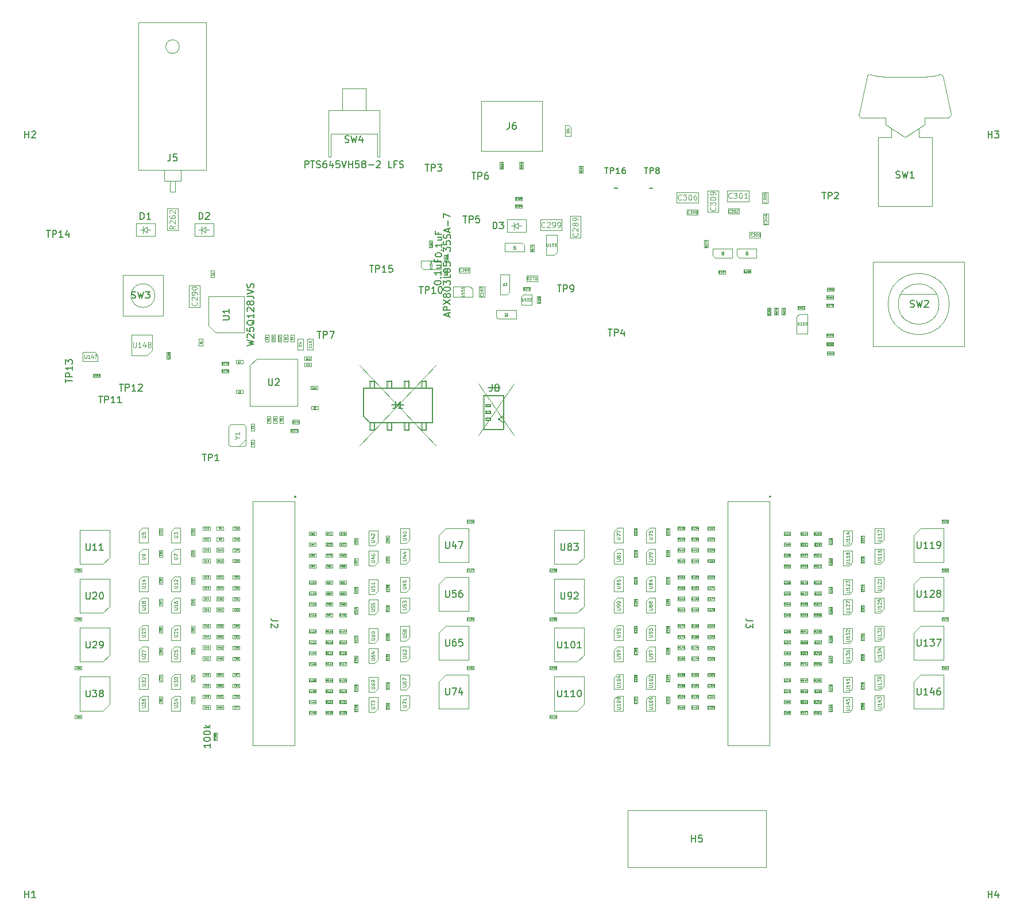
<source format=gbr>
%TF.GenerationSoftware,KiCad,Pcbnew,9.0.0*%
%TF.CreationDate,2025-04-03T12:25:32-04:00*%
%TF.ProjectId,ephys-test-board,65706879-732d-4746-9573-742d626f6172,C*%
%TF.SameCoordinates,Original*%
%TF.FileFunction,AssemblyDrawing,Top*%
%FSLAX46Y46*%
G04 Gerber Fmt 4.6, Leading zero omitted, Abs format (unit mm)*
G04 Created by KiCad (PCBNEW 9.0.0) date 2025-04-03 12:25:32*
%MOMM*%
%LPD*%
G01*
G04 APERTURE LIST*
%ADD10C,0.150000*%
%ADD11C,0.040000*%
%ADD12C,0.075000*%
%ADD13C,0.060000*%
%ADD14C,0.120000*%
%ADD15C,0.050000*%
%ADD16C,0.105000*%
%ADD17C,0.110000*%
%ADD18C,0.100000*%
%ADD19C,0.200000*%
G04 APERTURE END LIST*
D10*
X215138095Y-66923866D02*
X215185714Y-66876247D01*
X215185714Y-66876247D02*
X215280952Y-66828628D01*
X215280952Y-66828628D02*
X215471428Y-66923866D01*
X215471428Y-66923866D02*
X215566666Y-66876247D01*
X215566666Y-66876247D02*
X215614285Y-66828628D01*
X213735714Y-63808557D02*
X214250000Y-63808557D01*
X213992857Y-64708557D02*
X213992857Y-63808557D01*
X214549999Y-64708557D02*
X214549999Y-63808557D01*
X214549999Y-63808557D02*
X214892856Y-63808557D01*
X214892856Y-63808557D02*
X214978571Y-63851414D01*
X214978571Y-63851414D02*
X215021428Y-63894271D01*
X215021428Y-63894271D02*
X215064285Y-63979985D01*
X215064285Y-63979985D02*
X215064285Y-64108557D01*
X215064285Y-64108557D02*
X215021428Y-64194271D01*
X215021428Y-64194271D02*
X214978571Y-64237128D01*
X214978571Y-64237128D02*
X214892856Y-64279985D01*
X214892856Y-64279985D02*
X214549999Y-64279985D01*
X215921428Y-64708557D02*
X215407142Y-64708557D01*
X215664285Y-64708557D02*
X215664285Y-63808557D01*
X215664285Y-63808557D02*
X215578571Y-63937128D01*
X215578571Y-63937128D02*
X215492856Y-64022842D01*
X215492856Y-64022842D02*
X215407142Y-64065700D01*
X216692857Y-63808557D02*
X216521428Y-63808557D01*
X216521428Y-63808557D02*
X216435714Y-63851414D01*
X216435714Y-63851414D02*
X216392857Y-63894271D01*
X216392857Y-63894271D02*
X216307142Y-64022842D01*
X216307142Y-64022842D02*
X216264285Y-64194271D01*
X216264285Y-64194271D02*
X216264285Y-64537128D01*
X216264285Y-64537128D02*
X216307142Y-64622842D01*
X216307142Y-64622842D02*
X216349999Y-64665700D01*
X216349999Y-64665700D02*
X216435714Y-64708557D01*
X216435714Y-64708557D02*
X216607142Y-64708557D01*
X216607142Y-64708557D02*
X216692857Y-64665700D01*
X216692857Y-64665700D02*
X216735714Y-64622842D01*
X216735714Y-64622842D02*
X216778571Y-64537128D01*
X216778571Y-64537128D02*
X216778571Y-64322842D01*
X216778571Y-64322842D02*
X216735714Y-64237128D01*
X216735714Y-64237128D02*
X216692857Y-64194271D01*
X216692857Y-64194271D02*
X216607142Y-64151414D01*
X216607142Y-64151414D02*
X216435714Y-64151414D01*
X216435714Y-64151414D02*
X216349999Y-64194271D01*
X216349999Y-64194271D02*
X216307142Y-64237128D01*
X216307142Y-64237128D02*
X216264285Y-64322842D01*
X220338095Y-66923866D02*
X220385714Y-66876247D01*
X220385714Y-66876247D02*
X220480952Y-66828628D01*
X220480952Y-66828628D02*
X220671428Y-66923866D01*
X220671428Y-66923866D02*
X220766666Y-66876247D01*
X220766666Y-66876247D02*
X220814285Y-66828628D01*
X219564286Y-63808557D02*
X220078572Y-63808557D01*
X219821429Y-64708557D02*
X219821429Y-63808557D01*
X220378571Y-64708557D02*
X220378571Y-63808557D01*
X220378571Y-63808557D02*
X220721428Y-63808557D01*
X220721428Y-63808557D02*
X220807143Y-63851414D01*
X220807143Y-63851414D02*
X220850000Y-63894271D01*
X220850000Y-63894271D02*
X220892857Y-63979985D01*
X220892857Y-63979985D02*
X220892857Y-64108557D01*
X220892857Y-64108557D02*
X220850000Y-64194271D01*
X220850000Y-64194271D02*
X220807143Y-64237128D01*
X220807143Y-64237128D02*
X220721428Y-64279985D01*
X220721428Y-64279985D02*
X220378571Y-64279985D01*
X221407143Y-64194271D02*
X221321428Y-64151414D01*
X221321428Y-64151414D02*
X221278571Y-64108557D01*
X221278571Y-64108557D02*
X221235714Y-64022842D01*
X221235714Y-64022842D02*
X221235714Y-63979985D01*
X221235714Y-63979985D02*
X221278571Y-63894271D01*
X221278571Y-63894271D02*
X221321428Y-63851414D01*
X221321428Y-63851414D02*
X221407143Y-63808557D01*
X221407143Y-63808557D02*
X221578571Y-63808557D01*
X221578571Y-63808557D02*
X221664286Y-63851414D01*
X221664286Y-63851414D02*
X221707143Y-63894271D01*
X221707143Y-63894271D02*
X221750000Y-63979985D01*
X221750000Y-63979985D02*
X221750000Y-64022842D01*
X221750000Y-64022842D02*
X221707143Y-64108557D01*
X221707143Y-64108557D02*
X221664286Y-64151414D01*
X221664286Y-64151414D02*
X221578571Y-64194271D01*
X221578571Y-64194271D02*
X221407143Y-64194271D01*
X221407143Y-64194271D02*
X221321428Y-64237128D01*
X221321428Y-64237128D02*
X221278571Y-64279985D01*
X221278571Y-64279985D02*
X221235714Y-64365700D01*
X221235714Y-64365700D02*
X221235714Y-64537128D01*
X221235714Y-64537128D02*
X221278571Y-64622842D01*
X221278571Y-64622842D02*
X221321428Y-64665700D01*
X221321428Y-64665700D02*
X221407143Y-64708557D01*
X221407143Y-64708557D02*
X221578571Y-64708557D01*
X221578571Y-64708557D02*
X221664286Y-64665700D01*
X221664286Y-64665700D02*
X221707143Y-64622842D01*
X221707143Y-64622842D02*
X221750000Y-64537128D01*
X221750000Y-64537128D02*
X221750000Y-64365700D01*
X221750000Y-64365700D02*
X221707143Y-64279985D01*
X221707143Y-64279985D02*
X221664286Y-64237128D01*
X221664286Y-64237128D02*
X221578571Y-64194271D01*
D11*
X174809048Y-129918200D02*
X174722381Y-129794391D01*
X174660476Y-129918200D02*
X174660476Y-129658200D01*
X174660476Y-129658200D02*
X174759524Y-129658200D01*
X174759524Y-129658200D02*
X174784286Y-129670581D01*
X174784286Y-129670581D02*
X174796667Y-129682962D01*
X174796667Y-129682962D02*
X174809048Y-129707724D01*
X174809048Y-129707724D02*
X174809048Y-129744867D01*
X174809048Y-129744867D02*
X174796667Y-129769629D01*
X174796667Y-129769629D02*
X174784286Y-129782010D01*
X174784286Y-129782010D02*
X174759524Y-129794391D01*
X174759524Y-129794391D02*
X174660476Y-129794391D01*
X175056667Y-129918200D02*
X174908095Y-129918200D01*
X174982381Y-129918200D02*
X174982381Y-129658200D01*
X174982381Y-129658200D02*
X174957619Y-129695343D01*
X174957619Y-129695343D02*
X174932857Y-129720105D01*
X174932857Y-129720105D02*
X174908095Y-129732486D01*
X175217619Y-129658200D02*
X175242381Y-129658200D01*
X175242381Y-129658200D02*
X175267143Y-129670581D01*
X175267143Y-129670581D02*
X175279524Y-129682962D01*
X175279524Y-129682962D02*
X175291905Y-129707724D01*
X175291905Y-129707724D02*
X175304286Y-129757248D01*
X175304286Y-129757248D02*
X175304286Y-129819153D01*
X175304286Y-129819153D02*
X175291905Y-129868677D01*
X175291905Y-129868677D02*
X175279524Y-129893439D01*
X175279524Y-129893439D02*
X175267143Y-129905820D01*
X175267143Y-129905820D02*
X175242381Y-129918200D01*
X175242381Y-129918200D02*
X175217619Y-129918200D01*
X175217619Y-129918200D02*
X175192857Y-129905820D01*
X175192857Y-129905820D02*
X175180476Y-129893439D01*
X175180476Y-129893439D02*
X175168095Y-129868677D01*
X175168095Y-129868677D02*
X175155714Y-129819153D01*
X175155714Y-129819153D02*
X175155714Y-129757248D01*
X175155714Y-129757248D02*
X175168095Y-129707724D01*
X175168095Y-129707724D02*
X175180476Y-129682962D01*
X175180476Y-129682962D02*
X175192857Y-129670581D01*
X175192857Y-129670581D02*
X175217619Y-129658200D01*
X175551905Y-129918200D02*
X175403333Y-129918200D01*
X175477619Y-129918200D02*
X175477619Y-129658200D01*
X175477619Y-129658200D02*
X175452857Y-129695343D01*
X175452857Y-129695343D02*
X175428095Y-129720105D01*
X175428095Y-129720105D02*
X175403333Y-129732486D01*
X172809048Y-142718200D02*
X172722381Y-142594391D01*
X172660476Y-142718200D02*
X172660476Y-142458200D01*
X172660476Y-142458200D02*
X172759524Y-142458200D01*
X172759524Y-142458200D02*
X172784286Y-142470581D01*
X172784286Y-142470581D02*
X172796667Y-142482962D01*
X172796667Y-142482962D02*
X172809048Y-142507724D01*
X172809048Y-142507724D02*
X172809048Y-142544867D01*
X172809048Y-142544867D02*
X172796667Y-142569629D01*
X172796667Y-142569629D02*
X172784286Y-142582010D01*
X172784286Y-142582010D02*
X172759524Y-142594391D01*
X172759524Y-142594391D02*
X172660476Y-142594391D01*
X173056667Y-142718200D02*
X172908095Y-142718200D01*
X172982381Y-142718200D02*
X172982381Y-142458200D01*
X172982381Y-142458200D02*
X172957619Y-142495343D01*
X172957619Y-142495343D02*
X172932857Y-142520105D01*
X172932857Y-142520105D02*
X172908095Y-142532486D01*
X173155714Y-142482962D02*
X173168095Y-142470581D01*
X173168095Y-142470581D02*
X173192857Y-142458200D01*
X173192857Y-142458200D02*
X173254762Y-142458200D01*
X173254762Y-142458200D02*
X173279524Y-142470581D01*
X173279524Y-142470581D02*
X173291905Y-142482962D01*
X173291905Y-142482962D02*
X173304286Y-142507724D01*
X173304286Y-142507724D02*
X173304286Y-142532486D01*
X173304286Y-142532486D02*
X173291905Y-142569629D01*
X173291905Y-142569629D02*
X173143333Y-142718200D01*
X173143333Y-142718200D02*
X173304286Y-142718200D01*
X173390952Y-142458200D02*
X173564286Y-142458200D01*
X173564286Y-142458200D02*
X173452857Y-142718200D01*
X240320238Y-139489765D02*
X240308334Y-139501670D01*
X240308334Y-139501670D02*
X240272619Y-139513574D01*
X240272619Y-139513574D02*
X240248810Y-139513574D01*
X240248810Y-139513574D02*
X240213096Y-139501670D01*
X240213096Y-139501670D02*
X240189286Y-139477860D01*
X240189286Y-139477860D02*
X240177381Y-139454050D01*
X240177381Y-139454050D02*
X240165477Y-139406431D01*
X240165477Y-139406431D02*
X240165477Y-139370717D01*
X240165477Y-139370717D02*
X240177381Y-139323098D01*
X240177381Y-139323098D02*
X240189286Y-139299289D01*
X240189286Y-139299289D02*
X240213096Y-139275479D01*
X240213096Y-139275479D02*
X240248810Y-139263574D01*
X240248810Y-139263574D02*
X240272619Y-139263574D01*
X240272619Y-139263574D02*
X240308334Y-139275479D01*
X240308334Y-139275479D02*
X240320238Y-139287384D01*
X240415477Y-139287384D02*
X240427381Y-139275479D01*
X240427381Y-139275479D02*
X240451191Y-139263574D01*
X240451191Y-139263574D02*
X240510715Y-139263574D01*
X240510715Y-139263574D02*
X240534524Y-139275479D01*
X240534524Y-139275479D02*
X240546429Y-139287384D01*
X240546429Y-139287384D02*
X240558334Y-139311193D01*
X240558334Y-139311193D02*
X240558334Y-139335003D01*
X240558334Y-139335003D02*
X240546429Y-139370717D01*
X240546429Y-139370717D02*
X240403572Y-139513574D01*
X240403572Y-139513574D02*
X240558334Y-139513574D01*
X240641667Y-139263574D02*
X240808333Y-139263574D01*
X240808333Y-139263574D02*
X240701191Y-139513574D01*
X240891667Y-139287384D02*
X240903571Y-139275479D01*
X240903571Y-139275479D02*
X240927381Y-139263574D01*
X240927381Y-139263574D02*
X240986905Y-139263574D01*
X240986905Y-139263574D02*
X241010714Y-139275479D01*
X241010714Y-139275479D02*
X241022619Y-139287384D01*
X241022619Y-139287384D02*
X241034524Y-139311193D01*
X241034524Y-139311193D02*
X241034524Y-139335003D01*
X241034524Y-139335003D02*
X241022619Y-139370717D01*
X241022619Y-139370717D02*
X240879762Y-139513574D01*
X240879762Y-139513574D02*
X241034524Y-139513574D01*
X156832857Y-131518200D02*
X156746190Y-131394391D01*
X156684285Y-131518200D02*
X156684285Y-131258200D01*
X156684285Y-131258200D02*
X156783333Y-131258200D01*
X156783333Y-131258200D02*
X156808095Y-131270581D01*
X156808095Y-131270581D02*
X156820476Y-131282962D01*
X156820476Y-131282962D02*
X156832857Y-131307724D01*
X156832857Y-131307724D02*
X156832857Y-131344867D01*
X156832857Y-131344867D02*
X156820476Y-131369629D01*
X156820476Y-131369629D02*
X156808095Y-131382010D01*
X156808095Y-131382010D02*
X156783333Y-131394391D01*
X156783333Y-131394391D02*
X156684285Y-131394391D01*
X156919523Y-131258200D02*
X157080476Y-131258200D01*
X157080476Y-131258200D02*
X156993809Y-131357248D01*
X156993809Y-131357248D02*
X157030952Y-131357248D01*
X157030952Y-131357248D02*
X157055714Y-131369629D01*
X157055714Y-131369629D02*
X157068095Y-131382010D01*
X157068095Y-131382010D02*
X157080476Y-131406772D01*
X157080476Y-131406772D02*
X157080476Y-131468677D01*
X157080476Y-131468677D02*
X157068095Y-131493439D01*
X157068095Y-131493439D02*
X157055714Y-131505820D01*
X157055714Y-131505820D02*
X157030952Y-131518200D01*
X157030952Y-131518200D02*
X156956666Y-131518200D01*
X156956666Y-131518200D02*
X156931904Y-131505820D01*
X156931904Y-131505820D02*
X156919523Y-131493439D01*
X157229047Y-131369629D02*
X157204285Y-131357248D01*
X157204285Y-131357248D02*
X157191904Y-131344867D01*
X157191904Y-131344867D02*
X157179523Y-131320105D01*
X157179523Y-131320105D02*
X157179523Y-131307724D01*
X157179523Y-131307724D02*
X157191904Y-131282962D01*
X157191904Y-131282962D02*
X157204285Y-131270581D01*
X157204285Y-131270581D02*
X157229047Y-131258200D01*
X157229047Y-131258200D02*
X157278571Y-131258200D01*
X157278571Y-131258200D02*
X157303333Y-131270581D01*
X157303333Y-131270581D02*
X157315714Y-131282962D01*
X157315714Y-131282962D02*
X157328095Y-131307724D01*
X157328095Y-131307724D02*
X157328095Y-131320105D01*
X157328095Y-131320105D02*
X157315714Y-131344867D01*
X157315714Y-131344867D02*
X157303333Y-131357248D01*
X157303333Y-131357248D02*
X157278571Y-131369629D01*
X157278571Y-131369629D02*
X157229047Y-131369629D01*
X157229047Y-131369629D02*
X157204285Y-131382010D01*
X157204285Y-131382010D02*
X157191904Y-131394391D01*
X157191904Y-131394391D02*
X157179523Y-131419153D01*
X157179523Y-131419153D02*
X157179523Y-131468677D01*
X157179523Y-131468677D02*
X157191904Y-131493439D01*
X157191904Y-131493439D02*
X157204285Y-131505820D01*
X157204285Y-131505820D02*
X157229047Y-131518200D01*
X157229047Y-131518200D02*
X157278571Y-131518200D01*
X157278571Y-131518200D02*
X157303333Y-131505820D01*
X157303333Y-131505820D02*
X157315714Y-131493439D01*
X157315714Y-131493439D02*
X157328095Y-131468677D01*
X157328095Y-131468677D02*
X157328095Y-131419153D01*
X157328095Y-131419153D02*
X157315714Y-131394391D01*
X157315714Y-131394391D02*
X157303333Y-131382010D01*
X157303333Y-131382010D02*
X157278571Y-131369629D01*
X263607738Y-123289765D02*
X263595834Y-123301670D01*
X263595834Y-123301670D02*
X263560119Y-123313574D01*
X263560119Y-123313574D02*
X263536310Y-123313574D01*
X263536310Y-123313574D02*
X263500596Y-123301670D01*
X263500596Y-123301670D02*
X263476786Y-123277860D01*
X263476786Y-123277860D02*
X263464881Y-123254050D01*
X263464881Y-123254050D02*
X263452977Y-123206431D01*
X263452977Y-123206431D02*
X263452977Y-123170717D01*
X263452977Y-123170717D02*
X263464881Y-123123098D01*
X263464881Y-123123098D02*
X263476786Y-123099289D01*
X263476786Y-123099289D02*
X263500596Y-123075479D01*
X263500596Y-123075479D02*
X263536310Y-123063574D01*
X263536310Y-123063574D02*
X263560119Y-123063574D01*
X263560119Y-123063574D02*
X263595834Y-123075479D01*
X263595834Y-123075479D02*
X263607738Y-123087384D01*
X263702977Y-123087384D02*
X263714881Y-123075479D01*
X263714881Y-123075479D02*
X263738691Y-123063574D01*
X263738691Y-123063574D02*
X263798215Y-123063574D01*
X263798215Y-123063574D02*
X263822024Y-123075479D01*
X263822024Y-123075479D02*
X263833929Y-123087384D01*
X263833929Y-123087384D02*
X263845834Y-123111193D01*
X263845834Y-123111193D02*
X263845834Y-123135003D01*
X263845834Y-123135003D02*
X263833929Y-123170717D01*
X263833929Y-123170717D02*
X263691072Y-123313574D01*
X263691072Y-123313574D02*
X263845834Y-123313574D01*
X264072024Y-123063574D02*
X263952976Y-123063574D01*
X263952976Y-123063574D02*
X263941072Y-123182622D01*
X263941072Y-123182622D02*
X263952976Y-123170717D01*
X263952976Y-123170717D02*
X263976786Y-123158812D01*
X263976786Y-123158812D02*
X264036310Y-123158812D01*
X264036310Y-123158812D02*
X264060119Y-123170717D01*
X264060119Y-123170717D02*
X264072024Y-123182622D01*
X264072024Y-123182622D02*
X264083929Y-123206431D01*
X264083929Y-123206431D02*
X264083929Y-123265955D01*
X264083929Y-123265955D02*
X264072024Y-123289765D01*
X264072024Y-123289765D02*
X264060119Y-123301670D01*
X264060119Y-123301670D02*
X264036310Y-123313574D01*
X264036310Y-123313574D02*
X263976786Y-123313574D01*
X263976786Y-123313574D02*
X263952976Y-123301670D01*
X263952976Y-123301670D02*
X263941072Y-123289765D01*
X264167262Y-123063574D02*
X264322024Y-123063574D01*
X264322024Y-123063574D02*
X264238690Y-123158812D01*
X264238690Y-123158812D02*
X264274405Y-123158812D01*
X264274405Y-123158812D02*
X264298214Y-123170717D01*
X264298214Y-123170717D02*
X264310119Y-123182622D01*
X264310119Y-123182622D02*
X264322024Y-123206431D01*
X264322024Y-123206431D02*
X264322024Y-123265955D01*
X264322024Y-123265955D02*
X264310119Y-123289765D01*
X264310119Y-123289765D02*
X264298214Y-123301670D01*
X264298214Y-123301670D02*
X264274405Y-123313574D01*
X264274405Y-123313574D02*
X264202976Y-123313574D01*
X264202976Y-123313574D02*
X264179167Y-123301670D01*
X264179167Y-123301670D02*
X264167262Y-123289765D01*
D12*
X253952409Y-133382142D02*
X254357171Y-133382142D01*
X254357171Y-133382142D02*
X254404790Y-133358332D01*
X254404790Y-133358332D02*
X254428600Y-133334523D01*
X254428600Y-133334523D02*
X254452409Y-133286904D01*
X254452409Y-133286904D02*
X254452409Y-133191666D01*
X254452409Y-133191666D02*
X254428600Y-133144047D01*
X254428600Y-133144047D02*
X254404790Y-133120237D01*
X254404790Y-133120237D02*
X254357171Y-133096428D01*
X254357171Y-133096428D02*
X253952409Y-133096428D01*
X254452409Y-132596427D02*
X254452409Y-132882141D01*
X254452409Y-132739284D02*
X253952409Y-132739284D01*
X253952409Y-132739284D02*
X254023838Y-132786903D01*
X254023838Y-132786903D02*
X254071457Y-132834522D01*
X254071457Y-132834522D02*
X254095266Y-132882141D01*
X253952409Y-132429761D02*
X253952409Y-132120237D01*
X253952409Y-132120237D02*
X254142885Y-132286904D01*
X254142885Y-132286904D02*
X254142885Y-132215475D01*
X254142885Y-132215475D02*
X254166695Y-132167856D01*
X254166695Y-132167856D02*
X254190504Y-132144047D01*
X254190504Y-132144047D02*
X254238123Y-132120237D01*
X254238123Y-132120237D02*
X254357171Y-132120237D01*
X254357171Y-132120237D02*
X254404790Y-132144047D01*
X254404790Y-132144047D02*
X254428600Y-132167856D01*
X254428600Y-132167856D02*
X254452409Y-132215475D01*
X254452409Y-132215475D02*
X254452409Y-132358332D01*
X254452409Y-132358332D02*
X254428600Y-132405951D01*
X254428600Y-132405951D02*
X254404790Y-132429761D01*
X253952409Y-131810714D02*
X253952409Y-131763095D01*
X253952409Y-131763095D02*
X253976219Y-131715476D01*
X253976219Y-131715476D02*
X254000028Y-131691666D01*
X254000028Y-131691666D02*
X254047647Y-131667857D01*
X254047647Y-131667857D02*
X254142885Y-131644047D01*
X254142885Y-131644047D02*
X254261933Y-131644047D01*
X254261933Y-131644047D02*
X254357171Y-131667857D01*
X254357171Y-131667857D02*
X254404790Y-131691666D01*
X254404790Y-131691666D02*
X254428600Y-131715476D01*
X254428600Y-131715476D02*
X254452409Y-131763095D01*
X254452409Y-131763095D02*
X254452409Y-131810714D01*
X254452409Y-131810714D02*
X254428600Y-131858333D01*
X254428600Y-131858333D02*
X254404790Y-131882142D01*
X254404790Y-131882142D02*
X254357171Y-131905952D01*
X254357171Y-131905952D02*
X254261933Y-131929761D01*
X254261933Y-131929761D02*
X254142885Y-131929761D01*
X254142885Y-131929761D02*
X254047647Y-131905952D01*
X254047647Y-131905952D02*
X254000028Y-131882142D01*
X254000028Y-131882142D02*
X253976219Y-131858333D01*
X253976219Y-131858333D02*
X253952409Y-131810714D01*
D11*
X201518200Y-63790951D02*
X201394391Y-63877618D01*
X201518200Y-63939523D02*
X201258200Y-63939523D01*
X201258200Y-63939523D02*
X201258200Y-63840475D01*
X201258200Y-63840475D02*
X201270581Y-63815713D01*
X201270581Y-63815713D02*
X201282962Y-63803332D01*
X201282962Y-63803332D02*
X201307724Y-63790951D01*
X201307724Y-63790951D02*
X201344867Y-63790951D01*
X201344867Y-63790951D02*
X201369629Y-63803332D01*
X201369629Y-63803332D02*
X201382010Y-63815713D01*
X201382010Y-63815713D02*
X201394391Y-63840475D01*
X201394391Y-63840475D02*
X201394391Y-63939523D01*
X201282962Y-63691904D02*
X201270581Y-63679523D01*
X201270581Y-63679523D02*
X201258200Y-63654761D01*
X201258200Y-63654761D02*
X201258200Y-63592856D01*
X201258200Y-63592856D02*
X201270581Y-63568094D01*
X201270581Y-63568094D02*
X201282962Y-63555713D01*
X201282962Y-63555713D02*
X201307724Y-63543332D01*
X201307724Y-63543332D02*
X201332486Y-63543332D01*
X201332486Y-63543332D02*
X201369629Y-63555713D01*
X201369629Y-63555713D02*
X201518200Y-63704285D01*
X201518200Y-63704285D02*
X201518200Y-63543332D01*
X201258200Y-63320475D02*
X201258200Y-63369999D01*
X201258200Y-63369999D02*
X201270581Y-63394761D01*
X201270581Y-63394761D02*
X201282962Y-63407142D01*
X201282962Y-63407142D02*
X201320105Y-63431904D01*
X201320105Y-63431904D02*
X201369629Y-63444285D01*
X201369629Y-63444285D02*
X201468677Y-63444285D01*
X201468677Y-63444285D02*
X201493439Y-63431904D01*
X201493439Y-63431904D02*
X201505820Y-63419523D01*
X201505820Y-63419523D02*
X201518200Y-63394761D01*
X201518200Y-63394761D02*
X201518200Y-63345237D01*
X201518200Y-63345237D02*
X201505820Y-63320475D01*
X201505820Y-63320475D02*
X201493439Y-63308094D01*
X201493439Y-63308094D02*
X201468677Y-63295713D01*
X201468677Y-63295713D02*
X201406772Y-63295713D01*
X201406772Y-63295713D02*
X201382010Y-63308094D01*
X201382010Y-63308094D02*
X201369629Y-63320475D01*
X201369629Y-63320475D02*
X201357248Y-63345237D01*
X201357248Y-63345237D02*
X201357248Y-63394761D01*
X201357248Y-63394761D02*
X201369629Y-63419523D01*
X201369629Y-63419523D02*
X201382010Y-63431904D01*
X201382010Y-63431904D02*
X201406772Y-63444285D01*
X201258200Y-63072856D02*
X201258200Y-63122380D01*
X201258200Y-63122380D02*
X201270581Y-63147142D01*
X201270581Y-63147142D02*
X201282962Y-63159523D01*
X201282962Y-63159523D02*
X201320105Y-63184285D01*
X201320105Y-63184285D02*
X201369629Y-63196666D01*
X201369629Y-63196666D02*
X201468677Y-63196666D01*
X201468677Y-63196666D02*
X201493439Y-63184285D01*
X201493439Y-63184285D02*
X201505820Y-63171904D01*
X201505820Y-63171904D02*
X201518200Y-63147142D01*
X201518200Y-63147142D02*
X201518200Y-63097618D01*
X201518200Y-63097618D02*
X201505820Y-63072856D01*
X201505820Y-63072856D02*
X201493439Y-63060475D01*
X201493439Y-63060475D02*
X201468677Y-63048094D01*
X201468677Y-63048094D02*
X201406772Y-63048094D01*
X201406772Y-63048094D02*
X201382010Y-63060475D01*
X201382010Y-63060475D02*
X201369629Y-63072856D01*
X201369629Y-63072856D02*
X201357248Y-63097618D01*
X201357248Y-63097618D02*
X201357248Y-63147142D01*
X201357248Y-63147142D02*
X201369629Y-63171904D01*
X201369629Y-63171904D02*
X201382010Y-63184285D01*
X201382010Y-63184285D02*
X201406772Y-63196666D01*
X242809048Y-125118200D02*
X242722381Y-124994391D01*
X242660476Y-125118200D02*
X242660476Y-124858200D01*
X242660476Y-124858200D02*
X242759524Y-124858200D01*
X242759524Y-124858200D02*
X242784286Y-124870581D01*
X242784286Y-124870581D02*
X242796667Y-124882962D01*
X242796667Y-124882962D02*
X242809048Y-124907724D01*
X242809048Y-124907724D02*
X242809048Y-124944867D01*
X242809048Y-124944867D02*
X242796667Y-124969629D01*
X242796667Y-124969629D02*
X242784286Y-124982010D01*
X242784286Y-124982010D02*
X242759524Y-124994391D01*
X242759524Y-124994391D02*
X242660476Y-124994391D01*
X242908095Y-124882962D02*
X242920476Y-124870581D01*
X242920476Y-124870581D02*
X242945238Y-124858200D01*
X242945238Y-124858200D02*
X243007143Y-124858200D01*
X243007143Y-124858200D02*
X243031905Y-124870581D01*
X243031905Y-124870581D02*
X243044286Y-124882962D01*
X243044286Y-124882962D02*
X243056667Y-124907724D01*
X243056667Y-124907724D02*
X243056667Y-124932486D01*
X243056667Y-124932486D02*
X243044286Y-124969629D01*
X243044286Y-124969629D02*
X242895714Y-125118200D01*
X242895714Y-125118200D02*
X243056667Y-125118200D01*
X243304286Y-125118200D02*
X243155714Y-125118200D01*
X243230000Y-125118200D02*
X243230000Y-124858200D01*
X243230000Y-124858200D02*
X243205238Y-124895343D01*
X243205238Y-124895343D02*
X243180476Y-124920105D01*
X243180476Y-124920105D02*
X243155714Y-124932486D01*
X243539524Y-124858200D02*
X243415714Y-124858200D01*
X243415714Y-124858200D02*
X243403333Y-124982010D01*
X243403333Y-124982010D02*
X243415714Y-124969629D01*
X243415714Y-124969629D02*
X243440476Y-124957248D01*
X243440476Y-124957248D02*
X243502381Y-124957248D01*
X243502381Y-124957248D02*
X243527143Y-124969629D01*
X243527143Y-124969629D02*
X243539524Y-124982010D01*
X243539524Y-124982010D02*
X243551905Y-125006772D01*
X243551905Y-125006772D02*
X243551905Y-125068677D01*
X243551905Y-125068677D02*
X243539524Y-125093439D01*
X243539524Y-125093439D02*
X243527143Y-125105820D01*
X243527143Y-125105820D02*
X243502381Y-125118200D01*
X243502381Y-125118200D02*
X243440476Y-125118200D01*
X243440476Y-125118200D02*
X243415714Y-125105820D01*
X243415714Y-125105820D02*
X243403333Y-125093439D01*
X205820238Y-130489765D02*
X205808334Y-130501670D01*
X205808334Y-130501670D02*
X205772619Y-130513574D01*
X205772619Y-130513574D02*
X205748810Y-130513574D01*
X205748810Y-130513574D02*
X205713096Y-130501670D01*
X205713096Y-130501670D02*
X205689286Y-130477860D01*
X205689286Y-130477860D02*
X205677381Y-130454050D01*
X205677381Y-130454050D02*
X205665477Y-130406431D01*
X205665477Y-130406431D02*
X205665477Y-130370717D01*
X205665477Y-130370717D02*
X205677381Y-130323098D01*
X205677381Y-130323098D02*
X205689286Y-130299289D01*
X205689286Y-130299289D02*
X205713096Y-130275479D01*
X205713096Y-130275479D02*
X205748810Y-130263574D01*
X205748810Y-130263574D02*
X205772619Y-130263574D01*
X205772619Y-130263574D02*
X205808334Y-130275479D01*
X205808334Y-130275479D02*
X205820238Y-130287384D01*
X206058334Y-130513574D02*
X205915477Y-130513574D01*
X205986905Y-130513574D02*
X205986905Y-130263574D01*
X205986905Y-130263574D02*
X205963096Y-130299289D01*
X205963096Y-130299289D02*
X205939286Y-130323098D01*
X205939286Y-130323098D02*
X205915477Y-130335003D01*
X206201191Y-130370717D02*
X206177381Y-130358812D01*
X206177381Y-130358812D02*
X206165476Y-130346908D01*
X206165476Y-130346908D02*
X206153572Y-130323098D01*
X206153572Y-130323098D02*
X206153572Y-130311193D01*
X206153572Y-130311193D02*
X206165476Y-130287384D01*
X206165476Y-130287384D02*
X206177381Y-130275479D01*
X206177381Y-130275479D02*
X206201191Y-130263574D01*
X206201191Y-130263574D02*
X206248810Y-130263574D01*
X206248810Y-130263574D02*
X206272619Y-130275479D01*
X206272619Y-130275479D02*
X206284524Y-130287384D01*
X206284524Y-130287384D02*
X206296429Y-130311193D01*
X206296429Y-130311193D02*
X206296429Y-130323098D01*
X206296429Y-130323098D02*
X206284524Y-130346908D01*
X206284524Y-130346908D02*
X206272619Y-130358812D01*
X206272619Y-130358812D02*
X206248810Y-130370717D01*
X206248810Y-130370717D02*
X206201191Y-130370717D01*
X206201191Y-130370717D02*
X206177381Y-130382622D01*
X206177381Y-130382622D02*
X206165476Y-130394527D01*
X206165476Y-130394527D02*
X206153572Y-130418336D01*
X206153572Y-130418336D02*
X206153572Y-130465955D01*
X206153572Y-130465955D02*
X206165476Y-130489765D01*
X206165476Y-130489765D02*
X206177381Y-130501670D01*
X206177381Y-130501670D02*
X206201191Y-130513574D01*
X206201191Y-130513574D02*
X206248810Y-130513574D01*
X206248810Y-130513574D02*
X206272619Y-130501670D01*
X206272619Y-130501670D02*
X206284524Y-130489765D01*
X206284524Y-130489765D02*
X206296429Y-130465955D01*
X206296429Y-130465955D02*
X206296429Y-130418336D01*
X206296429Y-130418336D02*
X206284524Y-130394527D01*
X206284524Y-130394527D02*
X206272619Y-130382622D01*
X206272619Y-130382622D02*
X206248810Y-130370717D01*
X206522619Y-130263574D02*
X206403571Y-130263574D01*
X206403571Y-130263574D02*
X206391667Y-130382622D01*
X206391667Y-130382622D02*
X206403571Y-130370717D01*
X206403571Y-130370717D02*
X206427381Y-130358812D01*
X206427381Y-130358812D02*
X206486905Y-130358812D01*
X206486905Y-130358812D02*
X206510714Y-130370717D01*
X206510714Y-130370717D02*
X206522619Y-130382622D01*
X206522619Y-130382622D02*
X206534524Y-130406431D01*
X206534524Y-130406431D02*
X206534524Y-130465955D01*
X206534524Y-130465955D02*
X206522619Y-130489765D01*
X206522619Y-130489765D02*
X206510714Y-130501670D01*
X206510714Y-130501670D02*
X206486905Y-130513574D01*
X206486905Y-130513574D02*
X206427381Y-130513574D01*
X206427381Y-130513574D02*
X206403571Y-130501670D01*
X206403571Y-130501670D02*
X206391667Y-130489765D01*
X161889765Y-104541666D02*
X161901670Y-104553570D01*
X161901670Y-104553570D02*
X161913574Y-104589285D01*
X161913574Y-104589285D02*
X161913574Y-104613094D01*
X161913574Y-104613094D02*
X161901670Y-104648808D01*
X161901670Y-104648808D02*
X161877860Y-104672618D01*
X161877860Y-104672618D02*
X161854050Y-104684523D01*
X161854050Y-104684523D02*
X161806431Y-104696427D01*
X161806431Y-104696427D02*
X161770717Y-104696427D01*
X161770717Y-104696427D02*
X161723098Y-104684523D01*
X161723098Y-104684523D02*
X161699289Y-104672618D01*
X161699289Y-104672618D02*
X161675479Y-104648808D01*
X161675479Y-104648808D02*
X161663574Y-104613094D01*
X161663574Y-104613094D02*
X161663574Y-104589285D01*
X161663574Y-104589285D02*
X161675479Y-104553570D01*
X161675479Y-104553570D02*
X161687384Y-104541666D01*
X161663574Y-104458332D02*
X161663574Y-104303570D01*
X161663574Y-104303570D02*
X161758812Y-104386904D01*
X161758812Y-104386904D02*
X161758812Y-104351189D01*
X161758812Y-104351189D02*
X161770717Y-104327380D01*
X161770717Y-104327380D02*
X161782622Y-104315475D01*
X161782622Y-104315475D02*
X161806431Y-104303570D01*
X161806431Y-104303570D02*
X161865955Y-104303570D01*
X161865955Y-104303570D02*
X161889765Y-104315475D01*
X161889765Y-104315475D02*
X161901670Y-104327380D01*
X161901670Y-104327380D02*
X161913574Y-104351189D01*
X161913574Y-104351189D02*
X161913574Y-104422618D01*
X161913574Y-104422618D02*
X161901670Y-104446427D01*
X161901670Y-104446427D02*
X161889765Y-104458332D01*
X177114765Y-126404761D02*
X177126670Y-126416665D01*
X177126670Y-126416665D02*
X177138574Y-126452380D01*
X177138574Y-126452380D02*
X177138574Y-126476189D01*
X177138574Y-126476189D02*
X177126670Y-126511903D01*
X177126670Y-126511903D02*
X177102860Y-126535713D01*
X177102860Y-126535713D02*
X177079050Y-126547618D01*
X177079050Y-126547618D02*
X177031431Y-126559522D01*
X177031431Y-126559522D02*
X176995717Y-126559522D01*
X176995717Y-126559522D02*
X176948098Y-126547618D01*
X176948098Y-126547618D02*
X176924289Y-126535713D01*
X176924289Y-126535713D02*
X176900479Y-126511903D01*
X176900479Y-126511903D02*
X176888574Y-126476189D01*
X176888574Y-126476189D02*
X176888574Y-126452380D01*
X176888574Y-126452380D02*
X176900479Y-126416665D01*
X176900479Y-126416665D02*
X176912384Y-126404761D01*
X177138574Y-126166665D02*
X177138574Y-126309522D01*
X177138574Y-126238094D02*
X176888574Y-126238094D01*
X176888574Y-126238094D02*
X176924289Y-126261903D01*
X176924289Y-126261903D02*
X176948098Y-126285713D01*
X176948098Y-126285713D02*
X176960003Y-126309522D01*
X176888574Y-126011904D02*
X176888574Y-125988094D01*
X176888574Y-125988094D02*
X176900479Y-125964285D01*
X176900479Y-125964285D02*
X176912384Y-125952380D01*
X176912384Y-125952380D02*
X176936193Y-125940475D01*
X176936193Y-125940475D02*
X176983812Y-125928570D01*
X176983812Y-125928570D02*
X177043336Y-125928570D01*
X177043336Y-125928570D02*
X177090955Y-125940475D01*
X177090955Y-125940475D02*
X177114765Y-125952380D01*
X177114765Y-125952380D02*
X177126670Y-125964285D01*
X177126670Y-125964285D02*
X177138574Y-125988094D01*
X177138574Y-125988094D02*
X177138574Y-126011904D01*
X177138574Y-126011904D02*
X177126670Y-126035713D01*
X177126670Y-126035713D02*
X177114765Y-126047618D01*
X177114765Y-126047618D02*
X177090955Y-126059523D01*
X177090955Y-126059523D02*
X177043336Y-126071427D01*
X177043336Y-126071427D02*
X176983812Y-126071427D01*
X176983812Y-126071427D02*
X176936193Y-126059523D01*
X176936193Y-126059523D02*
X176912384Y-126047618D01*
X176912384Y-126047618D02*
X176900479Y-126035713D01*
X176900479Y-126035713D02*
X176888574Y-126011904D01*
X176888574Y-125714285D02*
X176888574Y-125761904D01*
X176888574Y-125761904D02*
X176900479Y-125785713D01*
X176900479Y-125785713D02*
X176912384Y-125797618D01*
X176912384Y-125797618D02*
X176948098Y-125821428D01*
X176948098Y-125821428D02*
X176995717Y-125833332D01*
X176995717Y-125833332D02*
X177090955Y-125833332D01*
X177090955Y-125833332D02*
X177114765Y-125821428D01*
X177114765Y-125821428D02*
X177126670Y-125809523D01*
X177126670Y-125809523D02*
X177138574Y-125785713D01*
X177138574Y-125785713D02*
X177138574Y-125738094D01*
X177138574Y-125738094D02*
X177126670Y-125714285D01*
X177126670Y-125714285D02*
X177114765Y-125702380D01*
X177114765Y-125702380D02*
X177090955Y-125690475D01*
X177090955Y-125690475D02*
X177031431Y-125690475D01*
X177031431Y-125690475D02*
X177007622Y-125702380D01*
X177007622Y-125702380D02*
X176995717Y-125714285D01*
X176995717Y-125714285D02*
X176983812Y-125738094D01*
X176983812Y-125738094D02*
X176983812Y-125785713D01*
X176983812Y-125785713D02*
X176995717Y-125809523D01*
X176995717Y-125809523D02*
X177007622Y-125821428D01*
X177007622Y-125821428D02*
X177031431Y-125833332D01*
X174942857Y-126718200D02*
X174856190Y-126594391D01*
X174794285Y-126718200D02*
X174794285Y-126458200D01*
X174794285Y-126458200D02*
X174893333Y-126458200D01*
X174893333Y-126458200D02*
X174918095Y-126470581D01*
X174918095Y-126470581D02*
X174930476Y-126482962D01*
X174930476Y-126482962D02*
X174942857Y-126507724D01*
X174942857Y-126507724D02*
X174942857Y-126544867D01*
X174942857Y-126544867D02*
X174930476Y-126569629D01*
X174930476Y-126569629D02*
X174918095Y-126582010D01*
X174918095Y-126582010D02*
X174893333Y-126594391D01*
X174893333Y-126594391D02*
X174794285Y-126594391D01*
X175066666Y-126718200D02*
X175116190Y-126718200D01*
X175116190Y-126718200D02*
X175140952Y-126705820D01*
X175140952Y-126705820D02*
X175153333Y-126693439D01*
X175153333Y-126693439D02*
X175178095Y-126656296D01*
X175178095Y-126656296D02*
X175190476Y-126606772D01*
X175190476Y-126606772D02*
X175190476Y-126507724D01*
X175190476Y-126507724D02*
X175178095Y-126482962D01*
X175178095Y-126482962D02*
X175165714Y-126470581D01*
X175165714Y-126470581D02*
X175140952Y-126458200D01*
X175140952Y-126458200D02*
X175091428Y-126458200D01*
X175091428Y-126458200D02*
X175066666Y-126470581D01*
X175066666Y-126470581D02*
X175054285Y-126482962D01*
X175054285Y-126482962D02*
X175041904Y-126507724D01*
X175041904Y-126507724D02*
X175041904Y-126569629D01*
X175041904Y-126569629D02*
X175054285Y-126594391D01*
X175054285Y-126594391D02*
X175066666Y-126606772D01*
X175066666Y-126606772D02*
X175091428Y-126619153D01*
X175091428Y-126619153D02*
X175140952Y-126619153D01*
X175140952Y-126619153D02*
X175165714Y-126606772D01*
X175165714Y-126606772D02*
X175178095Y-126594391D01*
X175178095Y-126594391D02*
X175190476Y-126569629D01*
X175277142Y-126458200D02*
X175438095Y-126458200D01*
X175438095Y-126458200D02*
X175351428Y-126557248D01*
X175351428Y-126557248D02*
X175388571Y-126557248D01*
X175388571Y-126557248D02*
X175413333Y-126569629D01*
X175413333Y-126569629D02*
X175425714Y-126582010D01*
X175425714Y-126582010D02*
X175438095Y-126606772D01*
X175438095Y-126606772D02*
X175438095Y-126668677D01*
X175438095Y-126668677D02*
X175425714Y-126693439D01*
X175425714Y-126693439D02*
X175413333Y-126705820D01*
X175413333Y-126705820D02*
X175388571Y-126718200D01*
X175388571Y-126718200D02*
X175314285Y-126718200D01*
X175314285Y-126718200D02*
X175289523Y-126705820D01*
X175289523Y-126705820D02*
X175277142Y-126693439D01*
D10*
X259773214Y-126154819D02*
X259773214Y-126964342D01*
X259773214Y-126964342D02*
X259820833Y-127059580D01*
X259820833Y-127059580D02*
X259868452Y-127107200D01*
X259868452Y-127107200D02*
X259963690Y-127154819D01*
X259963690Y-127154819D02*
X260154166Y-127154819D01*
X260154166Y-127154819D02*
X260249404Y-127107200D01*
X260249404Y-127107200D02*
X260297023Y-127059580D01*
X260297023Y-127059580D02*
X260344642Y-126964342D01*
X260344642Y-126964342D02*
X260344642Y-126154819D01*
X261344642Y-127154819D02*
X260773214Y-127154819D01*
X261058928Y-127154819D02*
X261058928Y-126154819D01*
X261058928Y-126154819D02*
X260963690Y-126297676D01*
X260963690Y-126297676D02*
X260868452Y-126392914D01*
X260868452Y-126392914D02*
X260773214Y-126440533D01*
X261725595Y-126250057D02*
X261773214Y-126202438D01*
X261773214Y-126202438D02*
X261868452Y-126154819D01*
X261868452Y-126154819D02*
X262106547Y-126154819D01*
X262106547Y-126154819D02*
X262201785Y-126202438D01*
X262201785Y-126202438D02*
X262249404Y-126250057D01*
X262249404Y-126250057D02*
X262297023Y-126345295D01*
X262297023Y-126345295D02*
X262297023Y-126440533D01*
X262297023Y-126440533D02*
X262249404Y-126583390D01*
X262249404Y-126583390D02*
X261677976Y-127154819D01*
X261677976Y-127154819D02*
X262297023Y-127154819D01*
X262868452Y-126583390D02*
X262773214Y-126535771D01*
X262773214Y-126535771D02*
X262725595Y-126488152D01*
X262725595Y-126488152D02*
X262677976Y-126392914D01*
X262677976Y-126392914D02*
X262677976Y-126345295D01*
X262677976Y-126345295D02*
X262725595Y-126250057D01*
X262725595Y-126250057D02*
X262773214Y-126202438D01*
X262773214Y-126202438D02*
X262868452Y-126154819D01*
X262868452Y-126154819D02*
X263058928Y-126154819D01*
X263058928Y-126154819D02*
X263154166Y-126202438D01*
X263154166Y-126202438D02*
X263201785Y-126250057D01*
X263201785Y-126250057D02*
X263249404Y-126345295D01*
X263249404Y-126345295D02*
X263249404Y-126392914D01*
X263249404Y-126392914D02*
X263201785Y-126488152D01*
X263201785Y-126488152D02*
X263154166Y-126535771D01*
X263154166Y-126535771D02*
X263058928Y-126583390D01*
X263058928Y-126583390D02*
X262868452Y-126583390D01*
X262868452Y-126583390D02*
X262773214Y-126631009D01*
X262773214Y-126631009D02*
X262725595Y-126678628D01*
X262725595Y-126678628D02*
X262677976Y-126773866D01*
X262677976Y-126773866D02*
X262677976Y-126964342D01*
X262677976Y-126964342D02*
X262725595Y-127059580D01*
X262725595Y-127059580D02*
X262773214Y-127107200D01*
X262773214Y-127107200D02*
X262868452Y-127154819D01*
X262868452Y-127154819D02*
X263058928Y-127154819D01*
X263058928Y-127154819D02*
X263154166Y-127107200D01*
X263154166Y-127107200D02*
X263201785Y-127059580D01*
X263201785Y-127059580D02*
X263249404Y-126964342D01*
X263249404Y-126964342D02*
X263249404Y-126773866D01*
X263249404Y-126773866D02*
X263201785Y-126678628D01*
X263201785Y-126678628D02*
X263154166Y-126631009D01*
X263154166Y-126631009D02*
X263058928Y-126583390D01*
D11*
X156832857Y-124318200D02*
X156746190Y-124194391D01*
X156684285Y-124318200D02*
X156684285Y-124058200D01*
X156684285Y-124058200D02*
X156783333Y-124058200D01*
X156783333Y-124058200D02*
X156808095Y-124070581D01*
X156808095Y-124070581D02*
X156820476Y-124082962D01*
X156820476Y-124082962D02*
X156832857Y-124107724D01*
X156832857Y-124107724D02*
X156832857Y-124144867D01*
X156832857Y-124144867D02*
X156820476Y-124169629D01*
X156820476Y-124169629D02*
X156808095Y-124182010D01*
X156808095Y-124182010D02*
X156783333Y-124194391D01*
X156783333Y-124194391D02*
X156684285Y-124194391D01*
X156931904Y-124082962D02*
X156944285Y-124070581D01*
X156944285Y-124070581D02*
X156969047Y-124058200D01*
X156969047Y-124058200D02*
X157030952Y-124058200D01*
X157030952Y-124058200D02*
X157055714Y-124070581D01*
X157055714Y-124070581D02*
X157068095Y-124082962D01*
X157068095Y-124082962D02*
X157080476Y-124107724D01*
X157080476Y-124107724D02*
X157080476Y-124132486D01*
X157080476Y-124132486D02*
X157068095Y-124169629D01*
X157068095Y-124169629D02*
X156919523Y-124318200D01*
X156919523Y-124318200D02*
X157080476Y-124318200D01*
X157179523Y-124082962D02*
X157191904Y-124070581D01*
X157191904Y-124070581D02*
X157216666Y-124058200D01*
X157216666Y-124058200D02*
X157278571Y-124058200D01*
X157278571Y-124058200D02*
X157303333Y-124070581D01*
X157303333Y-124070581D02*
X157315714Y-124082962D01*
X157315714Y-124082962D02*
X157328095Y-124107724D01*
X157328095Y-124107724D02*
X157328095Y-124132486D01*
X157328095Y-124132486D02*
X157315714Y-124169629D01*
X157315714Y-124169629D02*
X157167142Y-124318200D01*
X157167142Y-124318200D02*
X157328095Y-124318200D01*
X172809048Y-139518200D02*
X172722381Y-139394391D01*
X172660476Y-139518200D02*
X172660476Y-139258200D01*
X172660476Y-139258200D02*
X172759524Y-139258200D01*
X172759524Y-139258200D02*
X172784286Y-139270581D01*
X172784286Y-139270581D02*
X172796667Y-139282962D01*
X172796667Y-139282962D02*
X172809048Y-139307724D01*
X172809048Y-139307724D02*
X172809048Y-139344867D01*
X172809048Y-139344867D02*
X172796667Y-139369629D01*
X172796667Y-139369629D02*
X172784286Y-139382010D01*
X172784286Y-139382010D02*
X172759524Y-139394391D01*
X172759524Y-139394391D02*
X172660476Y-139394391D01*
X173056667Y-139518200D02*
X172908095Y-139518200D01*
X172982381Y-139518200D02*
X172982381Y-139258200D01*
X172982381Y-139258200D02*
X172957619Y-139295343D01*
X172957619Y-139295343D02*
X172932857Y-139320105D01*
X172932857Y-139320105D02*
X172908095Y-139332486D01*
X173304286Y-139518200D02*
X173155714Y-139518200D01*
X173230000Y-139518200D02*
X173230000Y-139258200D01*
X173230000Y-139258200D02*
X173205238Y-139295343D01*
X173205238Y-139295343D02*
X173180476Y-139320105D01*
X173180476Y-139320105D02*
X173155714Y-139332486D01*
X173428095Y-139518200D02*
X173477619Y-139518200D01*
X173477619Y-139518200D02*
X173502381Y-139505820D01*
X173502381Y-139505820D02*
X173514762Y-139493439D01*
X173514762Y-139493439D02*
X173539524Y-139456296D01*
X173539524Y-139456296D02*
X173551905Y-139406772D01*
X173551905Y-139406772D02*
X173551905Y-139307724D01*
X173551905Y-139307724D02*
X173539524Y-139282962D01*
X173539524Y-139282962D02*
X173527143Y-139270581D01*
X173527143Y-139270581D02*
X173502381Y-139258200D01*
X173502381Y-139258200D02*
X173452857Y-139258200D01*
X173452857Y-139258200D02*
X173428095Y-139270581D01*
X173428095Y-139270581D02*
X173415714Y-139282962D01*
X173415714Y-139282962D02*
X173403333Y-139307724D01*
X173403333Y-139307724D02*
X173403333Y-139369629D01*
X173403333Y-139369629D02*
X173415714Y-139394391D01*
X173415714Y-139394391D02*
X173428095Y-139406772D01*
X173428095Y-139406772D02*
X173452857Y-139419153D01*
X173452857Y-139419153D02*
X173502381Y-139419153D01*
X173502381Y-139419153D02*
X173527143Y-139406772D01*
X173527143Y-139406772D02*
X173539524Y-139394391D01*
X173539524Y-139394391D02*
X173551905Y-139369629D01*
X229120238Y-136289765D02*
X229108334Y-136301670D01*
X229108334Y-136301670D02*
X229072619Y-136313574D01*
X229072619Y-136313574D02*
X229048810Y-136313574D01*
X229048810Y-136313574D02*
X229013096Y-136301670D01*
X229013096Y-136301670D02*
X228989286Y-136277860D01*
X228989286Y-136277860D02*
X228977381Y-136254050D01*
X228977381Y-136254050D02*
X228965477Y-136206431D01*
X228965477Y-136206431D02*
X228965477Y-136170717D01*
X228965477Y-136170717D02*
X228977381Y-136123098D01*
X228977381Y-136123098D02*
X228989286Y-136099289D01*
X228989286Y-136099289D02*
X229013096Y-136075479D01*
X229013096Y-136075479D02*
X229048810Y-136063574D01*
X229048810Y-136063574D02*
X229072619Y-136063574D01*
X229072619Y-136063574D02*
X229108334Y-136075479D01*
X229108334Y-136075479D02*
X229120238Y-136087384D01*
X229358334Y-136313574D02*
X229215477Y-136313574D01*
X229286905Y-136313574D02*
X229286905Y-136063574D01*
X229286905Y-136063574D02*
X229263096Y-136099289D01*
X229263096Y-136099289D02*
X229239286Y-136123098D01*
X229239286Y-136123098D02*
X229215477Y-136135003D01*
X229477381Y-136313574D02*
X229525000Y-136313574D01*
X229525000Y-136313574D02*
X229548810Y-136301670D01*
X229548810Y-136301670D02*
X229560714Y-136289765D01*
X229560714Y-136289765D02*
X229584524Y-136254050D01*
X229584524Y-136254050D02*
X229596429Y-136206431D01*
X229596429Y-136206431D02*
X229596429Y-136111193D01*
X229596429Y-136111193D02*
X229584524Y-136087384D01*
X229584524Y-136087384D02*
X229572619Y-136075479D01*
X229572619Y-136075479D02*
X229548810Y-136063574D01*
X229548810Y-136063574D02*
X229501191Y-136063574D01*
X229501191Y-136063574D02*
X229477381Y-136075479D01*
X229477381Y-136075479D02*
X229465476Y-136087384D01*
X229465476Y-136087384D02*
X229453572Y-136111193D01*
X229453572Y-136111193D02*
X229453572Y-136170717D01*
X229453572Y-136170717D02*
X229465476Y-136194527D01*
X229465476Y-136194527D02*
X229477381Y-136206431D01*
X229477381Y-136206431D02*
X229501191Y-136218336D01*
X229501191Y-136218336D02*
X229548810Y-136218336D01*
X229548810Y-136218336D02*
X229572619Y-136206431D01*
X229572619Y-136206431D02*
X229584524Y-136194527D01*
X229584524Y-136194527D02*
X229596429Y-136170717D01*
X229810714Y-136063574D02*
X229763095Y-136063574D01*
X229763095Y-136063574D02*
X229739286Y-136075479D01*
X229739286Y-136075479D02*
X229727381Y-136087384D01*
X229727381Y-136087384D02*
X229703571Y-136123098D01*
X229703571Y-136123098D02*
X229691667Y-136170717D01*
X229691667Y-136170717D02*
X229691667Y-136265955D01*
X229691667Y-136265955D02*
X229703571Y-136289765D01*
X229703571Y-136289765D02*
X229715476Y-136301670D01*
X229715476Y-136301670D02*
X229739286Y-136313574D01*
X229739286Y-136313574D02*
X229786905Y-136313574D01*
X229786905Y-136313574D02*
X229810714Y-136301670D01*
X229810714Y-136301670D02*
X229822619Y-136289765D01*
X229822619Y-136289765D02*
X229834524Y-136265955D01*
X229834524Y-136265955D02*
X229834524Y-136206431D01*
X229834524Y-136206431D02*
X229822619Y-136182622D01*
X229822619Y-136182622D02*
X229810714Y-136170717D01*
X229810714Y-136170717D02*
X229786905Y-136158812D01*
X229786905Y-136158812D02*
X229739286Y-136158812D01*
X229739286Y-136158812D02*
X229715476Y-136170717D01*
X229715476Y-136170717D02*
X229703571Y-136182622D01*
X229703571Y-136182622D02*
X229691667Y-136206431D01*
X177114765Y-136604761D02*
X177126670Y-136616665D01*
X177126670Y-136616665D02*
X177138574Y-136652380D01*
X177138574Y-136652380D02*
X177138574Y-136676189D01*
X177138574Y-136676189D02*
X177126670Y-136711903D01*
X177126670Y-136711903D02*
X177102860Y-136735713D01*
X177102860Y-136735713D02*
X177079050Y-136747618D01*
X177079050Y-136747618D02*
X177031431Y-136759522D01*
X177031431Y-136759522D02*
X176995717Y-136759522D01*
X176995717Y-136759522D02*
X176948098Y-136747618D01*
X176948098Y-136747618D02*
X176924289Y-136735713D01*
X176924289Y-136735713D02*
X176900479Y-136711903D01*
X176900479Y-136711903D02*
X176888574Y-136676189D01*
X176888574Y-136676189D02*
X176888574Y-136652380D01*
X176888574Y-136652380D02*
X176900479Y-136616665D01*
X176900479Y-136616665D02*
X176912384Y-136604761D01*
X177138574Y-136366665D02*
X177138574Y-136509522D01*
X177138574Y-136438094D02*
X176888574Y-136438094D01*
X176888574Y-136438094D02*
X176924289Y-136461903D01*
X176924289Y-136461903D02*
X176948098Y-136485713D01*
X176948098Y-136485713D02*
X176960003Y-136509522D01*
X176888574Y-136283332D02*
X176888574Y-136128570D01*
X176888574Y-136128570D02*
X176983812Y-136211904D01*
X176983812Y-136211904D02*
X176983812Y-136176189D01*
X176983812Y-136176189D02*
X176995717Y-136152380D01*
X176995717Y-136152380D02*
X177007622Y-136140475D01*
X177007622Y-136140475D02*
X177031431Y-136128570D01*
X177031431Y-136128570D02*
X177090955Y-136128570D01*
X177090955Y-136128570D02*
X177114765Y-136140475D01*
X177114765Y-136140475D02*
X177126670Y-136152380D01*
X177126670Y-136152380D02*
X177138574Y-136176189D01*
X177138574Y-136176189D02*
X177138574Y-136247618D01*
X177138574Y-136247618D02*
X177126670Y-136271427D01*
X177126670Y-136271427D02*
X177114765Y-136283332D01*
X177138574Y-135890475D02*
X177138574Y-136033332D01*
X177138574Y-135961904D02*
X176888574Y-135961904D01*
X176888574Y-135961904D02*
X176924289Y-135985713D01*
X176924289Y-135985713D02*
X176948098Y-136009523D01*
X176948098Y-136009523D02*
X176960003Y-136033332D01*
X244809048Y-139518200D02*
X244722381Y-139394391D01*
X244660476Y-139518200D02*
X244660476Y-139258200D01*
X244660476Y-139258200D02*
X244759524Y-139258200D01*
X244759524Y-139258200D02*
X244784286Y-139270581D01*
X244784286Y-139270581D02*
X244796667Y-139282962D01*
X244796667Y-139282962D02*
X244809048Y-139307724D01*
X244809048Y-139307724D02*
X244809048Y-139344867D01*
X244809048Y-139344867D02*
X244796667Y-139369629D01*
X244796667Y-139369629D02*
X244784286Y-139382010D01*
X244784286Y-139382010D02*
X244759524Y-139394391D01*
X244759524Y-139394391D02*
X244660476Y-139394391D01*
X244908095Y-139282962D02*
X244920476Y-139270581D01*
X244920476Y-139270581D02*
X244945238Y-139258200D01*
X244945238Y-139258200D02*
X245007143Y-139258200D01*
X245007143Y-139258200D02*
X245031905Y-139270581D01*
X245031905Y-139270581D02*
X245044286Y-139282962D01*
X245044286Y-139282962D02*
X245056667Y-139307724D01*
X245056667Y-139307724D02*
X245056667Y-139332486D01*
X245056667Y-139332486D02*
X245044286Y-139369629D01*
X245044286Y-139369629D02*
X244895714Y-139518200D01*
X244895714Y-139518200D02*
X245056667Y-139518200D01*
X245291905Y-139258200D02*
X245168095Y-139258200D01*
X245168095Y-139258200D02*
X245155714Y-139382010D01*
X245155714Y-139382010D02*
X245168095Y-139369629D01*
X245168095Y-139369629D02*
X245192857Y-139357248D01*
X245192857Y-139357248D02*
X245254762Y-139357248D01*
X245254762Y-139357248D02*
X245279524Y-139369629D01*
X245279524Y-139369629D02*
X245291905Y-139382010D01*
X245291905Y-139382010D02*
X245304286Y-139406772D01*
X245304286Y-139406772D02*
X245304286Y-139468677D01*
X245304286Y-139468677D02*
X245291905Y-139493439D01*
X245291905Y-139493439D02*
X245279524Y-139505820D01*
X245279524Y-139505820D02*
X245254762Y-139518200D01*
X245254762Y-139518200D02*
X245192857Y-139518200D01*
X245192857Y-139518200D02*
X245168095Y-139505820D01*
X245168095Y-139505820D02*
X245155714Y-139493439D01*
X245551905Y-139518200D02*
X245403333Y-139518200D01*
X245477619Y-139518200D02*
X245477619Y-139258200D01*
X245477619Y-139258200D02*
X245452857Y-139295343D01*
X245452857Y-139295343D02*
X245428095Y-139320105D01*
X245428095Y-139320105D02*
X245403333Y-139332486D01*
X154832857Y-131518200D02*
X154746190Y-131394391D01*
X154684285Y-131518200D02*
X154684285Y-131258200D01*
X154684285Y-131258200D02*
X154783333Y-131258200D01*
X154783333Y-131258200D02*
X154808095Y-131270581D01*
X154808095Y-131270581D02*
X154820476Y-131282962D01*
X154820476Y-131282962D02*
X154832857Y-131307724D01*
X154832857Y-131307724D02*
X154832857Y-131344867D01*
X154832857Y-131344867D02*
X154820476Y-131369629D01*
X154820476Y-131369629D02*
X154808095Y-131382010D01*
X154808095Y-131382010D02*
X154783333Y-131394391D01*
X154783333Y-131394391D02*
X154684285Y-131394391D01*
X155055714Y-131344867D02*
X155055714Y-131518200D01*
X154993809Y-131245820D02*
X154931904Y-131431534D01*
X154931904Y-131431534D02*
X155092857Y-131431534D01*
X155179523Y-131282962D02*
X155191904Y-131270581D01*
X155191904Y-131270581D02*
X155216666Y-131258200D01*
X155216666Y-131258200D02*
X155278571Y-131258200D01*
X155278571Y-131258200D02*
X155303333Y-131270581D01*
X155303333Y-131270581D02*
X155315714Y-131282962D01*
X155315714Y-131282962D02*
X155328095Y-131307724D01*
X155328095Y-131307724D02*
X155328095Y-131332486D01*
X155328095Y-131332486D02*
X155315714Y-131369629D01*
X155315714Y-131369629D02*
X155167142Y-131518200D01*
X155167142Y-131518200D02*
X155328095Y-131518200D01*
X198618200Y-63790951D02*
X198494391Y-63877618D01*
X198618200Y-63939523D02*
X198358200Y-63939523D01*
X198358200Y-63939523D02*
X198358200Y-63840475D01*
X198358200Y-63840475D02*
X198370581Y-63815713D01*
X198370581Y-63815713D02*
X198382962Y-63803332D01*
X198382962Y-63803332D02*
X198407724Y-63790951D01*
X198407724Y-63790951D02*
X198444867Y-63790951D01*
X198444867Y-63790951D02*
X198469629Y-63803332D01*
X198469629Y-63803332D02*
X198482010Y-63815713D01*
X198482010Y-63815713D02*
X198494391Y-63840475D01*
X198494391Y-63840475D02*
X198494391Y-63939523D01*
X198382962Y-63691904D02*
X198370581Y-63679523D01*
X198370581Y-63679523D02*
X198358200Y-63654761D01*
X198358200Y-63654761D02*
X198358200Y-63592856D01*
X198358200Y-63592856D02*
X198370581Y-63568094D01*
X198370581Y-63568094D02*
X198382962Y-63555713D01*
X198382962Y-63555713D02*
X198407724Y-63543332D01*
X198407724Y-63543332D02*
X198432486Y-63543332D01*
X198432486Y-63543332D02*
X198469629Y-63555713D01*
X198469629Y-63555713D02*
X198618200Y-63704285D01*
X198618200Y-63704285D02*
X198618200Y-63543332D01*
X198358200Y-63320475D02*
X198358200Y-63369999D01*
X198358200Y-63369999D02*
X198370581Y-63394761D01*
X198370581Y-63394761D02*
X198382962Y-63407142D01*
X198382962Y-63407142D02*
X198420105Y-63431904D01*
X198420105Y-63431904D02*
X198469629Y-63444285D01*
X198469629Y-63444285D02*
X198568677Y-63444285D01*
X198568677Y-63444285D02*
X198593439Y-63431904D01*
X198593439Y-63431904D02*
X198605820Y-63419523D01*
X198605820Y-63419523D02*
X198618200Y-63394761D01*
X198618200Y-63394761D02*
X198618200Y-63345237D01*
X198618200Y-63345237D02*
X198605820Y-63320475D01*
X198605820Y-63320475D02*
X198593439Y-63308094D01*
X198593439Y-63308094D02*
X198568677Y-63295713D01*
X198568677Y-63295713D02*
X198506772Y-63295713D01*
X198506772Y-63295713D02*
X198482010Y-63308094D01*
X198482010Y-63308094D02*
X198469629Y-63320475D01*
X198469629Y-63320475D02*
X198457248Y-63345237D01*
X198457248Y-63345237D02*
X198457248Y-63394761D01*
X198457248Y-63394761D02*
X198469629Y-63419523D01*
X198469629Y-63419523D02*
X198482010Y-63431904D01*
X198482010Y-63431904D02*
X198506772Y-63444285D01*
X198358200Y-63209047D02*
X198358200Y-63035713D01*
X198358200Y-63035713D02*
X198618200Y-63147142D01*
D12*
X150227409Y-121580952D02*
X150632171Y-121580952D01*
X150632171Y-121580952D02*
X150679790Y-121557142D01*
X150679790Y-121557142D02*
X150703600Y-121533333D01*
X150703600Y-121533333D02*
X150727409Y-121485714D01*
X150727409Y-121485714D02*
X150727409Y-121390476D01*
X150727409Y-121390476D02*
X150703600Y-121342857D01*
X150703600Y-121342857D02*
X150679790Y-121319047D01*
X150679790Y-121319047D02*
X150632171Y-121295238D01*
X150632171Y-121295238D02*
X150227409Y-121295238D01*
X150227409Y-121104761D02*
X150227409Y-120771428D01*
X150227409Y-120771428D02*
X150727409Y-120985713D01*
D11*
X244809048Y-125118200D02*
X244722381Y-124994391D01*
X244660476Y-125118200D02*
X244660476Y-124858200D01*
X244660476Y-124858200D02*
X244759524Y-124858200D01*
X244759524Y-124858200D02*
X244784286Y-124870581D01*
X244784286Y-124870581D02*
X244796667Y-124882962D01*
X244796667Y-124882962D02*
X244809048Y-124907724D01*
X244809048Y-124907724D02*
X244809048Y-124944867D01*
X244809048Y-124944867D02*
X244796667Y-124969629D01*
X244796667Y-124969629D02*
X244784286Y-124982010D01*
X244784286Y-124982010D02*
X244759524Y-124994391D01*
X244759524Y-124994391D02*
X244660476Y-124994391D01*
X244908095Y-124882962D02*
X244920476Y-124870581D01*
X244920476Y-124870581D02*
X244945238Y-124858200D01*
X244945238Y-124858200D02*
X245007143Y-124858200D01*
X245007143Y-124858200D02*
X245031905Y-124870581D01*
X245031905Y-124870581D02*
X245044286Y-124882962D01*
X245044286Y-124882962D02*
X245056667Y-124907724D01*
X245056667Y-124907724D02*
X245056667Y-124932486D01*
X245056667Y-124932486D02*
X245044286Y-124969629D01*
X245044286Y-124969629D02*
X244895714Y-125118200D01*
X244895714Y-125118200D02*
X245056667Y-125118200D01*
X245304286Y-125118200D02*
X245155714Y-125118200D01*
X245230000Y-125118200D02*
X245230000Y-124858200D01*
X245230000Y-124858200D02*
X245205238Y-124895343D01*
X245205238Y-124895343D02*
X245180476Y-124920105D01*
X245180476Y-124920105D02*
X245155714Y-124932486D01*
X245428095Y-125118200D02*
X245477619Y-125118200D01*
X245477619Y-125118200D02*
X245502381Y-125105820D01*
X245502381Y-125105820D02*
X245514762Y-125093439D01*
X245514762Y-125093439D02*
X245539524Y-125056296D01*
X245539524Y-125056296D02*
X245551905Y-125006772D01*
X245551905Y-125006772D02*
X245551905Y-124907724D01*
X245551905Y-124907724D02*
X245539524Y-124882962D01*
X245539524Y-124882962D02*
X245527143Y-124870581D01*
X245527143Y-124870581D02*
X245502381Y-124858200D01*
X245502381Y-124858200D02*
X245452857Y-124858200D01*
X245452857Y-124858200D02*
X245428095Y-124870581D01*
X245428095Y-124870581D02*
X245415714Y-124882962D01*
X245415714Y-124882962D02*
X245403333Y-124907724D01*
X245403333Y-124907724D02*
X245403333Y-124969629D01*
X245403333Y-124969629D02*
X245415714Y-124994391D01*
X245415714Y-124994391D02*
X245428095Y-125006772D01*
X245428095Y-125006772D02*
X245452857Y-125019153D01*
X245452857Y-125019153D02*
X245502381Y-125019153D01*
X245502381Y-125019153D02*
X245527143Y-125006772D01*
X245527143Y-125006772D02*
X245539524Y-124994391D01*
X245539524Y-124994391D02*
X245551905Y-124969629D01*
D12*
X215477409Y-118619047D02*
X215882171Y-118619047D01*
X215882171Y-118619047D02*
X215929790Y-118595237D01*
X215929790Y-118595237D02*
X215953600Y-118571428D01*
X215953600Y-118571428D02*
X215977409Y-118523809D01*
X215977409Y-118523809D02*
X215977409Y-118428571D01*
X215977409Y-118428571D02*
X215953600Y-118380952D01*
X215953600Y-118380952D02*
X215929790Y-118357142D01*
X215929790Y-118357142D02*
X215882171Y-118333333D01*
X215882171Y-118333333D02*
X215477409Y-118333333D01*
X215477409Y-118142856D02*
X215477409Y-117809523D01*
X215477409Y-117809523D02*
X215977409Y-118023808D01*
X215477409Y-117666666D02*
X215477409Y-117333333D01*
X215477409Y-117333333D02*
X215977409Y-117547618D01*
D11*
X224709048Y-131518200D02*
X224622381Y-131394391D01*
X224560476Y-131518200D02*
X224560476Y-131258200D01*
X224560476Y-131258200D02*
X224659524Y-131258200D01*
X224659524Y-131258200D02*
X224684286Y-131270581D01*
X224684286Y-131270581D02*
X224696667Y-131282962D01*
X224696667Y-131282962D02*
X224709048Y-131307724D01*
X224709048Y-131307724D02*
X224709048Y-131344867D01*
X224709048Y-131344867D02*
X224696667Y-131369629D01*
X224696667Y-131369629D02*
X224684286Y-131382010D01*
X224684286Y-131382010D02*
X224659524Y-131394391D01*
X224659524Y-131394391D02*
X224560476Y-131394391D01*
X224956667Y-131518200D02*
X224808095Y-131518200D01*
X224882381Y-131518200D02*
X224882381Y-131258200D01*
X224882381Y-131258200D02*
X224857619Y-131295343D01*
X224857619Y-131295343D02*
X224832857Y-131320105D01*
X224832857Y-131320105D02*
X224808095Y-131332486D01*
X225043333Y-131258200D02*
X225216667Y-131258200D01*
X225216667Y-131258200D02*
X225105238Y-131518200D01*
X225365238Y-131258200D02*
X225390000Y-131258200D01*
X225390000Y-131258200D02*
X225414762Y-131270581D01*
X225414762Y-131270581D02*
X225427143Y-131282962D01*
X225427143Y-131282962D02*
X225439524Y-131307724D01*
X225439524Y-131307724D02*
X225451905Y-131357248D01*
X225451905Y-131357248D02*
X225451905Y-131419153D01*
X225451905Y-131419153D02*
X225439524Y-131468677D01*
X225439524Y-131468677D02*
X225427143Y-131493439D01*
X225427143Y-131493439D02*
X225414762Y-131505820D01*
X225414762Y-131505820D02*
X225390000Y-131518200D01*
X225390000Y-131518200D02*
X225365238Y-131518200D01*
X225365238Y-131518200D02*
X225340476Y-131505820D01*
X225340476Y-131505820D02*
X225328095Y-131493439D01*
X225328095Y-131493439D02*
X225315714Y-131468677D01*
X225315714Y-131468677D02*
X225303333Y-131419153D01*
X225303333Y-131419153D02*
X225303333Y-131357248D01*
X225303333Y-131357248D02*
X225315714Y-131307724D01*
X225315714Y-131307724D02*
X225328095Y-131282962D01*
X225328095Y-131282962D02*
X225340476Y-131270581D01*
X225340476Y-131270581D02*
X225365238Y-131258200D01*
X239118200Y-85290951D02*
X238994391Y-85377618D01*
X239118200Y-85439523D02*
X238858200Y-85439523D01*
X238858200Y-85439523D02*
X238858200Y-85340475D01*
X238858200Y-85340475D02*
X238870581Y-85315713D01*
X238870581Y-85315713D02*
X238882962Y-85303332D01*
X238882962Y-85303332D02*
X238907724Y-85290951D01*
X238907724Y-85290951D02*
X238944867Y-85290951D01*
X238944867Y-85290951D02*
X238969629Y-85303332D01*
X238969629Y-85303332D02*
X238982010Y-85315713D01*
X238982010Y-85315713D02*
X238994391Y-85340475D01*
X238994391Y-85340475D02*
X238994391Y-85439523D01*
X238882962Y-85191904D02*
X238870581Y-85179523D01*
X238870581Y-85179523D02*
X238858200Y-85154761D01*
X238858200Y-85154761D02*
X238858200Y-85092856D01*
X238858200Y-85092856D02*
X238870581Y-85068094D01*
X238870581Y-85068094D02*
X238882962Y-85055713D01*
X238882962Y-85055713D02*
X238907724Y-85043332D01*
X238907724Y-85043332D02*
X238932486Y-85043332D01*
X238932486Y-85043332D02*
X238969629Y-85055713D01*
X238969629Y-85055713D02*
X239118200Y-85204285D01*
X239118200Y-85204285D02*
X239118200Y-85043332D01*
X238858200Y-84956666D02*
X238858200Y-84783332D01*
X238858200Y-84783332D02*
X239118200Y-84894761D01*
X238969629Y-84647142D02*
X238957248Y-84671904D01*
X238957248Y-84671904D02*
X238944867Y-84684285D01*
X238944867Y-84684285D02*
X238920105Y-84696666D01*
X238920105Y-84696666D02*
X238907724Y-84696666D01*
X238907724Y-84696666D02*
X238882962Y-84684285D01*
X238882962Y-84684285D02*
X238870581Y-84671904D01*
X238870581Y-84671904D02*
X238858200Y-84647142D01*
X238858200Y-84647142D02*
X238858200Y-84597618D01*
X238858200Y-84597618D02*
X238870581Y-84572856D01*
X238870581Y-84572856D02*
X238882962Y-84560475D01*
X238882962Y-84560475D02*
X238907724Y-84548094D01*
X238907724Y-84548094D02*
X238920105Y-84548094D01*
X238920105Y-84548094D02*
X238944867Y-84560475D01*
X238944867Y-84560475D02*
X238957248Y-84572856D01*
X238957248Y-84572856D02*
X238969629Y-84597618D01*
X238969629Y-84597618D02*
X238969629Y-84647142D01*
X238969629Y-84647142D02*
X238982010Y-84671904D01*
X238982010Y-84671904D02*
X238994391Y-84684285D01*
X238994391Y-84684285D02*
X239019153Y-84696666D01*
X239019153Y-84696666D02*
X239068677Y-84696666D01*
X239068677Y-84696666D02*
X239093439Y-84684285D01*
X239093439Y-84684285D02*
X239105820Y-84671904D01*
X239105820Y-84671904D02*
X239118200Y-84647142D01*
X239118200Y-84647142D02*
X239118200Y-84597618D01*
X239118200Y-84597618D02*
X239105820Y-84572856D01*
X239105820Y-84572856D02*
X239093439Y-84560475D01*
X239093439Y-84560475D02*
X239068677Y-84548094D01*
X239068677Y-84548094D02*
X239019153Y-84548094D01*
X239019153Y-84548094D02*
X238994391Y-84560475D01*
X238994391Y-84560475D02*
X238982010Y-84572856D01*
X238982010Y-84572856D02*
X238969629Y-84597618D01*
X174809048Y-132318200D02*
X174722381Y-132194391D01*
X174660476Y-132318200D02*
X174660476Y-132058200D01*
X174660476Y-132058200D02*
X174759524Y-132058200D01*
X174759524Y-132058200D02*
X174784286Y-132070581D01*
X174784286Y-132070581D02*
X174796667Y-132082962D01*
X174796667Y-132082962D02*
X174809048Y-132107724D01*
X174809048Y-132107724D02*
X174809048Y-132144867D01*
X174809048Y-132144867D02*
X174796667Y-132169629D01*
X174796667Y-132169629D02*
X174784286Y-132182010D01*
X174784286Y-132182010D02*
X174759524Y-132194391D01*
X174759524Y-132194391D02*
X174660476Y-132194391D01*
X175056667Y-132318200D02*
X174908095Y-132318200D01*
X174982381Y-132318200D02*
X174982381Y-132058200D01*
X174982381Y-132058200D02*
X174957619Y-132095343D01*
X174957619Y-132095343D02*
X174932857Y-132120105D01*
X174932857Y-132120105D02*
X174908095Y-132132486D01*
X175217619Y-132058200D02*
X175242381Y-132058200D01*
X175242381Y-132058200D02*
X175267143Y-132070581D01*
X175267143Y-132070581D02*
X175279524Y-132082962D01*
X175279524Y-132082962D02*
X175291905Y-132107724D01*
X175291905Y-132107724D02*
X175304286Y-132157248D01*
X175304286Y-132157248D02*
X175304286Y-132219153D01*
X175304286Y-132219153D02*
X175291905Y-132268677D01*
X175291905Y-132268677D02*
X175279524Y-132293439D01*
X175279524Y-132293439D02*
X175267143Y-132305820D01*
X175267143Y-132305820D02*
X175242381Y-132318200D01*
X175242381Y-132318200D02*
X175217619Y-132318200D01*
X175217619Y-132318200D02*
X175192857Y-132305820D01*
X175192857Y-132305820D02*
X175180476Y-132293439D01*
X175180476Y-132293439D02*
X175168095Y-132268677D01*
X175168095Y-132268677D02*
X175155714Y-132219153D01*
X175155714Y-132219153D02*
X175155714Y-132157248D01*
X175155714Y-132157248D02*
X175168095Y-132107724D01*
X175168095Y-132107724D02*
X175180476Y-132082962D01*
X175180476Y-132082962D02*
X175192857Y-132070581D01*
X175192857Y-132070581D02*
X175217619Y-132058200D01*
X175390952Y-132058200D02*
X175564286Y-132058200D01*
X175564286Y-132058200D02*
X175452857Y-132318200D01*
X244819048Y-119518200D02*
X244732381Y-119394391D01*
X244670476Y-119518200D02*
X244670476Y-119258200D01*
X244670476Y-119258200D02*
X244769524Y-119258200D01*
X244769524Y-119258200D02*
X244794286Y-119270581D01*
X244794286Y-119270581D02*
X244806667Y-119282962D01*
X244806667Y-119282962D02*
X244819048Y-119307724D01*
X244819048Y-119307724D02*
X244819048Y-119344867D01*
X244819048Y-119344867D02*
X244806667Y-119369629D01*
X244806667Y-119369629D02*
X244794286Y-119382010D01*
X244794286Y-119382010D02*
X244769524Y-119394391D01*
X244769524Y-119394391D02*
X244670476Y-119394391D01*
X244918095Y-119282962D02*
X244930476Y-119270581D01*
X244930476Y-119270581D02*
X244955238Y-119258200D01*
X244955238Y-119258200D02*
X245017143Y-119258200D01*
X245017143Y-119258200D02*
X245041905Y-119270581D01*
X245041905Y-119270581D02*
X245054286Y-119282962D01*
X245054286Y-119282962D02*
X245066667Y-119307724D01*
X245066667Y-119307724D02*
X245066667Y-119332486D01*
X245066667Y-119332486D02*
X245054286Y-119369629D01*
X245054286Y-119369629D02*
X244905714Y-119518200D01*
X244905714Y-119518200D02*
X245066667Y-119518200D01*
X245227619Y-119258200D02*
X245252381Y-119258200D01*
X245252381Y-119258200D02*
X245277143Y-119270581D01*
X245277143Y-119270581D02*
X245289524Y-119282962D01*
X245289524Y-119282962D02*
X245301905Y-119307724D01*
X245301905Y-119307724D02*
X245314286Y-119357248D01*
X245314286Y-119357248D02*
X245314286Y-119419153D01*
X245314286Y-119419153D02*
X245301905Y-119468677D01*
X245301905Y-119468677D02*
X245289524Y-119493439D01*
X245289524Y-119493439D02*
X245277143Y-119505820D01*
X245277143Y-119505820D02*
X245252381Y-119518200D01*
X245252381Y-119518200D02*
X245227619Y-119518200D01*
X245227619Y-119518200D02*
X245202857Y-119505820D01*
X245202857Y-119505820D02*
X245190476Y-119493439D01*
X245190476Y-119493439D02*
X245178095Y-119468677D01*
X245178095Y-119468677D02*
X245165714Y-119419153D01*
X245165714Y-119419153D02*
X245165714Y-119357248D01*
X245165714Y-119357248D02*
X245178095Y-119307724D01*
X245178095Y-119307724D02*
X245190476Y-119282962D01*
X245190476Y-119282962D02*
X245202857Y-119270581D01*
X245202857Y-119270581D02*
X245227619Y-119258200D01*
X245549524Y-119258200D02*
X245425714Y-119258200D01*
X245425714Y-119258200D02*
X245413333Y-119382010D01*
X245413333Y-119382010D02*
X245425714Y-119369629D01*
X245425714Y-119369629D02*
X245450476Y-119357248D01*
X245450476Y-119357248D02*
X245512381Y-119357248D01*
X245512381Y-119357248D02*
X245537143Y-119369629D01*
X245537143Y-119369629D02*
X245549524Y-119382010D01*
X245549524Y-119382010D02*
X245561905Y-119406772D01*
X245561905Y-119406772D02*
X245561905Y-119468677D01*
X245561905Y-119468677D02*
X245549524Y-119493439D01*
X245549524Y-119493439D02*
X245537143Y-119505820D01*
X245537143Y-119505820D02*
X245512381Y-119518200D01*
X245512381Y-119518200D02*
X245450476Y-119518200D01*
X245450476Y-119518200D02*
X245425714Y-119505820D01*
X245425714Y-119505820D02*
X245413333Y-119493439D01*
D12*
X253952409Y-118982142D02*
X254357171Y-118982142D01*
X254357171Y-118982142D02*
X254404790Y-118958332D01*
X254404790Y-118958332D02*
X254428600Y-118934523D01*
X254428600Y-118934523D02*
X254452409Y-118886904D01*
X254452409Y-118886904D02*
X254452409Y-118791666D01*
X254452409Y-118791666D02*
X254428600Y-118744047D01*
X254428600Y-118744047D02*
X254404790Y-118720237D01*
X254404790Y-118720237D02*
X254357171Y-118696428D01*
X254357171Y-118696428D02*
X253952409Y-118696428D01*
X254452409Y-118196427D02*
X254452409Y-118482141D01*
X254452409Y-118339284D02*
X253952409Y-118339284D01*
X253952409Y-118339284D02*
X254023838Y-118386903D01*
X254023838Y-118386903D02*
X254071457Y-118434522D01*
X254071457Y-118434522D02*
X254095266Y-118482141D01*
X254452409Y-117720237D02*
X254452409Y-118005951D01*
X254452409Y-117863094D02*
X253952409Y-117863094D01*
X253952409Y-117863094D02*
X254023838Y-117910713D01*
X254023838Y-117910713D02*
X254071457Y-117958332D01*
X254071457Y-117958332D02*
X254095266Y-118005951D01*
X254000028Y-117529761D02*
X253976219Y-117505952D01*
X253976219Y-117505952D02*
X253952409Y-117458333D01*
X253952409Y-117458333D02*
X253952409Y-117339285D01*
X253952409Y-117339285D02*
X253976219Y-117291666D01*
X253976219Y-117291666D02*
X254000028Y-117267857D01*
X254000028Y-117267857D02*
X254047647Y-117244047D01*
X254047647Y-117244047D02*
X254095266Y-117244047D01*
X254095266Y-117244047D02*
X254166695Y-117267857D01*
X254166695Y-117267857D02*
X254452409Y-117553571D01*
X254452409Y-117553571D02*
X254452409Y-117244047D01*
D13*
X202539881Y-80356927D02*
X202406548Y-80166451D01*
X202311310Y-80356927D02*
X202311310Y-79956927D01*
X202311310Y-79956927D02*
X202463691Y-79956927D01*
X202463691Y-79956927D02*
X202501786Y-79975975D01*
X202501786Y-79975975D02*
X202520833Y-79995022D01*
X202520833Y-79995022D02*
X202539881Y-80033118D01*
X202539881Y-80033118D02*
X202539881Y-80090260D01*
X202539881Y-80090260D02*
X202520833Y-80128356D01*
X202520833Y-80128356D02*
X202501786Y-80147403D01*
X202501786Y-80147403D02*
X202463691Y-80166451D01*
X202463691Y-80166451D02*
X202311310Y-80166451D01*
X202692262Y-79995022D02*
X202711310Y-79975975D01*
X202711310Y-79975975D02*
X202749405Y-79956927D01*
X202749405Y-79956927D02*
X202844643Y-79956927D01*
X202844643Y-79956927D02*
X202882738Y-79975975D01*
X202882738Y-79975975D02*
X202901786Y-79995022D01*
X202901786Y-79995022D02*
X202920833Y-80033118D01*
X202920833Y-80033118D02*
X202920833Y-80071213D01*
X202920833Y-80071213D02*
X202901786Y-80128356D01*
X202901786Y-80128356D02*
X202673214Y-80356927D01*
X202673214Y-80356927D02*
X202920833Y-80356927D01*
X203054166Y-79956927D02*
X203320833Y-79956927D01*
X203320833Y-79956927D02*
X203149404Y-80356927D01*
X203549404Y-79956927D02*
X203587499Y-79956927D01*
X203587499Y-79956927D02*
X203625595Y-79975975D01*
X203625595Y-79975975D02*
X203644642Y-79995022D01*
X203644642Y-79995022D02*
X203663690Y-80033118D01*
X203663690Y-80033118D02*
X203682737Y-80109308D01*
X203682737Y-80109308D02*
X203682737Y-80204546D01*
X203682737Y-80204546D02*
X203663690Y-80280737D01*
X203663690Y-80280737D02*
X203644642Y-80318832D01*
X203644642Y-80318832D02*
X203625595Y-80337880D01*
X203625595Y-80337880D02*
X203587499Y-80356927D01*
X203587499Y-80356927D02*
X203549404Y-80356927D01*
X203549404Y-80356927D02*
X203511309Y-80337880D01*
X203511309Y-80337880D02*
X203492261Y-80318832D01*
X203492261Y-80318832D02*
X203473214Y-80280737D01*
X203473214Y-80280737D02*
X203454166Y-80204546D01*
X203454166Y-80204546D02*
X203454166Y-80109308D01*
X203454166Y-80109308D02*
X203473214Y-80033118D01*
X203473214Y-80033118D02*
X203492261Y-79995022D01*
X203492261Y-79995022D02*
X203511309Y-79975975D01*
X203511309Y-79975975D02*
X203549404Y-79956927D01*
D10*
X145261905Y-71454819D02*
X145261905Y-70454819D01*
X145261905Y-70454819D02*
X145500000Y-70454819D01*
X145500000Y-70454819D02*
X145642857Y-70502438D01*
X145642857Y-70502438D02*
X145738095Y-70597676D01*
X145738095Y-70597676D02*
X145785714Y-70692914D01*
X145785714Y-70692914D02*
X145833333Y-70883390D01*
X145833333Y-70883390D02*
X145833333Y-71026247D01*
X145833333Y-71026247D02*
X145785714Y-71216723D01*
X145785714Y-71216723D02*
X145738095Y-71311961D01*
X145738095Y-71311961D02*
X145642857Y-71407200D01*
X145642857Y-71407200D02*
X145500000Y-71454819D01*
X145500000Y-71454819D02*
X145261905Y-71454819D01*
X146785714Y-71454819D02*
X146214286Y-71454819D01*
X146500000Y-71454819D02*
X146500000Y-70454819D01*
X146500000Y-70454819D02*
X146404762Y-70597676D01*
X146404762Y-70597676D02*
X146309524Y-70692914D01*
X146309524Y-70692914D02*
X146214286Y-70740533D01*
X190249405Y-126154819D02*
X190249405Y-126964342D01*
X190249405Y-126964342D02*
X190297024Y-127059580D01*
X190297024Y-127059580D02*
X190344643Y-127107200D01*
X190344643Y-127107200D02*
X190439881Y-127154819D01*
X190439881Y-127154819D02*
X190630357Y-127154819D01*
X190630357Y-127154819D02*
X190725595Y-127107200D01*
X190725595Y-127107200D02*
X190773214Y-127059580D01*
X190773214Y-127059580D02*
X190820833Y-126964342D01*
X190820833Y-126964342D02*
X190820833Y-126154819D01*
X191773214Y-126154819D02*
X191297024Y-126154819D01*
X191297024Y-126154819D02*
X191249405Y-126631009D01*
X191249405Y-126631009D02*
X191297024Y-126583390D01*
X191297024Y-126583390D02*
X191392262Y-126535771D01*
X191392262Y-126535771D02*
X191630357Y-126535771D01*
X191630357Y-126535771D02*
X191725595Y-126583390D01*
X191725595Y-126583390D02*
X191773214Y-126631009D01*
X191773214Y-126631009D02*
X191820833Y-126726247D01*
X191820833Y-126726247D02*
X191820833Y-126964342D01*
X191820833Y-126964342D02*
X191773214Y-127059580D01*
X191773214Y-127059580D02*
X191725595Y-127107200D01*
X191725595Y-127107200D02*
X191630357Y-127154819D01*
X191630357Y-127154819D02*
X191392262Y-127154819D01*
X191392262Y-127154819D02*
X191297024Y-127107200D01*
X191297024Y-127107200D02*
X191249405Y-127059580D01*
X192677976Y-126154819D02*
X192487500Y-126154819D01*
X192487500Y-126154819D02*
X192392262Y-126202438D01*
X192392262Y-126202438D02*
X192344643Y-126250057D01*
X192344643Y-126250057D02*
X192249405Y-126392914D01*
X192249405Y-126392914D02*
X192201786Y-126583390D01*
X192201786Y-126583390D02*
X192201786Y-126964342D01*
X192201786Y-126964342D02*
X192249405Y-127059580D01*
X192249405Y-127059580D02*
X192297024Y-127107200D01*
X192297024Y-127107200D02*
X192392262Y-127154819D01*
X192392262Y-127154819D02*
X192582738Y-127154819D01*
X192582738Y-127154819D02*
X192677976Y-127107200D01*
X192677976Y-127107200D02*
X192725595Y-127059580D01*
X192725595Y-127059580D02*
X192773214Y-126964342D01*
X192773214Y-126964342D02*
X192773214Y-126726247D01*
X192773214Y-126726247D02*
X192725595Y-126631009D01*
X192725595Y-126631009D02*
X192677976Y-126583390D01*
X192677976Y-126583390D02*
X192582738Y-126535771D01*
X192582738Y-126535771D02*
X192392262Y-126535771D01*
X192392262Y-126535771D02*
X192297024Y-126583390D01*
X192297024Y-126583390D02*
X192249405Y-126631009D01*
X192249405Y-126631009D02*
X192201786Y-126726247D01*
D11*
X223089765Y-117799761D02*
X223101670Y-117811665D01*
X223101670Y-117811665D02*
X223113574Y-117847380D01*
X223113574Y-117847380D02*
X223113574Y-117871189D01*
X223113574Y-117871189D02*
X223101670Y-117906903D01*
X223101670Y-117906903D02*
X223077860Y-117930713D01*
X223077860Y-117930713D02*
X223054050Y-117942618D01*
X223054050Y-117942618D02*
X223006431Y-117954522D01*
X223006431Y-117954522D02*
X222970717Y-117954522D01*
X222970717Y-117954522D02*
X222923098Y-117942618D01*
X222923098Y-117942618D02*
X222899289Y-117930713D01*
X222899289Y-117930713D02*
X222875479Y-117906903D01*
X222875479Y-117906903D02*
X222863574Y-117871189D01*
X222863574Y-117871189D02*
X222863574Y-117847380D01*
X222863574Y-117847380D02*
X222875479Y-117811665D01*
X222875479Y-117811665D02*
X222887384Y-117799761D01*
X223113574Y-117561665D02*
X223113574Y-117704522D01*
X223113574Y-117633094D02*
X222863574Y-117633094D01*
X222863574Y-117633094D02*
X222899289Y-117656903D01*
X222899289Y-117656903D02*
X222923098Y-117680713D01*
X222923098Y-117680713D02*
X222935003Y-117704522D01*
X222863574Y-117335475D02*
X222863574Y-117454523D01*
X222863574Y-117454523D02*
X222982622Y-117466427D01*
X222982622Y-117466427D02*
X222970717Y-117454523D01*
X222970717Y-117454523D02*
X222958812Y-117430713D01*
X222958812Y-117430713D02*
X222958812Y-117371189D01*
X222958812Y-117371189D02*
X222970717Y-117347380D01*
X222970717Y-117347380D02*
X222982622Y-117335475D01*
X222982622Y-117335475D02*
X223006431Y-117323570D01*
X223006431Y-117323570D02*
X223065955Y-117323570D01*
X223065955Y-117323570D02*
X223089765Y-117335475D01*
X223089765Y-117335475D02*
X223101670Y-117347380D01*
X223101670Y-117347380D02*
X223113574Y-117371189D01*
X223113574Y-117371189D02*
X223113574Y-117430713D01*
X223113574Y-117430713D02*
X223101670Y-117454523D01*
X223101670Y-117454523D02*
X223089765Y-117466427D01*
X222863574Y-117109285D02*
X222863574Y-117156904D01*
X222863574Y-117156904D02*
X222875479Y-117180713D01*
X222875479Y-117180713D02*
X222887384Y-117192618D01*
X222887384Y-117192618D02*
X222923098Y-117216428D01*
X222923098Y-117216428D02*
X222970717Y-117228332D01*
X222970717Y-117228332D02*
X223065955Y-117228332D01*
X223065955Y-117228332D02*
X223089765Y-117216428D01*
X223089765Y-117216428D02*
X223101670Y-117204523D01*
X223101670Y-117204523D02*
X223113574Y-117180713D01*
X223113574Y-117180713D02*
X223113574Y-117133094D01*
X223113574Y-117133094D02*
X223101670Y-117109285D01*
X223101670Y-117109285D02*
X223089765Y-117097380D01*
X223089765Y-117097380D02*
X223065955Y-117085475D01*
X223065955Y-117085475D02*
X223006431Y-117085475D01*
X223006431Y-117085475D02*
X222982622Y-117097380D01*
X222982622Y-117097380D02*
X222970717Y-117109285D01*
X222970717Y-117109285D02*
X222958812Y-117133094D01*
X222958812Y-117133094D02*
X222958812Y-117180713D01*
X222958812Y-117180713D02*
X222970717Y-117204523D01*
X222970717Y-117204523D02*
X222982622Y-117216428D01*
X222982622Y-117216428D02*
X223006431Y-117228332D01*
X226709048Y-129118200D02*
X226622381Y-128994391D01*
X226560476Y-129118200D02*
X226560476Y-128858200D01*
X226560476Y-128858200D02*
X226659524Y-128858200D01*
X226659524Y-128858200D02*
X226684286Y-128870581D01*
X226684286Y-128870581D02*
X226696667Y-128882962D01*
X226696667Y-128882962D02*
X226709048Y-128907724D01*
X226709048Y-128907724D02*
X226709048Y-128944867D01*
X226709048Y-128944867D02*
X226696667Y-128969629D01*
X226696667Y-128969629D02*
X226684286Y-128982010D01*
X226684286Y-128982010D02*
X226659524Y-128994391D01*
X226659524Y-128994391D02*
X226560476Y-128994391D01*
X226956667Y-129118200D02*
X226808095Y-129118200D01*
X226882381Y-129118200D02*
X226882381Y-128858200D01*
X226882381Y-128858200D02*
X226857619Y-128895343D01*
X226857619Y-128895343D02*
X226832857Y-128920105D01*
X226832857Y-128920105D02*
X226808095Y-128932486D01*
X227179524Y-128858200D02*
X227130000Y-128858200D01*
X227130000Y-128858200D02*
X227105238Y-128870581D01*
X227105238Y-128870581D02*
X227092857Y-128882962D01*
X227092857Y-128882962D02*
X227068095Y-128920105D01*
X227068095Y-128920105D02*
X227055714Y-128969629D01*
X227055714Y-128969629D02*
X227055714Y-129068677D01*
X227055714Y-129068677D02*
X227068095Y-129093439D01*
X227068095Y-129093439D02*
X227080476Y-129105820D01*
X227080476Y-129105820D02*
X227105238Y-129118200D01*
X227105238Y-129118200D02*
X227154762Y-129118200D01*
X227154762Y-129118200D02*
X227179524Y-129105820D01*
X227179524Y-129105820D02*
X227191905Y-129093439D01*
X227191905Y-129093439D02*
X227204286Y-129068677D01*
X227204286Y-129068677D02*
X227204286Y-129006772D01*
X227204286Y-129006772D02*
X227191905Y-128982010D01*
X227191905Y-128982010D02*
X227179524Y-128969629D01*
X227179524Y-128969629D02*
X227154762Y-128957248D01*
X227154762Y-128957248D02*
X227105238Y-128957248D01*
X227105238Y-128957248D02*
X227080476Y-128969629D01*
X227080476Y-128969629D02*
X227068095Y-128982010D01*
X227068095Y-128982010D02*
X227055714Y-129006772D01*
X227365238Y-128858200D02*
X227390000Y-128858200D01*
X227390000Y-128858200D02*
X227414762Y-128870581D01*
X227414762Y-128870581D02*
X227427143Y-128882962D01*
X227427143Y-128882962D02*
X227439524Y-128907724D01*
X227439524Y-128907724D02*
X227451905Y-128957248D01*
X227451905Y-128957248D02*
X227451905Y-129019153D01*
X227451905Y-129019153D02*
X227439524Y-129068677D01*
X227439524Y-129068677D02*
X227427143Y-129093439D01*
X227427143Y-129093439D02*
X227414762Y-129105820D01*
X227414762Y-129105820D02*
X227390000Y-129118200D01*
X227390000Y-129118200D02*
X227365238Y-129118200D01*
X227365238Y-129118200D02*
X227340476Y-129105820D01*
X227340476Y-129105820D02*
X227328095Y-129093439D01*
X227328095Y-129093439D02*
X227315714Y-129068677D01*
X227315714Y-129068677D02*
X227303333Y-129019153D01*
X227303333Y-129019153D02*
X227303333Y-128957248D01*
X227303333Y-128957248D02*
X227315714Y-128907724D01*
X227315714Y-128907724D02*
X227328095Y-128882962D01*
X227328095Y-128882962D02*
X227340476Y-128870581D01*
X227340476Y-128870581D02*
X227365238Y-128858200D01*
D14*
X209687664Y-73495237D02*
X209725760Y-73533333D01*
X209725760Y-73533333D02*
X209763855Y-73647618D01*
X209763855Y-73647618D02*
X209763855Y-73723809D01*
X209763855Y-73723809D02*
X209725760Y-73838095D01*
X209725760Y-73838095D02*
X209649569Y-73914285D01*
X209649569Y-73914285D02*
X209573379Y-73952380D01*
X209573379Y-73952380D02*
X209420998Y-73990476D01*
X209420998Y-73990476D02*
X209306712Y-73990476D01*
X209306712Y-73990476D02*
X209154331Y-73952380D01*
X209154331Y-73952380D02*
X209078140Y-73914285D01*
X209078140Y-73914285D02*
X209001950Y-73838095D01*
X209001950Y-73838095D02*
X208963855Y-73723809D01*
X208963855Y-73723809D02*
X208963855Y-73647618D01*
X208963855Y-73647618D02*
X209001950Y-73533333D01*
X209001950Y-73533333D02*
X209040045Y-73495237D01*
X209040045Y-73190476D02*
X209001950Y-73152380D01*
X209001950Y-73152380D02*
X208963855Y-73076190D01*
X208963855Y-73076190D02*
X208963855Y-72885714D01*
X208963855Y-72885714D02*
X209001950Y-72809523D01*
X209001950Y-72809523D02*
X209040045Y-72771428D01*
X209040045Y-72771428D02*
X209116236Y-72733333D01*
X209116236Y-72733333D02*
X209192426Y-72733333D01*
X209192426Y-72733333D02*
X209306712Y-72771428D01*
X209306712Y-72771428D02*
X209763855Y-73228571D01*
X209763855Y-73228571D02*
X209763855Y-72733333D01*
X209306712Y-72276190D02*
X209268617Y-72352380D01*
X209268617Y-72352380D02*
X209230521Y-72390475D01*
X209230521Y-72390475D02*
X209154331Y-72428571D01*
X209154331Y-72428571D02*
X209116236Y-72428571D01*
X209116236Y-72428571D02*
X209040045Y-72390475D01*
X209040045Y-72390475D02*
X209001950Y-72352380D01*
X209001950Y-72352380D02*
X208963855Y-72276190D01*
X208963855Y-72276190D02*
X208963855Y-72123809D01*
X208963855Y-72123809D02*
X209001950Y-72047618D01*
X209001950Y-72047618D02*
X209040045Y-72009523D01*
X209040045Y-72009523D02*
X209116236Y-71971428D01*
X209116236Y-71971428D02*
X209154331Y-71971428D01*
X209154331Y-71971428D02*
X209230521Y-72009523D01*
X209230521Y-72009523D02*
X209268617Y-72047618D01*
X209268617Y-72047618D02*
X209306712Y-72123809D01*
X209306712Y-72123809D02*
X209306712Y-72276190D01*
X209306712Y-72276190D02*
X209344807Y-72352380D01*
X209344807Y-72352380D02*
X209382902Y-72390475D01*
X209382902Y-72390475D02*
X209459093Y-72428571D01*
X209459093Y-72428571D02*
X209611474Y-72428571D01*
X209611474Y-72428571D02*
X209687664Y-72390475D01*
X209687664Y-72390475D02*
X209725760Y-72352380D01*
X209725760Y-72352380D02*
X209763855Y-72276190D01*
X209763855Y-72276190D02*
X209763855Y-72123809D01*
X209763855Y-72123809D02*
X209725760Y-72047618D01*
X209725760Y-72047618D02*
X209687664Y-72009523D01*
X209687664Y-72009523D02*
X209611474Y-71971428D01*
X209611474Y-71971428D02*
X209459093Y-71971428D01*
X209459093Y-71971428D02*
X209382902Y-72009523D01*
X209382902Y-72009523D02*
X209344807Y-72047618D01*
X209344807Y-72047618D02*
X209306712Y-72123809D01*
X209763855Y-71590475D02*
X209763855Y-71438094D01*
X209763855Y-71438094D02*
X209725760Y-71361904D01*
X209725760Y-71361904D02*
X209687664Y-71323808D01*
X209687664Y-71323808D02*
X209573379Y-71247618D01*
X209573379Y-71247618D02*
X209420998Y-71209523D01*
X209420998Y-71209523D02*
X209116236Y-71209523D01*
X209116236Y-71209523D02*
X209040045Y-71247618D01*
X209040045Y-71247618D02*
X209001950Y-71285713D01*
X209001950Y-71285713D02*
X208963855Y-71361904D01*
X208963855Y-71361904D02*
X208963855Y-71514285D01*
X208963855Y-71514285D02*
X209001950Y-71590475D01*
X209001950Y-71590475D02*
X209040045Y-71628570D01*
X209040045Y-71628570D02*
X209116236Y-71666666D01*
X209116236Y-71666666D02*
X209306712Y-71666666D01*
X209306712Y-71666666D02*
X209382902Y-71628570D01*
X209382902Y-71628570D02*
X209420998Y-71590475D01*
X209420998Y-71590475D02*
X209459093Y-71514285D01*
X209459093Y-71514285D02*
X209459093Y-71361904D01*
X209459093Y-71361904D02*
X209420998Y-71285713D01*
X209420998Y-71285713D02*
X209382902Y-71247618D01*
X209382902Y-71247618D02*
X209306712Y-71209523D01*
D12*
X150227409Y-129019047D02*
X150632171Y-129019047D01*
X150632171Y-129019047D02*
X150679790Y-128995237D01*
X150679790Y-128995237D02*
X150703600Y-128971428D01*
X150703600Y-128971428D02*
X150727409Y-128923809D01*
X150727409Y-128923809D02*
X150727409Y-128828571D01*
X150727409Y-128828571D02*
X150703600Y-128780952D01*
X150703600Y-128780952D02*
X150679790Y-128757142D01*
X150679790Y-128757142D02*
X150632171Y-128733333D01*
X150632171Y-128733333D02*
X150227409Y-128733333D01*
X150727409Y-128233332D02*
X150727409Y-128519046D01*
X150727409Y-128376189D02*
X150227409Y-128376189D01*
X150227409Y-128376189D02*
X150298838Y-128423808D01*
X150298838Y-128423808D02*
X150346457Y-128471427D01*
X150346457Y-128471427D02*
X150370266Y-128519046D01*
X150227409Y-127804761D02*
X150227409Y-127899999D01*
X150227409Y-127899999D02*
X150251219Y-127947618D01*
X150251219Y-127947618D02*
X150275028Y-127971428D01*
X150275028Y-127971428D02*
X150346457Y-128019047D01*
X150346457Y-128019047D02*
X150441695Y-128042856D01*
X150441695Y-128042856D02*
X150632171Y-128042856D01*
X150632171Y-128042856D02*
X150679790Y-128019047D01*
X150679790Y-128019047D02*
X150703600Y-127995237D01*
X150703600Y-127995237D02*
X150727409Y-127947618D01*
X150727409Y-127947618D02*
X150727409Y-127852380D01*
X150727409Y-127852380D02*
X150703600Y-127804761D01*
X150703600Y-127804761D02*
X150679790Y-127780952D01*
X150679790Y-127780952D02*
X150632171Y-127757142D01*
X150632171Y-127757142D02*
X150513123Y-127757142D01*
X150513123Y-127757142D02*
X150465504Y-127780952D01*
X150465504Y-127780952D02*
X150441695Y-127804761D01*
X150441695Y-127804761D02*
X150417885Y-127852380D01*
X150417885Y-127852380D02*
X150417885Y-127947618D01*
X150417885Y-127947618D02*
X150441695Y-127995237D01*
X150441695Y-127995237D02*
X150465504Y-128019047D01*
X150465504Y-128019047D02*
X150513123Y-128042856D01*
D11*
X159239285Y-118689765D02*
X159227381Y-118701670D01*
X159227381Y-118701670D02*
X159191666Y-118713574D01*
X159191666Y-118713574D02*
X159167857Y-118713574D01*
X159167857Y-118713574D02*
X159132143Y-118701670D01*
X159132143Y-118701670D02*
X159108333Y-118677860D01*
X159108333Y-118677860D02*
X159096428Y-118654050D01*
X159096428Y-118654050D02*
X159084524Y-118606431D01*
X159084524Y-118606431D02*
X159084524Y-118570717D01*
X159084524Y-118570717D02*
X159096428Y-118523098D01*
X159096428Y-118523098D02*
X159108333Y-118499289D01*
X159108333Y-118499289D02*
X159132143Y-118475479D01*
X159132143Y-118475479D02*
X159167857Y-118463574D01*
X159167857Y-118463574D02*
X159191666Y-118463574D01*
X159191666Y-118463574D02*
X159227381Y-118475479D01*
X159227381Y-118475479D02*
X159239285Y-118487384D01*
X159477381Y-118713574D02*
X159334524Y-118713574D01*
X159405952Y-118713574D02*
X159405952Y-118463574D01*
X159405952Y-118463574D02*
X159382143Y-118499289D01*
X159382143Y-118499289D02*
X159358333Y-118523098D01*
X159358333Y-118523098D02*
X159334524Y-118535003D01*
X159620238Y-118570717D02*
X159596428Y-118558812D01*
X159596428Y-118558812D02*
X159584523Y-118546908D01*
X159584523Y-118546908D02*
X159572619Y-118523098D01*
X159572619Y-118523098D02*
X159572619Y-118511193D01*
X159572619Y-118511193D02*
X159584523Y-118487384D01*
X159584523Y-118487384D02*
X159596428Y-118475479D01*
X159596428Y-118475479D02*
X159620238Y-118463574D01*
X159620238Y-118463574D02*
X159667857Y-118463574D01*
X159667857Y-118463574D02*
X159691666Y-118475479D01*
X159691666Y-118475479D02*
X159703571Y-118487384D01*
X159703571Y-118487384D02*
X159715476Y-118511193D01*
X159715476Y-118511193D02*
X159715476Y-118523098D01*
X159715476Y-118523098D02*
X159703571Y-118546908D01*
X159703571Y-118546908D02*
X159691666Y-118558812D01*
X159691666Y-118558812D02*
X159667857Y-118570717D01*
X159667857Y-118570717D02*
X159620238Y-118570717D01*
X159620238Y-118570717D02*
X159596428Y-118582622D01*
X159596428Y-118582622D02*
X159584523Y-118594527D01*
X159584523Y-118594527D02*
X159572619Y-118618336D01*
X159572619Y-118618336D02*
X159572619Y-118665955D01*
X159572619Y-118665955D02*
X159584523Y-118689765D01*
X159584523Y-118689765D02*
X159596428Y-118701670D01*
X159596428Y-118701670D02*
X159620238Y-118713574D01*
X159620238Y-118713574D02*
X159667857Y-118713574D01*
X159667857Y-118713574D02*
X159691666Y-118701670D01*
X159691666Y-118701670D02*
X159703571Y-118689765D01*
X159703571Y-118689765D02*
X159715476Y-118665955D01*
X159715476Y-118665955D02*
X159715476Y-118618336D01*
X159715476Y-118618336D02*
X159703571Y-118594527D01*
X159703571Y-118594527D02*
X159691666Y-118582622D01*
X159691666Y-118582622D02*
X159667857Y-118570717D01*
X251814765Y-121904761D02*
X251826670Y-121916665D01*
X251826670Y-121916665D02*
X251838574Y-121952380D01*
X251838574Y-121952380D02*
X251838574Y-121976189D01*
X251838574Y-121976189D02*
X251826670Y-122011903D01*
X251826670Y-122011903D02*
X251802860Y-122035713D01*
X251802860Y-122035713D02*
X251779050Y-122047618D01*
X251779050Y-122047618D02*
X251731431Y-122059522D01*
X251731431Y-122059522D02*
X251695717Y-122059522D01*
X251695717Y-122059522D02*
X251648098Y-122047618D01*
X251648098Y-122047618D02*
X251624289Y-122035713D01*
X251624289Y-122035713D02*
X251600479Y-122011903D01*
X251600479Y-122011903D02*
X251588574Y-121976189D01*
X251588574Y-121976189D02*
X251588574Y-121952380D01*
X251588574Y-121952380D02*
X251600479Y-121916665D01*
X251600479Y-121916665D02*
X251612384Y-121904761D01*
X251612384Y-121809522D02*
X251600479Y-121797618D01*
X251600479Y-121797618D02*
X251588574Y-121773808D01*
X251588574Y-121773808D02*
X251588574Y-121714284D01*
X251588574Y-121714284D02*
X251600479Y-121690475D01*
X251600479Y-121690475D02*
X251612384Y-121678570D01*
X251612384Y-121678570D02*
X251636193Y-121666665D01*
X251636193Y-121666665D02*
X251660003Y-121666665D01*
X251660003Y-121666665D02*
X251695717Y-121678570D01*
X251695717Y-121678570D02*
X251838574Y-121821427D01*
X251838574Y-121821427D02*
X251838574Y-121666665D01*
X251588574Y-121583332D02*
X251588574Y-121428570D01*
X251588574Y-121428570D02*
X251683812Y-121511904D01*
X251683812Y-121511904D02*
X251683812Y-121476189D01*
X251683812Y-121476189D02*
X251695717Y-121452380D01*
X251695717Y-121452380D02*
X251707622Y-121440475D01*
X251707622Y-121440475D02*
X251731431Y-121428570D01*
X251731431Y-121428570D02*
X251790955Y-121428570D01*
X251790955Y-121428570D02*
X251814765Y-121440475D01*
X251814765Y-121440475D02*
X251826670Y-121452380D01*
X251826670Y-121452380D02*
X251838574Y-121476189D01*
X251838574Y-121476189D02*
X251838574Y-121547618D01*
X251838574Y-121547618D02*
X251826670Y-121571427D01*
X251826670Y-121571427D02*
X251814765Y-121583332D01*
X251588574Y-121202380D02*
X251588574Y-121321428D01*
X251588574Y-121321428D02*
X251707622Y-121333332D01*
X251707622Y-121333332D02*
X251695717Y-121321428D01*
X251695717Y-121321428D02*
X251683812Y-121297618D01*
X251683812Y-121297618D02*
X251683812Y-121238094D01*
X251683812Y-121238094D02*
X251695717Y-121214285D01*
X251695717Y-121214285D02*
X251707622Y-121202380D01*
X251707622Y-121202380D02*
X251731431Y-121190475D01*
X251731431Y-121190475D02*
X251790955Y-121190475D01*
X251790955Y-121190475D02*
X251814765Y-121202380D01*
X251814765Y-121202380D02*
X251826670Y-121214285D01*
X251826670Y-121214285D02*
X251838574Y-121238094D01*
X251838574Y-121238094D02*
X251838574Y-121297618D01*
X251838574Y-121297618D02*
X251826670Y-121321428D01*
X251826670Y-121321428D02*
X251814765Y-121333332D01*
X193607738Y-130489765D02*
X193595834Y-130501670D01*
X193595834Y-130501670D02*
X193560119Y-130513574D01*
X193560119Y-130513574D02*
X193536310Y-130513574D01*
X193536310Y-130513574D02*
X193500596Y-130501670D01*
X193500596Y-130501670D02*
X193476786Y-130477860D01*
X193476786Y-130477860D02*
X193464881Y-130454050D01*
X193464881Y-130454050D02*
X193452977Y-130406431D01*
X193452977Y-130406431D02*
X193452977Y-130370717D01*
X193452977Y-130370717D02*
X193464881Y-130323098D01*
X193464881Y-130323098D02*
X193476786Y-130299289D01*
X193476786Y-130299289D02*
X193500596Y-130275479D01*
X193500596Y-130275479D02*
X193536310Y-130263574D01*
X193536310Y-130263574D02*
X193560119Y-130263574D01*
X193560119Y-130263574D02*
X193595834Y-130275479D01*
X193595834Y-130275479D02*
X193607738Y-130287384D01*
X193845834Y-130513574D02*
X193702977Y-130513574D01*
X193774405Y-130513574D02*
X193774405Y-130263574D01*
X193774405Y-130263574D02*
X193750596Y-130299289D01*
X193750596Y-130299289D02*
X193726786Y-130323098D01*
X193726786Y-130323098D02*
X193702977Y-130335003D01*
X193929167Y-130263574D02*
X194083929Y-130263574D01*
X194083929Y-130263574D02*
X194000595Y-130358812D01*
X194000595Y-130358812D02*
X194036310Y-130358812D01*
X194036310Y-130358812D02*
X194060119Y-130370717D01*
X194060119Y-130370717D02*
X194072024Y-130382622D01*
X194072024Y-130382622D02*
X194083929Y-130406431D01*
X194083929Y-130406431D02*
X194083929Y-130465955D01*
X194083929Y-130465955D02*
X194072024Y-130489765D01*
X194072024Y-130489765D02*
X194060119Y-130501670D01*
X194060119Y-130501670D02*
X194036310Y-130513574D01*
X194036310Y-130513574D02*
X193964881Y-130513574D01*
X193964881Y-130513574D02*
X193941072Y-130501670D01*
X193941072Y-130501670D02*
X193929167Y-130489765D01*
X194298214Y-130346908D02*
X194298214Y-130513574D01*
X194238690Y-130251670D02*
X194179167Y-130430241D01*
X194179167Y-130430241D02*
X194333928Y-130430241D01*
D10*
X139111905Y-97504819D02*
X139683333Y-97504819D01*
X139397619Y-98504819D02*
X139397619Y-97504819D01*
X140016667Y-98504819D02*
X140016667Y-97504819D01*
X140016667Y-97504819D02*
X140397619Y-97504819D01*
X140397619Y-97504819D02*
X140492857Y-97552438D01*
X140492857Y-97552438D02*
X140540476Y-97600057D01*
X140540476Y-97600057D02*
X140588095Y-97695295D01*
X140588095Y-97695295D02*
X140588095Y-97838152D01*
X140588095Y-97838152D02*
X140540476Y-97933390D01*
X140540476Y-97933390D02*
X140492857Y-97981009D01*
X140492857Y-97981009D02*
X140397619Y-98028628D01*
X140397619Y-98028628D02*
X140016667Y-98028628D01*
X141540476Y-98504819D02*
X140969048Y-98504819D01*
X141254762Y-98504819D02*
X141254762Y-97504819D01*
X141254762Y-97504819D02*
X141159524Y-97647676D01*
X141159524Y-97647676D02*
X141064286Y-97742914D01*
X141064286Y-97742914D02*
X140969048Y-97790533D01*
X142492857Y-98504819D02*
X141921429Y-98504819D01*
X142207143Y-98504819D02*
X142207143Y-97504819D01*
X142207143Y-97504819D02*
X142111905Y-97647676D01*
X142111905Y-97647676D02*
X142016667Y-97742914D01*
X142016667Y-97742914D02*
X141921429Y-97790533D01*
X187238095Y-63354819D02*
X187809523Y-63354819D01*
X187523809Y-64354819D02*
X187523809Y-63354819D01*
X188142857Y-64354819D02*
X188142857Y-63354819D01*
X188142857Y-63354819D02*
X188523809Y-63354819D01*
X188523809Y-63354819D02*
X188619047Y-63402438D01*
X188619047Y-63402438D02*
X188666666Y-63450057D01*
X188666666Y-63450057D02*
X188714285Y-63545295D01*
X188714285Y-63545295D02*
X188714285Y-63688152D01*
X188714285Y-63688152D02*
X188666666Y-63783390D01*
X188666666Y-63783390D02*
X188619047Y-63831009D01*
X188619047Y-63831009D02*
X188523809Y-63878628D01*
X188523809Y-63878628D02*
X188142857Y-63878628D01*
X189047619Y-63354819D02*
X189666666Y-63354819D01*
X189666666Y-63354819D02*
X189333333Y-63735771D01*
X189333333Y-63735771D02*
X189476190Y-63735771D01*
X189476190Y-63735771D02*
X189571428Y-63783390D01*
X189571428Y-63783390D02*
X189619047Y-63831009D01*
X189619047Y-63831009D02*
X189666666Y-63926247D01*
X189666666Y-63926247D02*
X189666666Y-64164342D01*
X189666666Y-64164342D02*
X189619047Y-64259580D01*
X189619047Y-64259580D02*
X189571428Y-64307200D01*
X189571428Y-64307200D02*
X189476190Y-64354819D01*
X189476190Y-64354819D02*
X189190476Y-64354819D01*
X189190476Y-64354819D02*
X189095238Y-64307200D01*
X189095238Y-64307200D02*
X189047619Y-64259580D01*
D11*
X242809048Y-126718200D02*
X242722381Y-126594391D01*
X242660476Y-126718200D02*
X242660476Y-126458200D01*
X242660476Y-126458200D02*
X242759524Y-126458200D01*
X242759524Y-126458200D02*
X242784286Y-126470581D01*
X242784286Y-126470581D02*
X242796667Y-126482962D01*
X242796667Y-126482962D02*
X242809048Y-126507724D01*
X242809048Y-126507724D02*
X242809048Y-126544867D01*
X242809048Y-126544867D02*
X242796667Y-126569629D01*
X242796667Y-126569629D02*
X242784286Y-126582010D01*
X242784286Y-126582010D02*
X242759524Y-126594391D01*
X242759524Y-126594391D02*
X242660476Y-126594391D01*
X242908095Y-126482962D02*
X242920476Y-126470581D01*
X242920476Y-126470581D02*
X242945238Y-126458200D01*
X242945238Y-126458200D02*
X243007143Y-126458200D01*
X243007143Y-126458200D02*
X243031905Y-126470581D01*
X243031905Y-126470581D02*
X243044286Y-126482962D01*
X243044286Y-126482962D02*
X243056667Y-126507724D01*
X243056667Y-126507724D02*
X243056667Y-126532486D01*
X243056667Y-126532486D02*
X243044286Y-126569629D01*
X243044286Y-126569629D02*
X242895714Y-126718200D01*
X242895714Y-126718200D02*
X243056667Y-126718200D01*
X243304286Y-126718200D02*
X243155714Y-126718200D01*
X243230000Y-126718200D02*
X243230000Y-126458200D01*
X243230000Y-126458200D02*
X243205238Y-126495343D01*
X243205238Y-126495343D02*
X243180476Y-126520105D01*
X243180476Y-126520105D02*
X243155714Y-126532486D01*
X243390952Y-126458200D02*
X243564286Y-126458200D01*
X243564286Y-126458200D02*
X243452857Y-126718200D01*
X170320238Y-139489765D02*
X170308334Y-139501670D01*
X170308334Y-139501670D02*
X170272619Y-139513574D01*
X170272619Y-139513574D02*
X170248810Y-139513574D01*
X170248810Y-139513574D02*
X170213096Y-139501670D01*
X170213096Y-139501670D02*
X170189286Y-139477860D01*
X170189286Y-139477860D02*
X170177381Y-139454050D01*
X170177381Y-139454050D02*
X170165477Y-139406431D01*
X170165477Y-139406431D02*
X170165477Y-139370717D01*
X170165477Y-139370717D02*
X170177381Y-139323098D01*
X170177381Y-139323098D02*
X170189286Y-139299289D01*
X170189286Y-139299289D02*
X170213096Y-139275479D01*
X170213096Y-139275479D02*
X170248810Y-139263574D01*
X170248810Y-139263574D02*
X170272619Y-139263574D01*
X170272619Y-139263574D02*
X170308334Y-139275479D01*
X170308334Y-139275479D02*
X170320238Y-139287384D01*
X170558334Y-139513574D02*
X170415477Y-139513574D01*
X170486905Y-139513574D02*
X170486905Y-139263574D01*
X170486905Y-139263574D02*
X170463096Y-139299289D01*
X170463096Y-139299289D02*
X170439286Y-139323098D01*
X170439286Y-139323098D02*
X170415477Y-139335003D01*
X170641667Y-139263574D02*
X170796429Y-139263574D01*
X170796429Y-139263574D02*
X170713095Y-139358812D01*
X170713095Y-139358812D02*
X170748810Y-139358812D01*
X170748810Y-139358812D02*
X170772619Y-139370717D01*
X170772619Y-139370717D02*
X170784524Y-139382622D01*
X170784524Y-139382622D02*
X170796429Y-139406431D01*
X170796429Y-139406431D02*
X170796429Y-139465955D01*
X170796429Y-139465955D02*
X170784524Y-139489765D01*
X170784524Y-139489765D02*
X170772619Y-139501670D01*
X170772619Y-139501670D02*
X170748810Y-139513574D01*
X170748810Y-139513574D02*
X170677381Y-139513574D01*
X170677381Y-139513574D02*
X170653572Y-139501670D01*
X170653572Y-139501670D02*
X170641667Y-139489765D01*
X171010714Y-139263574D02*
X170963095Y-139263574D01*
X170963095Y-139263574D02*
X170939286Y-139275479D01*
X170939286Y-139275479D02*
X170927381Y-139287384D01*
X170927381Y-139287384D02*
X170903571Y-139323098D01*
X170903571Y-139323098D02*
X170891667Y-139370717D01*
X170891667Y-139370717D02*
X170891667Y-139465955D01*
X170891667Y-139465955D02*
X170903571Y-139489765D01*
X170903571Y-139489765D02*
X170915476Y-139501670D01*
X170915476Y-139501670D02*
X170939286Y-139513574D01*
X170939286Y-139513574D02*
X170986905Y-139513574D01*
X170986905Y-139513574D02*
X171010714Y-139501670D01*
X171010714Y-139501670D02*
X171022619Y-139489765D01*
X171022619Y-139489765D02*
X171034524Y-139465955D01*
X171034524Y-139465955D02*
X171034524Y-139406431D01*
X171034524Y-139406431D02*
X171022619Y-139382622D01*
X171022619Y-139382622D02*
X171010714Y-139370717D01*
X171010714Y-139370717D02*
X170986905Y-139358812D01*
X170986905Y-139358812D02*
X170939286Y-139358812D01*
X170939286Y-139358812D02*
X170915476Y-139370717D01*
X170915476Y-139370717D02*
X170903571Y-139382622D01*
X170903571Y-139382622D02*
X170891667Y-139406431D01*
X170320238Y-137089765D02*
X170308334Y-137101670D01*
X170308334Y-137101670D02*
X170272619Y-137113574D01*
X170272619Y-137113574D02*
X170248810Y-137113574D01*
X170248810Y-137113574D02*
X170213096Y-137101670D01*
X170213096Y-137101670D02*
X170189286Y-137077860D01*
X170189286Y-137077860D02*
X170177381Y-137054050D01*
X170177381Y-137054050D02*
X170165477Y-137006431D01*
X170165477Y-137006431D02*
X170165477Y-136970717D01*
X170165477Y-136970717D02*
X170177381Y-136923098D01*
X170177381Y-136923098D02*
X170189286Y-136899289D01*
X170189286Y-136899289D02*
X170213096Y-136875479D01*
X170213096Y-136875479D02*
X170248810Y-136863574D01*
X170248810Y-136863574D02*
X170272619Y-136863574D01*
X170272619Y-136863574D02*
X170308334Y-136875479D01*
X170308334Y-136875479D02*
X170320238Y-136887384D01*
X170558334Y-137113574D02*
X170415477Y-137113574D01*
X170486905Y-137113574D02*
X170486905Y-136863574D01*
X170486905Y-136863574D02*
X170463096Y-136899289D01*
X170463096Y-136899289D02*
X170439286Y-136923098D01*
X170439286Y-136923098D02*
X170415477Y-136935003D01*
X170653572Y-136887384D02*
X170665476Y-136875479D01*
X170665476Y-136875479D02*
X170689286Y-136863574D01*
X170689286Y-136863574D02*
X170748810Y-136863574D01*
X170748810Y-136863574D02*
X170772619Y-136875479D01*
X170772619Y-136875479D02*
X170784524Y-136887384D01*
X170784524Y-136887384D02*
X170796429Y-136911193D01*
X170796429Y-136911193D02*
X170796429Y-136935003D01*
X170796429Y-136935003D02*
X170784524Y-136970717D01*
X170784524Y-136970717D02*
X170641667Y-137113574D01*
X170641667Y-137113574D02*
X170796429Y-137113574D01*
X170915476Y-137113574D02*
X170963095Y-137113574D01*
X170963095Y-137113574D02*
X170986905Y-137101670D01*
X170986905Y-137101670D02*
X170998809Y-137089765D01*
X170998809Y-137089765D02*
X171022619Y-137054050D01*
X171022619Y-137054050D02*
X171034524Y-137006431D01*
X171034524Y-137006431D02*
X171034524Y-136911193D01*
X171034524Y-136911193D02*
X171022619Y-136887384D01*
X171022619Y-136887384D02*
X171010714Y-136875479D01*
X171010714Y-136875479D02*
X170986905Y-136863574D01*
X170986905Y-136863574D02*
X170939286Y-136863574D01*
X170939286Y-136863574D02*
X170915476Y-136875479D01*
X170915476Y-136875479D02*
X170903571Y-136887384D01*
X170903571Y-136887384D02*
X170891667Y-136911193D01*
X170891667Y-136911193D02*
X170891667Y-136970717D01*
X170891667Y-136970717D02*
X170903571Y-136994527D01*
X170903571Y-136994527D02*
X170915476Y-137006431D01*
X170915476Y-137006431D02*
X170939286Y-137018336D01*
X170939286Y-137018336D02*
X170986905Y-137018336D01*
X170986905Y-137018336D02*
X171010714Y-137006431D01*
X171010714Y-137006431D02*
X171022619Y-136994527D01*
X171022619Y-136994527D02*
X171034524Y-136970717D01*
X174809048Y-142718200D02*
X174722381Y-142594391D01*
X174660476Y-142718200D02*
X174660476Y-142458200D01*
X174660476Y-142458200D02*
X174759524Y-142458200D01*
X174759524Y-142458200D02*
X174784286Y-142470581D01*
X174784286Y-142470581D02*
X174796667Y-142482962D01*
X174796667Y-142482962D02*
X174809048Y-142507724D01*
X174809048Y-142507724D02*
X174809048Y-142544867D01*
X174809048Y-142544867D02*
X174796667Y-142569629D01*
X174796667Y-142569629D02*
X174784286Y-142582010D01*
X174784286Y-142582010D02*
X174759524Y-142594391D01*
X174759524Y-142594391D02*
X174660476Y-142594391D01*
X175056667Y-142718200D02*
X174908095Y-142718200D01*
X174982381Y-142718200D02*
X174982381Y-142458200D01*
X174982381Y-142458200D02*
X174957619Y-142495343D01*
X174957619Y-142495343D02*
X174932857Y-142520105D01*
X174932857Y-142520105D02*
X174908095Y-142532486D01*
X175143333Y-142458200D02*
X175304286Y-142458200D01*
X175304286Y-142458200D02*
X175217619Y-142557248D01*
X175217619Y-142557248D02*
X175254762Y-142557248D01*
X175254762Y-142557248D02*
X175279524Y-142569629D01*
X175279524Y-142569629D02*
X175291905Y-142582010D01*
X175291905Y-142582010D02*
X175304286Y-142606772D01*
X175304286Y-142606772D02*
X175304286Y-142668677D01*
X175304286Y-142668677D02*
X175291905Y-142693439D01*
X175291905Y-142693439D02*
X175279524Y-142705820D01*
X175279524Y-142705820D02*
X175254762Y-142718200D01*
X175254762Y-142718200D02*
X175180476Y-142718200D01*
X175180476Y-142718200D02*
X175155714Y-142705820D01*
X175155714Y-142705820D02*
X175143333Y-142693439D01*
X175551905Y-142718200D02*
X175403333Y-142718200D01*
X175477619Y-142718200D02*
X175477619Y-142458200D01*
X175477619Y-142458200D02*
X175452857Y-142495343D01*
X175452857Y-142495343D02*
X175428095Y-142520105D01*
X175428095Y-142520105D02*
X175403333Y-142532486D01*
X170439285Y-122689765D02*
X170427381Y-122701670D01*
X170427381Y-122701670D02*
X170391666Y-122713574D01*
X170391666Y-122713574D02*
X170367857Y-122713574D01*
X170367857Y-122713574D02*
X170332143Y-122701670D01*
X170332143Y-122701670D02*
X170308333Y-122677860D01*
X170308333Y-122677860D02*
X170296428Y-122654050D01*
X170296428Y-122654050D02*
X170284524Y-122606431D01*
X170284524Y-122606431D02*
X170284524Y-122570717D01*
X170284524Y-122570717D02*
X170296428Y-122523098D01*
X170296428Y-122523098D02*
X170308333Y-122499289D01*
X170308333Y-122499289D02*
X170332143Y-122475479D01*
X170332143Y-122475479D02*
X170367857Y-122463574D01*
X170367857Y-122463574D02*
X170391666Y-122463574D01*
X170391666Y-122463574D02*
X170427381Y-122475479D01*
X170427381Y-122475479D02*
X170439285Y-122487384D01*
X170558333Y-122713574D02*
X170605952Y-122713574D01*
X170605952Y-122713574D02*
X170629762Y-122701670D01*
X170629762Y-122701670D02*
X170641666Y-122689765D01*
X170641666Y-122689765D02*
X170665476Y-122654050D01*
X170665476Y-122654050D02*
X170677381Y-122606431D01*
X170677381Y-122606431D02*
X170677381Y-122511193D01*
X170677381Y-122511193D02*
X170665476Y-122487384D01*
X170665476Y-122487384D02*
X170653571Y-122475479D01*
X170653571Y-122475479D02*
X170629762Y-122463574D01*
X170629762Y-122463574D02*
X170582143Y-122463574D01*
X170582143Y-122463574D02*
X170558333Y-122475479D01*
X170558333Y-122475479D02*
X170546428Y-122487384D01*
X170546428Y-122487384D02*
X170534524Y-122511193D01*
X170534524Y-122511193D02*
X170534524Y-122570717D01*
X170534524Y-122570717D02*
X170546428Y-122594527D01*
X170546428Y-122594527D02*
X170558333Y-122606431D01*
X170558333Y-122606431D02*
X170582143Y-122618336D01*
X170582143Y-122618336D02*
X170629762Y-122618336D01*
X170629762Y-122618336D02*
X170653571Y-122606431D01*
X170653571Y-122606431D02*
X170665476Y-122594527D01*
X170665476Y-122594527D02*
X170677381Y-122570717D01*
X170903571Y-122463574D02*
X170784523Y-122463574D01*
X170784523Y-122463574D02*
X170772619Y-122582622D01*
X170772619Y-122582622D02*
X170784523Y-122570717D01*
X170784523Y-122570717D02*
X170808333Y-122558812D01*
X170808333Y-122558812D02*
X170867857Y-122558812D01*
X170867857Y-122558812D02*
X170891666Y-122570717D01*
X170891666Y-122570717D02*
X170903571Y-122582622D01*
X170903571Y-122582622D02*
X170915476Y-122606431D01*
X170915476Y-122606431D02*
X170915476Y-122665955D01*
X170915476Y-122665955D02*
X170903571Y-122689765D01*
X170903571Y-122689765D02*
X170891666Y-122701670D01*
X170891666Y-122701670D02*
X170867857Y-122713574D01*
X170867857Y-122713574D02*
X170808333Y-122713574D01*
X170808333Y-122713574D02*
X170784523Y-122701670D01*
X170784523Y-122701670D02*
X170772619Y-122689765D01*
X170330238Y-141089765D02*
X170318334Y-141101670D01*
X170318334Y-141101670D02*
X170282619Y-141113574D01*
X170282619Y-141113574D02*
X170258810Y-141113574D01*
X170258810Y-141113574D02*
X170223096Y-141101670D01*
X170223096Y-141101670D02*
X170199286Y-141077860D01*
X170199286Y-141077860D02*
X170187381Y-141054050D01*
X170187381Y-141054050D02*
X170175477Y-141006431D01*
X170175477Y-141006431D02*
X170175477Y-140970717D01*
X170175477Y-140970717D02*
X170187381Y-140923098D01*
X170187381Y-140923098D02*
X170199286Y-140899289D01*
X170199286Y-140899289D02*
X170223096Y-140875479D01*
X170223096Y-140875479D02*
X170258810Y-140863574D01*
X170258810Y-140863574D02*
X170282619Y-140863574D01*
X170282619Y-140863574D02*
X170318334Y-140875479D01*
X170318334Y-140875479D02*
X170330238Y-140887384D01*
X170568334Y-141113574D02*
X170425477Y-141113574D01*
X170496905Y-141113574D02*
X170496905Y-140863574D01*
X170496905Y-140863574D02*
X170473096Y-140899289D01*
X170473096Y-140899289D02*
X170449286Y-140923098D01*
X170449286Y-140923098D02*
X170425477Y-140935003D01*
X170651667Y-140863574D02*
X170806429Y-140863574D01*
X170806429Y-140863574D02*
X170723095Y-140958812D01*
X170723095Y-140958812D02*
X170758810Y-140958812D01*
X170758810Y-140958812D02*
X170782619Y-140970717D01*
X170782619Y-140970717D02*
X170794524Y-140982622D01*
X170794524Y-140982622D02*
X170806429Y-141006431D01*
X170806429Y-141006431D02*
X170806429Y-141065955D01*
X170806429Y-141065955D02*
X170794524Y-141089765D01*
X170794524Y-141089765D02*
X170782619Y-141101670D01*
X170782619Y-141101670D02*
X170758810Y-141113574D01*
X170758810Y-141113574D02*
X170687381Y-141113574D01*
X170687381Y-141113574D02*
X170663572Y-141101670D01*
X170663572Y-141101670D02*
X170651667Y-141089765D01*
X170949286Y-140970717D02*
X170925476Y-140958812D01*
X170925476Y-140958812D02*
X170913571Y-140946908D01*
X170913571Y-140946908D02*
X170901667Y-140923098D01*
X170901667Y-140923098D02*
X170901667Y-140911193D01*
X170901667Y-140911193D02*
X170913571Y-140887384D01*
X170913571Y-140887384D02*
X170925476Y-140875479D01*
X170925476Y-140875479D02*
X170949286Y-140863574D01*
X170949286Y-140863574D02*
X170996905Y-140863574D01*
X170996905Y-140863574D02*
X171020714Y-140875479D01*
X171020714Y-140875479D02*
X171032619Y-140887384D01*
X171032619Y-140887384D02*
X171044524Y-140911193D01*
X171044524Y-140911193D02*
X171044524Y-140923098D01*
X171044524Y-140923098D02*
X171032619Y-140946908D01*
X171032619Y-140946908D02*
X171020714Y-140958812D01*
X171020714Y-140958812D02*
X170996905Y-140970717D01*
X170996905Y-140970717D02*
X170949286Y-140970717D01*
X170949286Y-140970717D02*
X170925476Y-140982622D01*
X170925476Y-140982622D02*
X170913571Y-140994527D01*
X170913571Y-140994527D02*
X170901667Y-141018336D01*
X170901667Y-141018336D02*
X170901667Y-141065955D01*
X170901667Y-141065955D02*
X170913571Y-141089765D01*
X170913571Y-141089765D02*
X170925476Y-141101670D01*
X170925476Y-141101670D02*
X170949286Y-141113574D01*
X170949286Y-141113574D02*
X170996905Y-141113574D01*
X170996905Y-141113574D02*
X171020714Y-141101670D01*
X171020714Y-141101670D02*
X171032619Y-141089765D01*
X171032619Y-141089765D02*
X171044524Y-141065955D01*
X171044524Y-141065955D02*
X171044524Y-141018336D01*
X171044524Y-141018336D02*
X171032619Y-140994527D01*
X171032619Y-140994527D02*
X171020714Y-140982622D01*
X171020714Y-140982622D02*
X170996905Y-140970717D01*
X244819048Y-141118200D02*
X244732381Y-140994391D01*
X244670476Y-141118200D02*
X244670476Y-140858200D01*
X244670476Y-140858200D02*
X244769524Y-140858200D01*
X244769524Y-140858200D02*
X244794286Y-140870581D01*
X244794286Y-140870581D02*
X244806667Y-140882962D01*
X244806667Y-140882962D02*
X244819048Y-140907724D01*
X244819048Y-140907724D02*
X244819048Y-140944867D01*
X244819048Y-140944867D02*
X244806667Y-140969629D01*
X244806667Y-140969629D02*
X244794286Y-140982010D01*
X244794286Y-140982010D02*
X244769524Y-140994391D01*
X244769524Y-140994391D02*
X244670476Y-140994391D01*
X244918095Y-140882962D02*
X244930476Y-140870581D01*
X244930476Y-140870581D02*
X244955238Y-140858200D01*
X244955238Y-140858200D02*
X245017143Y-140858200D01*
X245017143Y-140858200D02*
X245041905Y-140870581D01*
X245041905Y-140870581D02*
X245054286Y-140882962D01*
X245054286Y-140882962D02*
X245066667Y-140907724D01*
X245066667Y-140907724D02*
X245066667Y-140932486D01*
X245066667Y-140932486D02*
X245054286Y-140969629D01*
X245054286Y-140969629D02*
X244905714Y-141118200D01*
X244905714Y-141118200D02*
X245066667Y-141118200D01*
X245301905Y-140858200D02*
X245178095Y-140858200D01*
X245178095Y-140858200D02*
X245165714Y-140982010D01*
X245165714Y-140982010D02*
X245178095Y-140969629D01*
X245178095Y-140969629D02*
X245202857Y-140957248D01*
X245202857Y-140957248D02*
X245264762Y-140957248D01*
X245264762Y-140957248D02*
X245289524Y-140969629D01*
X245289524Y-140969629D02*
X245301905Y-140982010D01*
X245301905Y-140982010D02*
X245314286Y-141006772D01*
X245314286Y-141006772D02*
X245314286Y-141068677D01*
X245314286Y-141068677D02*
X245301905Y-141093439D01*
X245301905Y-141093439D02*
X245289524Y-141105820D01*
X245289524Y-141105820D02*
X245264762Y-141118200D01*
X245264762Y-141118200D02*
X245202857Y-141118200D01*
X245202857Y-141118200D02*
X245178095Y-141105820D01*
X245178095Y-141105820D02*
X245165714Y-141093439D01*
X245400952Y-140858200D02*
X245561905Y-140858200D01*
X245561905Y-140858200D02*
X245475238Y-140957248D01*
X245475238Y-140957248D02*
X245512381Y-140957248D01*
X245512381Y-140957248D02*
X245537143Y-140969629D01*
X245537143Y-140969629D02*
X245549524Y-140982010D01*
X245549524Y-140982010D02*
X245561905Y-141006772D01*
X245561905Y-141006772D02*
X245561905Y-141068677D01*
X245561905Y-141068677D02*
X245549524Y-141093439D01*
X245549524Y-141093439D02*
X245537143Y-141105820D01*
X245537143Y-141105820D02*
X245512381Y-141118200D01*
X245512381Y-141118200D02*
X245438095Y-141118200D01*
X245438095Y-141118200D02*
X245413333Y-141105820D01*
X245413333Y-141105820D02*
X245400952Y-141093439D01*
D13*
X235452381Y-73893832D02*
X235433333Y-73912880D01*
X235433333Y-73912880D02*
X235376191Y-73931927D01*
X235376191Y-73931927D02*
X235338095Y-73931927D01*
X235338095Y-73931927D02*
X235280952Y-73912880D01*
X235280952Y-73912880D02*
X235242857Y-73874784D01*
X235242857Y-73874784D02*
X235223810Y-73836689D01*
X235223810Y-73836689D02*
X235204762Y-73760499D01*
X235204762Y-73760499D02*
X235204762Y-73703356D01*
X235204762Y-73703356D02*
X235223810Y-73627165D01*
X235223810Y-73627165D02*
X235242857Y-73589070D01*
X235242857Y-73589070D02*
X235280952Y-73550975D01*
X235280952Y-73550975D02*
X235338095Y-73531927D01*
X235338095Y-73531927D02*
X235376191Y-73531927D01*
X235376191Y-73531927D02*
X235433333Y-73550975D01*
X235433333Y-73550975D02*
X235452381Y-73570022D01*
X235585714Y-73531927D02*
X235833333Y-73531927D01*
X235833333Y-73531927D02*
X235700000Y-73684308D01*
X235700000Y-73684308D02*
X235757143Y-73684308D01*
X235757143Y-73684308D02*
X235795238Y-73703356D01*
X235795238Y-73703356D02*
X235814286Y-73722403D01*
X235814286Y-73722403D02*
X235833333Y-73760499D01*
X235833333Y-73760499D02*
X235833333Y-73855737D01*
X235833333Y-73855737D02*
X235814286Y-73893832D01*
X235814286Y-73893832D02*
X235795238Y-73912880D01*
X235795238Y-73912880D02*
X235757143Y-73931927D01*
X235757143Y-73931927D02*
X235642857Y-73931927D01*
X235642857Y-73931927D02*
X235604762Y-73912880D01*
X235604762Y-73912880D02*
X235585714Y-73893832D01*
X236080952Y-73531927D02*
X236119047Y-73531927D01*
X236119047Y-73531927D02*
X236157143Y-73550975D01*
X236157143Y-73550975D02*
X236176190Y-73570022D01*
X236176190Y-73570022D02*
X236195238Y-73608118D01*
X236195238Y-73608118D02*
X236214285Y-73684308D01*
X236214285Y-73684308D02*
X236214285Y-73779546D01*
X236214285Y-73779546D02*
X236195238Y-73855737D01*
X236195238Y-73855737D02*
X236176190Y-73893832D01*
X236176190Y-73893832D02*
X236157143Y-73912880D01*
X236157143Y-73912880D02*
X236119047Y-73931927D01*
X236119047Y-73931927D02*
X236080952Y-73931927D01*
X236080952Y-73931927D02*
X236042857Y-73912880D01*
X236042857Y-73912880D02*
X236023809Y-73893832D01*
X236023809Y-73893832D02*
X236004762Y-73855737D01*
X236004762Y-73855737D02*
X235985714Y-73779546D01*
X235985714Y-73779546D02*
X235985714Y-73684308D01*
X235985714Y-73684308D02*
X236004762Y-73608118D01*
X236004762Y-73608118D02*
X236023809Y-73570022D01*
X236023809Y-73570022D02*
X236042857Y-73550975D01*
X236042857Y-73550975D02*
X236080952Y-73531927D01*
X236461904Y-73531927D02*
X236499999Y-73531927D01*
X236499999Y-73531927D02*
X236538095Y-73550975D01*
X236538095Y-73550975D02*
X236557142Y-73570022D01*
X236557142Y-73570022D02*
X236576190Y-73608118D01*
X236576190Y-73608118D02*
X236595237Y-73684308D01*
X236595237Y-73684308D02*
X236595237Y-73779546D01*
X236595237Y-73779546D02*
X236576190Y-73855737D01*
X236576190Y-73855737D02*
X236557142Y-73893832D01*
X236557142Y-73893832D02*
X236538095Y-73912880D01*
X236538095Y-73912880D02*
X236499999Y-73931927D01*
X236499999Y-73931927D02*
X236461904Y-73931927D01*
X236461904Y-73931927D02*
X236423809Y-73912880D01*
X236423809Y-73912880D02*
X236404761Y-73893832D01*
X236404761Y-73893832D02*
X236385714Y-73855737D01*
X236385714Y-73855737D02*
X236366666Y-73779546D01*
X236366666Y-73779546D02*
X236366666Y-73684308D01*
X236366666Y-73684308D02*
X236385714Y-73608118D01*
X236385714Y-73608118D02*
X236404761Y-73570022D01*
X236404761Y-73570022D02*
X236423809Y-73550975D01*
X236423809Y-73550975D02*
X236461904Y-73531927D01*
D11*
X240320238Y-128289765D02*
X240308334Y-128301670D01*
X240308334Y-128301670D02*
X240272619Y-128313574D01*
X240272619Y-128313574D02*
X240248810Y-128313574D01*
X240248810Y-128313574D02*
X240213096Y-128301670D01*
X240213096Y-128301670D02*
X240189286Y-128277860D01*
X240189286Y-128277860D02*
X240177381Y-128254050D01*
X240177381Y-128254050D02*
X240165477Y-128206431D01*
X240165477Y-128206431D02*
X240165477Y-128170717D01*
X240165477Y-128170717D02*
X240177381Y-128123098D01*
X240177381Y-128123098D02*
X240189286Y-128099289D01*
X240189286Y-128099289D02*
X240213096Y-128075479D01*
X240213096Y-128075479D02*
X240248810Y-128063574D01*
X240248810Y-128063574D02*
X240272619Y-128063574D01*
X240272619Y-128063574D02*
X240308334Y-128075479D01*
X240308334Y-128075479D02*
X240320238Y-128087384D01*
X240415477Y-128087384D02*
X240427381Y-128075479D01*
X240427381Y-128075479D02*
X240451191Y-128063574D01*
X240451191Y-128063574D02*
X240510715Y-128063574D01*
X240510715Y-128063574D02*
X240534524Y-128075479D01*
X240534524Y-128075479D02*
X240546429Y-128087384D01*
X240546429Y-128087384D02*
X240558334Y-128111193D01*
X240558334Y-128111193D02*
X240558334Y-128135003D01*
X240558334Y-128135003D02*
X240546429Y-128170717D01*
X240546429Y-128170717D02*
X240403572Y-128313574D01*
X240403572Y-128313574D02*
X240558334Y-128313574D01*
X240772619Y-128146908D02*
X240772619Y-128313574D01*
X240713095Y-128051670D02*
X240653572Y-128230241D01*
X240653572Y-128230241D02*
X240808333Y-128230241D01*
X241010714Y-128063574D02*
X240963095Y-128063574D01*
X240963095Y-128063574D02*
X240939286Y-128075479D01*
X240939286Y-128075479D02*
X240927381Y-128087384D01*
X240927381Y-128087384D02*
X240903571Y-128123098D01*
X240903571Y-128123098D02*
X240891667Y-128170717D01*
X240891667Y-128170717D02*
X240891667Y-128265955D01*
X240891667Y-128265955D02*
X240903571Y-128289765D01*
X240903571Y-128289765D02*
X240915476Y-128301670D01*
X240915476Y-128301670D02*
X240939286Y-128313574D01*
X240939286Y-128313574D02*
X240986905Y-128313574D01*
X240986905Y-128313574D02*
X241010714Y-128301670D01*
X241010714Y-128301670D02*
X241022619Y-128289765D01*
X241022619Y-128289765D02*
X241034524Y-128265955D01*
X241034524Y-128265955D02*
X241034524Y-128206431D01*
X241034524Y-128206431D02*
X241022619Y-128182622D01*
X241022619Y-128182622D02*
X241010714Y-128170717D01*
X241010714Y-128170717D02*
X240986905Y-128158812D01*
X240986905Y-128158812D02*
X240939286Y-128158812D01*
X240939286Y-128158812D02*
X240915476Y-128170717D01*
X240915476Y-128170717D02*
X240903571Y-128182622D01*
X240903571Y-128182622D02*
X240891667Y-128206431D01*
X229120238Y-134689765D02*
X229108334Y-134701670D01*
X229108334Y-134701670D02*
X229072619Y-134713574D01*
X229072619Y-134713574D02*
X229048810Y-134713574D01*
X229048810Y-134713574D02*
X229013096Y-134701670D01*
X229013096Y-134701670D02*
X228989286Y-134677860D01*
X228989286Y-134677860D02*
X228977381Y-134654050D01*
X228977381Y-134654050D02*
X228965477Y-134606431D01*
X228965477Y-134606431D02*
X228965477Y-134570717D01*
X228965477Y-134570717D02*
X228977381Y-134523098D01*
X228977381Y-134523098D02*
X228989286Y-134499289D01*
X228989286Y-134499289D02*
X229013096Y-134475479D01*
X229013096Y-134475479D02*
X229048810Y-134463574D01*
X229048810Y-134463574D02*
X229072619Y-134463574D01*
X229072619Y-134463574D02*
X229108334Y-134475479D01*
X229108334Y-134475479D02*
X229120238Y-134487384D01*
X229358334Y-134713574D02*
X229215477Y-134713574D01*
X229286905Y-134713574D02*
X229286905Y-134463574D01*
X229286905Y-134463574D02*
X229263096Y-134499289D01*
X229263096Y-134499289D02*
X229239286Y-134523098D01*
X229239286Y-134523098D02*
X229215477Y-134535003D01*
X229477381Y-134713574D02*
X229525000Y-134713574D01*
X229525000Y-134713574D02*
X229548810Y-134701670D01*
X229548810Y-134701670D02*
X229560714Y-134689765D01*
X229560714Y-134689765D02*
X229584524Y-134654050D01*
X229584524Y-134654050D02*
X229596429Y-134606431D01*
X229596429Y-134606431D02*
X229596429Y-134511193D01*
X229596429Y-134511193D02*
X229584524Y-134487384D01*
X229584524Y-134487384D02*
X229572619Y-134475479D01*
X229572619Y-134475479D02*
X229548810Y-134463574D01*
X229548810Y-134463574D02*
X229501191Y-134463574D01*
X229501191Y-134463574D02*
X229477381Y-134475479D01*
X229477381Y-134475479D02*
X229465476Y-134487384D01*
X229465476Y-134487384D02*
X229453572Y-134511193D01*
X229453572Y-134511193D02*
X229453572Y-134570717D01*
X229453572Y-134570717D02*
X229465476Y-134594527D01*
X229465476Y-134594527D02*
X229477381Y-134606431D01*
X229477381Y-134606431D02*
X229501191Y-134618336D01*
X229501191Y-134618336D02*
X229548810Y-134618336D01*
X229548810Y-134618336D02*
X229572619Y-134606431D01*
X229572619Y-134606431D02*
X229584524Y-134594527D01*
X229584524Y-134594527D02*
X229596429Y-134570717D01*
X229810714Y-134546908D02*
X229810714Y-134713574D01*
X229751190Y-134451670D02*
X229691667Y-134630241D01*
X229691667Y-134630241D02*
X229846428Y-134630241D01*
D12*
X220227409Y-133019047D02*
X220632171Y-133019047D01*
X220632171Y-133019047D02*
X220679790Y-132995237D01*
X220679790Y-132995237D02*
X220703600Y-132971428D01*
X220703600Y-132971428D02*
X220727409Y-132923809D01*
X220727409Y-132923809D02*
X220727409Y-132828571D01*
X220727409Y-132828571D02*
X220703600Y-132780952D01*
X220703600Y-132780952D02*
X220679790Y-132757142D01*
X220679790Y-132757142D02*
X220632171Y-132733333D01*
X220632171Y-132733333D02*
X220227409Y-132733333D01*
X220727409Y-132471427D02*
X220727409Y-132376189D01*
X220727409Y-132376189D02*
X220703600Y-132328570D01*
X220703600Y-132328570D02*
X220679790Y-132304761D01*
X220679790Y-132304761D02*
X220608361Y-132257142D01*
X220608361Y-132257142D02*
X220513123Y-132233332D01*
X220513123Y-132233332D02*
X220322647Y-132233332D01*
X220322647Y-132233332D02*
X220275028Y-132257142D01*
X220275028Y-132257142D02*
X220251219Y-132280951D01*
X220251219Y-132280951D02*
X220227409Y-132328570D01*
X220227409Y-132328570D02*
X220227409Y-132423808D01*
X220227409Y-132423808D02*
X220251219Y-132471427D01*
X220251219Y-132471427D02*
X220275028Y-132495237D01*
X220275028Y-132495237D02*
X220322647Y-132519046D01*
X220322647Y-132519046D02*
X220441695Y-132519046D01*
X220441695Y-132519046D02*
X220489314Y-132495237D01*
X220489314Y-132495237D02*
X220513123Y-132471427D01*
X220513123Y-132471427D02*
X220536933Y-132423808D01*
X220536933Y-132423808D02*
X220536933Y-132328570D01*
X220536933Y-132328570D02*
X220513123Y-132280951D01*
X220513123Y-132280951D02*
X220489314Y-132257142D01*
X220489314Y-132257142D02*
X220441695Y-132233332D01*
X220227409Y-132066666D02*
X220227409Y-131757142D01*
X220227409Y-131757142D02*
X220417885Y-131923809D01*
X220417885Y-131923809D02*
X220417885Y-131852380D01*
X220417885Y-131852380D02*
X220441695Y-131804761D01*
X220441695Y-131804761D02*
X220465504Y-131780952D01*
X220465504Y-131780952D02*
X220513123Y-131757142D01*
X220513123Y-131757142D02*
X220632171Y-131757142D01*
X220632171Y-131757142D02*
X220679790Y-131780952D01*
X220679790Y-131780952D02*
X220703600Y-131804761D01*
X220703600Y-131804761D02*
X220727409Y-131852380D01*
X220727409Y-131852380D02*
X220727409Y-131995237D01*
X220727409Y-131995237D02*
X220703600Y-132042856D01*
X220703600Y-132042856D02*
X220679790Y-132066666D01*
D14*
X153537664Y-83695237D02*
X153575760Y-83733333D01*
X153575760Y-83733333D02*
X153613855Y-83847618D01*
X153613855Y-83847618D02*
X153613855Y-83923809D01*
X153613855Y-83923809D02*
X153575760Y-84038095D01*
X153575760Y-84038095D02*
X153499569Y-84114285D01*
X153499569Y-84114285D02*
X153423379Y-84152380D01*
X153423379Y-84152380D02*
X153270998Y-84190476D01*
X153270998Y-84190476D02*
X153156712Y-84190476D01*
X153156712Y-84190476D02*
X153004331Y-84152380D01*
X153004331Y-84152380D02*
X152928140Y-84114285D01*
X152928140Y-84114285D02*
X152851950Y-84038095D01*
X152851950Y-84038095D02*
X152813855Y-83923809D01*
X152813855Y-83923809D02*
X152813855Y-83847618D01*
X152813855Y-83847618D02*
X152851950Y-83733333D01*
X152851950Y-83733333D02*
X152890045Y-83695237D01*
X152890045Y-83390476D02*
X152851950Y-83352380D01*
X152851950Y-83352380D02*
X152813855Y-83276190D01*
X152813855Y-83276190D02*
X152813855Y-83085714D01*
X152813855Y-83085714D02*
X152851950Y-83009523D01*
X152851950Y-83009523D02*
X152890045Y-82971428D01*
X152890045Y-82971428D02*
X152966236Y-82933333D01*
X152966236Y-82933333D02*
X153042426Y-82933333D01*
X153042426Y-82933333D02*
X153156712Y-82971428D01*
X153156712Y-82971428D02*
X153613855Y-83428571D01*
X153613855Y-83428571D02*
X153613855Y-82933333D01*
X153613855Y-82552380D02*
X153613855Y-82399999D01*
X153613855Y-82399999D02*
X153575760Y-82323809D01*
X153575760Y-82323809D02*
X153537664Y-82285713D01*
X153537664Y-82285713D02*
X153423379Y-82209523D01*
X153423379Y-82209523D02*
X153270998Y-82171428D01*
X153270998Y-82171428D02*
X152966236Y-82171428D01*
X152966236Y-82171428D02*
X152890045Y-82209523D01*
X152890045Y-82209523D02*
X152851950Y-82247618D01*
X152851950Y-82247618D02*
X152813855Y-82323809D01*
X152813855Y-82323809D02*
X152813855Y-82476190D01*
X152813855Y-82476190D02*
X152851950Y-82552380D01*
X152851950Y-82552380D02*
X152890045Y-82590475D01*
X152890045Y-82590475D02*
X152966236Y-82628571D01*
X152966236Y-82628571D02*
X153156712Y-82628571D01*
X153156712Y-82628571D02*
X153232902Y-82590475D01*
X153232902Y-82590475D02*
X153270998Y-82552380D01*
X153270998Y-82552380D02*
X153309093Y-82476190D01*
X153309093Y-82476190D02*
X153309093Y-82323809D01*
X153309093Y-82323809D02*
X153270998Y-82247618D01*
X153270998Y-82247618D02*
X153232902Y-82209523D01*
X153232902Y-82209523D02*
X153156712Y-82171428D01*
X152813855Y-81676189D02*
X152813855Y-81599999D01*
X152813855Y-81599999D02*
X152851950Y-81523808D01*
X152851950Y-81523808D02*
X152890045Y-81485713D01*
X152890045Y-81485713D02*
X152966236Y-81447618D01*
X152966236Y-81447618D02*
X153118617Y-81409523D01*
X153118617Y-81409523D02*
X153309093Y-81409523D01*
X153309093Y-81409523D02*
X153461474Y-81447618D01*
X153461474Y-81447618D02*
X153537664Y-81485713D01*
X153537664Y-81485713D02*
X153575760Y-81523808D01*
X153575760Y-81523808D02*
X153613855Y-81599999D01*
X153613855Y-81599999D02*
X153613855Y-81676189D01*
X153613855Y-81676189D02*
X153575760Y-81752380D01*
X153575760Y-81752380D02*
X153537664Y-81790475D01*
X153537664Y-81790475D02*
X153461474Y-81828570D01*
X153461474Y-81828570D02*
X153309093Y-81866666D01*
X153309093Y-81866666D02*
X153118617Y-81866666D01*
X153118617Y-81866666D02*
X152966236Y-81828570D01*
X152966236Y-81828570D02*
X152890045Y-81790475D01*
X152890045Y-81790475D02*
X152851950Y-81752380D01*
X152851950Y-81752380D02*
X152813855Y-81676189D01*
D11*
X164939764Y-89160714D02*
X164951669Y-89172618D01*
X164951669Y-89172618D02*
X164963573Y-89208333D01*
X164963573Y-89208333D02*
X164963573Y-89232142D01*
X164963573Y-89232142D02*
X164951669Y-89267856D01*
X164951669Y-89267856D02*
X164927859Y-89291666D01*
X164927859Y-89291666D02*
X164904049Y-89303571D01*
X164904049Y-89303571D02*
X164856430Y-89315475D01*
X164856430Y-89315475D02*
X164820716Y-89315475D01*
X164820716Y-89315475D02*
X164773097Y-89303571D01*
X164773097Y-89303571D02*
X164749288Y-89291666D01*
X164749288Y-89291666D02*
X164725478Y-89267856D01*
X164725478Y-89267856D02*
X164713573Y-89232142D01*
X164713573Y-89232142D02*
X164713573Y-89208333D01*
X164713573Y-89208333D02*
X164725478Y-89172618D01*
X164725478Y-89172618D02*
X164737383Y-89160714D01*
X164963573Y-88922618D02*
X164963573Y-89065475D01*
X164963573Y-88994047D02*
X164713573Y-88994047D01*
X164713573Y-88994047D02*
X164749288Y-89017856D01*
X164749288Y-89017856D02*
X164773097Y-89041666D01*
X164773097Y-89041666D02*
X164785002Y-89065475D01*
X164796907Y-88708333D02*
X164963573Y-88708333D01*
X164701669Y-88767857D02*
X164880240Y-88827380D01*
X164880240Y-88827380D02*
X164880240Y-88672619D01*
X218339765Y-124999761D02*
X218351670Y-125011665D01*
X218351670Y-125011665D02*
X218363574Y-125047380D01*
X218363574Y-125047380D02*
X218363574Y-125071189D01*
X218363574Y-125071189D02*
X218351670Y-125106903D01*
X218351670Y-125106903D02*
X218327860Y-125130713D01*
X218327860Y-125130713D02*
X218304050Y-125142618D01*
X218304050Y-125142618D02*
X218256431Y-125154522D01*
X218256431Y-125154522D02*
X218220717Y-125154522D01*
X218220717Y-125154522D02*
X218173098Y-125142618D01*
X218173098Y-125142618D02*
X218149289Y-125130713D01*
X218149289Y-125130713D02*
X218125479Y-125106903D01*
X218125479Y-125106903D02*
X218113574Y-125071189D01*
X218113574Y-125071189D02*
X218113574Y-125047380D01*
X218113574Y-125047380D02*
X218125479Y-125011665D01*
X218125479Y-125011665D02*
X218137384Y-124999761D01*
X218363574Y-124761665D02*
X218363574Y-124904522D01*
X218363574Y-124833094D02*
X218113574Y-124833094D01*
X218113574Y-124833094D02*
X218149289Y-124856903D01*
X218149289Y-124856903D02*
X218173098Y-124880713D01*
X218173098Y-124880713D02*
X218185003Y-124904522D01*
X218113574Y-124678332D02*
X218113574Y-124511666D01*
X218113574Y-124511666D02*
X218363574Y-124618808D01*
X218113574Y-124297380D02*
X218113574Y-124416428D01*
X218113574Y-124416428D02*
X218232622Y-124428332D01*
X218232622Y-124428332D02*
X218220717Y-124416428D01*
X218220717Y-124416428D02*
X218208812Y-124392618D01*
X218208812Y-124392618D02*
X218208812Y-124333094D01*
X218208812Y-124333094D02*
X218220717Y-124309285D01*
X218220717Y-124309285D02*
X218232622Y-124297380D01*
X218232622Y-124297380D02*
X218256431Y-124285475D01*
X218256431Y-124285475D02*
X218315955Y-124285475D01*
X218315955Y-124285475D02*
X218339765Y-124297380D01*
X218339765Y-124297380D02*
X218351670Y-124309285D01*
X218351670Y-124309285D02*
X218363574Y-124333094D01*
X218363574Y-124333094D02*
X218363574Y-124392618D01*
X218363574Y-124392618D02*
X218351670Y-124416428D01*
X218351670Y-124416428D02*
X218339765Y-124428332D01*
X170330238Y-126689765D02*
X170318334Y-126701670D01*
X170318334Y-126701670D02*
X170282619Y-126713574D01*
X170282619Y-126713574D02*
X170258810Y-126713574D01*
X170258810Y-126713574D02*
X170223096Y-126701670D01*
X170223096Y-126701670D02*
X170199286Y-126677860D01*
X170199286Y-126677860D02*
X170187381Y-126654050D01*
X170187381Y-126654050D02*
X170175477Y-126606431D01*
X170175477Y-126606431D02*
X170175477Y-126570717D01*
X170175477Y-126570717D02*
X170187381Y-126523098D01*
X170187381Y-126523098D02*
X170199286Y-126499289D01*
X170199286Y-126499289D02*
X170223096Y-126475479D01*
X170223096Y-126475479D02*
X170258810Y-126463574D01*
X170258810Y-126463574D02*
X170282619Y-126463574D01*
X170282619Y-126463574D02*
X170318334Y-126475479D01*
X170318334Y-126475479D02*
X170330238Y-126487384D01*
X170568334Y-126713574D02*
X170425477Y-126713574D01*
X170496905Y-126713574D02*
X170496905Y-126463574D01*
X170496905Y-126463574D02*
X170473096Y-126499289D01*
X170473096Y-126499289D02*
X170449286Y-126523098D01*
X170449286Y-126523098D02*
X170425477Y-126535003D01*
X170723095Y-126463574D02*
X170746905Y-126463574D01*
X170746905Y-126463574D02*
X170770714Y-126475479D01*
X170770714Y-126475479D02*
X170782619Y-126487384D01*
X170782619Y-126487384D02*
X170794524Y-126511193D01*
X170794524Y-126511193D02*
X170806429Y-126558812D01*
X170806429Y-126558812D02*
X170806429Y-126618336D01*
X170806429Y-126618336D02*
X170794524Y-126665955D01*
X170794524Y-126665955D02*
X170782619Y-126689765D01*
X170782619Y-126689765D02*
X170770714Y-126701670D01*
X170770714Y-126701670D02*
X170746905Y-126713574D01*
X170746905Y-126713574D02*
X170723095Y-126713574D01*
X170723095Y-126713574D02*
X170699286Y-126701670D01*
X170699286Y-126701670D02*
X170687381Y-126689765D01*
X170687381Y-126689765D02*
X170675476Y-126665955D01*
X170675476Y-126665955D02*
X170663572Y-126618336D01*
X170663572Y-126618336D02*
X170663572Y-126558812D01*
X170663572Y-126558812D02*
X170675476Y-126511193D01*
X170675476Y-126511193D02*
X170687381Y-126487384D01*
X170687381Y-126487384D02*
X170699286Y-126475479D01*
X170699286Y-126475479D02*
X170723095Y-126463574D01*
X171020714Y-126546908D02*
X171020714Y-126713574D01*
X170961190Y-126451670D02*
X170901667Y-126630241D01*
X170901667Y-126630241D02*
X171056428Y-126630241D01*
X210318200Y-64390951D02*
X210194391Y-64477618D01*
X210318200Y-64539523D02*
X210058200Y-64539523D01*
X210058200Y-64539523D02*
X210058200Y-64440475D01*
X210058200Y-64440475D02*
X210070581Y-64415713D01*
X210070581Y-64415713D02*
X210082962Y-64403332D01*
X210082962Y-64403332D02*
X210107724Y-64390951D01*
X210107724Y-64390951D02*
X210144867Y-64390951D01*
X210144867Y-64390951D02*
X210169629Y-64403332D01*
X210169629Y-64403332D02*
X210182010Y-64415713D01*
X210182010Y-64415713D02*
X210194391Y-64440475D01*
X210194391Y-64440475D02*
X210194391Y-64539523D01*
X210082962Y-64291904D02*
X210070581Y-64279523D01*
X210070581Y-64279523D02*
X210058200Y-64254761D01*
X210058200Y-64254761D02*
X210058200Y-64192856D01*
X210058200Y-64192856D02*
X210070581Y-64168094D01*
X210070581Y-64168094D02*
X210082962Y-64155713D01*
X210082962Y-64155713D02*
X210107724Y-64143332D01*
X210107724Y-64143332D02*
X210132486Y-64143332D01*
X210132486Y-64143332D02*
X210169629Y-64155713D01*
X210169629Y-64155713D02*
X210318200Y-64304285D01*
X210318200Y-64304285D02*
X210318200Y-64143332D01*
X210169629Y-63994761D02*
X210157248Y-64019523D01*
X210157248Y-64019523D02*
X210144867Y-64031904D01*
X210144867Y-64031904D02*
X210120105Y-64044285D01*
X210120105Y-64044285D02*
X210107724Y-64044285D01*
X210107724Y-64044285D02*
X210082962Y-64031904D01*
X210082962Y-64031904D02*
X210070581Y-64019523D01*
X210070581Y-64019523D02*
X210058200Y-63994761D01*
X210058200Y-63994761D02*
X210058200Y-63945237D01*
X210058200Y-63945237D02*
X210070581Y-63920475D01*
X210070581Y-63920475D02*
X210082962Y-63908094D01*
X210082962Y-63908094D02*
X210107724Y-63895713D01*
X210107724Y-63895713D02*
X210120105Y-63895713D01*
X210120105Y-63895713D02*
X210144867Y-63908094D01*
X210144867Y-63908094D02*
X210157248Y-63920475D01*
X210157248Y-63920475D02*
X210169629Y-63945237D01*
X210169629Y-63945237D02*
X210169629Y-63994761D01*
X210169629Y-63994761D02*
X210182010Y-64019523D01*
X210182010Y-64019523D02*
X210194391Y-64031904D01*
X210194391Y-64031904D02*
X210219153Y-64044285D01*
X210219153Y-64044285D02*
X210268677Y-64044285D01*
X210268677Y-64044285D02*
X210293439Y-64031904D01*
X210293439Y-64031904D02*
X210305820Y-64019523D01*
X210305820Y-64019523D02*
X210318200Y-63994761D01*
X210318200Y-63994761D02*
X210318200Y-63945237D01*
X210318200Y-63945237D02*
X210305820Y-63920475D01*
X210305820Y-63920475D02*
X210293439Y-63908094D01*
X210293439Y-63908094D02*
X210268677Y-63895713D01*
X210268677Y-63895713D02*
X210219153Y-63895713D01*
X210219153Y-63895713D02*
X210194391Y-63908094D01*
X210194391Y-63908094D02*
X210182010Y-63920475D01*
X210182010Y-63920475D02*
X210169629Y-63945237D01*
X210058200Y-63809047D02*
X210058200Y-63648094D01*
X210058200Y-63648094D02*
X210157248Y-63734761D01*
X210157248Y-63734761D02*
X210157248Y-63697618D01*
X210157248Y-63697618D02*
X210169629Y-63672856D01*
X210169629Y-63672856D02*
X210182010Y-63660475D01*
X210182010Y-63660475D02*
X210206772Y-63648094D01*
X210206772Y-63648094D02*
X210268677Y-63648094D01*
X210268677Y-63648094D02*
X210293439Y-63660475D01*
X210293439Y-63660475D02*
X210305820Y-63672856D01*
X210305820Y-63672856D02*
X210318200Y-63697618D01*
X210318200Y-63697618D02*
X210318200Y-63771904D01*
X210318200Y-63771904D02*
X210305820Y-63796666D01*
X210305820Y-63796666D02*
X210293439Y-63809047D01*
X229120238Y-138689765D02*
X229108334Y-138701670D01*
X229108334Y-138701670D02*
X229072619Y-138713574D01*
X229072619Y-138713574D02*
X229048810Y-138713574D01*
X229048810Y-138713574D02*
X229013096Y-138701670D01*
X229013096Y-138701670D02*
X228989286Y-138677860D01*
X228989286Y-138677860D02*
X228977381Y-138654050D01*
X228977381Y-138654050D02*
X228965477Y-138606431D01*
X228965477Y-138606431D02*
X228965477Y-138570717D01*
X228965477Y-138570717D02*
X228977381Y-138523098D01*
X228977381Y-138523098D02*
X228989286Y-138499289D01*
X228989286Y-138499289D02*
X229013096Y-138475479D01*
X229013096Y-138475479D02*
X229048810Y-138463574D01*
X229048810Y-138463574D02*
X229072619Y-138463574D01*
X229072619Y-138463574D02*
X229108334Y-138475479D01*
X229108334Y-138475479D02*
X229120238Y-138487384D01*
X229215477Y-138487384D02*
X229227381Y-138475479D01*
X229227381Y-138475479D02*
X229251191Y-138463574D01*
X229251191Y-138463574D02*
X229310715Y-138463574D01*
X229310715Y-138463574D02*
X229334524Y-138475479D01*
X229334524Y-138475479D02*
X229346429Y-138487384D01*
X229346429Y-138487384D02*
X229358334Y-138511193D01*
X229358334Y-138511193D02*
X229358334Y-138535003D01*
X229358334Y-138535003D02*
X229346429Y-138570717D01*
X229346429Y-138570717D02*
X229203572Y-138713574D01*
X229203572Y-138713574D02*
X229358334Y-138713574D01*
X229513095Y-138463574D02*
X229536905Y-138463574D01*
X229536905Y-138463574D02*
X229560714Y-138475479D01*
X229560714Y-138475479D02*
X229572619Y-138487384D01*
X229572619Y-138487384D02*
X229584524Y-138511193D01*
X229584524Y-138511193D02*
X229596429Y-138558812D01*
X229596429Y-138558812D02*
X229596429Y-138618336D01*
X229596429Y-138618336D02*
X229584524Y-138665955D01*
X229584524Y-138665955D02*
X229572619Y-138689765D01*
X229572619Y-138689765D02*
X229560714Y-138701670D01*
X229560714Y-138701670D02*
X229536905Y-138713574D01*
X229536905Y-138713574D02*
X229513095Y-138713574D01*
X229513095Y-138713574D02*
X229489286Y-138701670D01*
X229489286Y-138701670D02*
X229477381Y-138689765D01*
X229477381Y-138689765D02*
X229465476Y-138665955D01*
X229465476Y-138665955D02*
X229453572Y-138618336D01*
X229453572Y-138618336D02*
X229453572Y-138558812D01*
X229453572Y-138558812D02*
X229465476Y-138511193D01*
X229465476Y-138511193D02*
X229477381Y-138487384D01*
X229477381Y-138487384D02*
X229489286Y-138475479D01*
X229489286Y-138475479D02*
X229513095Y-138463574D01*
X229679762Y-138463574D02*
X229834524Y-138463574D01*
X229834524Y-138463574D02*
X229751190Y-138558812D01*
X229751190Y-138558812D02*
X229786905Y-138558812D01*
X229786905Y-138558812D02*
X229810714Y-138570717D01*
X229810714Y-138570717D02*
X229822619Y-138582622D01*
X229822619Y-138582622D02*
X229834524Y-138606431D01*
X229834524Y-138606431D02*
X229834524Y-138665955D01*
X229834524Y-138665955D02*
X229822619Y-138689765D01*
X229822619Y-138689765D02*
X229810714Y-138701670D01*
X229810714Y-138701670D02*
X229786905Y-138713574D01*
X229786905Y-138713574D02*
X229715476Y-138713574D01*
X229715476Y-138713574D02*
X229691667Y-138701670D01*
X229691667Y-138701670D02*
X229679762Y-138689765D01*
X166139765Y-101041666D02*
X166151670Y-101053570D01*
X166151670Y-101053570D02*
X166163574Y-101089285D01*
X166163574Y-101089285D02*
X166163574Y-101113094D01*
X166163574Y-101113094D02*
X166151670Y-101148808D01*
X166151670Y-101148808D02*
X166127860Y-101172618D01*
X166127860Y-101172618D02*
X166104050Y-101184523D01*
X166104050Y-101184523D02*
X166056431Y-101196427D01*
X166056431Y-101196427D02*
X166020717Y-101196427D01*
X166020717Y-101196427D02*
X165973098Y-101184523D01*
X165973098Y-101184523D02*
X165949289Y-101172618D01*
X165949289Y-101172618D02*
X165925479Y-101148808D01*
X165925479Y-101148808D02*
X165913574Y-101113094D01*
X165913574Y-101113094D02*
X165913574Y-101089285D01*
X165913574Y-101089285D02*
X165925479Y-101053570D01*
X165925479Y-101053570D02*
X165937384Y-101041666D01*
X165913574Y-100815475D02*
X165913574Y-100934523D01*
X165913574Y-100934523D02*
X166032622Y-100946427D01*
X166032622Y-100946427D02*
X166020717Y-100934523D01*
X166020717Y-100934523D02*
X166008812Y-100910713D01*
X166008812Y-100910713D02*
X166008812Y-100851189D01*
X166008812Y-100851189D02*
X166020717Y-100827380D01*
X166020717Y-100827380D02*
X166032622Y-100815475D01*
X166032622Y-100815475D02*
X166056431Y-100803570D01*
X166056431Y-100803570D02*
X166115955Y-100803570D01*
X166115955Y-100803570D02*
X166139765Y-100815475D01*
X166139765Y-100815475D02*
X166151670Y-100827380D01*
X166151670Y-100827380D02*
X166163574Y-100851189D01*
X166163574Y-100851189D02*
X166163574Y-100910713D01*
X166163574Y-100910713D02*
X166151670Y-100934523D01*
X166151670Y-100934523D02*
X166139765Y-100946427D01*
X172932857Y-117918200D02*
X172846190Y-117794391D01*
X172784285Y-117918200D02*
X172784285Y-117658200D01*
X172784285Y-117658200D02*
X172883333Y-117658200D01*
X172883333Y-117658200D02*
X172908095Y-117670581D01*
X172908095Y-117670581D02*
X172920476Y-117682962D01*
X172920476Y-117682962D02*
X172932857Y-117707724D01*
X172932857Y-117707724D02*
X172932857Y-117744867D01*
X172932857Y-117744867D02*
X172920476Y-117769629D01*
X172920476Y-117769629D02*
X172908095Y-117782010D01*
X172908095Y-117782010D02*
X172883333Y-117794391D01*
X172883333Y-117794391D02*
X172784285Y-117794391D01*
X173019523Y-117658200D02*
X173192857Y-117658200D01*
X173192857Y-117658200D02*
X173081428Y-117918200D01*
X173428095Y-117918200D02*
X173279523Y-117918200D01*
X173353809Y-117918200D02*
X173353809Y-117658200D01*
X173353809Y-117658200D02*
X173329047Y-117695343D01*
X173329047Y-117695343D02*
X173304285Y-117720105D01*
X173304285Y-117720105D02*
X173279523Y-117732486D01*
D12*
X179302409Y-119044047D02*
X179707171Y-119044047D01*
X179707171Y-119044047D02*
X179754790Y-119020237D01*
X179754790Y-119020237D02*
X179778600Y-118996428D01*
X179778600Y-118996428D02*
X179802409Y-118948809D01*
X179802409Y-118948809D02*
X179802409Y-118853571D01*
X179802409Y-118853571D02*
X179778600Y-118805952D01*
X179778600Y-118805952D02*
X179754790Y-118782142D01*
X179754790Y-118782142D02*
X179707171Y-118758333D01*
X179707171Y-118758333D02*
X179302409Y-118758333D01*
X179469076Y-118305951D02*
X179802409Y-118305951D01*
X179278600Y-118424999D02*
X179635742Y-118544046D01*
X179635742Y-118544046D02*
X179635742Y-118234523D01*
X179350028Y-118067856D02*
X179326219Y-118044047D01*
X179326219Y-118044047D02*
X179302409Y-117996428D01*
X179302409Y-117996428D02*
X179302409Y-117877380D01*
X179302409Y-117877380D02*
X179326219Y-117829761D01*
X179326219Y-117829761D02*
X179350028Y-117805952D01*
X179350028Y-117805952D02*
X179397647Y-117782142D01*
X179397647Y-117782142D02*
X179445266Y-117782142D01*
X179445266Y-117782142D02*
X179516695Y-117805952D01*
X179516695Y-117805952D02*
X179802409Y-118091666D01*
X179802409Y-118091666D02*
X179802409Y-117782142D01*
D11*
X154832857Y-138718200D02*
X154746190Y-138594391D01*
X154684285Y-138718200D02*
X154684285Y-138458200D01*
X154684285Y-138458200D02*
X154783333Y-138458200D01*
X154783333Y-138458200D02*
X154808095Y-138470581D01*
X154808095Y-138470581D02*
X154820476Y-138482962D01*
X154820476Y-138482962D02*
X154832857Y-138507724D01*
X154832857Y-138507724D02*
X154832857Y-138544867D01*
X154832857Y-138544867D02*
X154820476Y-138569629D01*
X154820476Y-138569629D02*
X154808095Y-138582010D01*
X154808095Y-138582010D02*
X154783333Y-138594391D01*
X154783333Y-138594391D02*
X154684285Y-138594391D01*
X155068095Y-138458200D02*
X154944285Y-138458200D01*
X154944285Y-138458200D02*
X154931904Y-138582010D01*
X154931904Y-138582010D02*
X154944285Y-138569629D01*
X154944285Y-138569629D02*
X154969047Y-138557248D01*
X154969047Y-138557248D02*
X155030952Y-138557248D01*
X155030952Y-138557248D02*
X155055714Y-138569629D01*
X155055714Y-138569629D02*
X155068095Y-138582010D01*
X155068095Y-138582010D02*
X155080476Y-138606772D01*
X155080476Y-138606772D02*
X155080476Y-138668677D01*
X155080476Y-138668677D02*
X155068095Y-138693439D01*
X155068095Y-138693439D02*
X155055714Y-138705820D01*
X155055714Y-138705820D02*
X155030952Y-138718200D01*
X155030952Y-138718200D02*
X154969047Y-138718200D01*
X154969047Y-138718200D02*
X154944285Y-138705820D01*
X154944285Y-138705820D02*
X154931904Y-138693439D01*
X155229047Y-138569629D02*
X155204285Y-138557248D01*
X155204285Y-138557248D02*
X155191904Y-138544867D01*
X155191904Y-138544867D02*
X155179523Y-138520105D01*
X155179523Y-138520105D02*
X155179523Y-138507724D01*
X155179523Y-138507724D02*
X155191904Y-138482962D01*
X155191904Y-138482962D02*
X155204285Y-138470581D01*
X155204285Y-138470581D02*
X155229047Y-138458200D01*
X155229047Y-138458200D02*
X155278571Y-138458200D01*
X155278571Y-138458200D02*
X155303333Y-138470581D01*
X155303333Y-138470581D02*
X155315714Y-138482962D01*
X155315714Y-138482962D02*
X155328095Y-138507724D01*
X155328095Y-138507724D02*
X155328095Y-138520105D01*
X155328095Y-138520105D02*
X155315714Y-138544867D01*
X155315714Y-138544867D02*
X155303333Y-138557248D01*
X155303333Y-138557248D02*
X155278571Y-138569629D01*
X155278571Y-138569629D02*
X155229047Y-138569629D01*
X155229047Y-138569629D02*
X155204285Y-138582010D01*
X155204285Y-138582010D02*
X155191904Y-138594391D01*
X155191904Y-138594391D02*
X155179523Y-138619153D01*
X155179523Y-138619153D02*
X155179523Y-138668677D01*
X155179523Y-138668677D02*
X155191904Y-138693439D01*
X155191904Y-138693439D02*
X155204285Y-138705820D01*
X155204285Y-138705820D02*
X155229047Y-138718200D01*
X155229047Y-138718200D02*
X155278571Y-138718200D01*
X155278571Y-138718200D02*
X155303333Y-138705820D01*
X155303333Y-138705820D02*
X155315714Y-138693439D01*
X155315714Y-138693439D02*
X155328095Y-138668677D01*
X155328095Y-138668677D02*
X155328095Y-138619153D01*
X155328095Y-138619153D02*
X155315714Y-138594391D01*
X155315714Y-138594391D02*
X155303333Y-138582010D01*
X155303333Y-138582010D02*
X155278571Y-138569629D01*
D10*
X235545180Y-130666666D02*
X234830895Y-130666666D01*
X234830895Y-130666666D02*
X234688038Y-130619047D01*
X234688038Y-130619047D02*
X234592800Y-130523809D01*
X234592800Y-130523809D02*
X234545180Y-130380952D01*
X234545180Y-130380952D02*
X234545180Y-130285714D01*
X235545180Y-131047619D02*
X235545180Y-131666666D01*
X235545180Y-131666666D02*
X235164228Y-131333333D01*
X235164228Y-131333333D02*
X235164228Y-131476190D01*
X235164228Y-131476190D02*
X235116609Y-131571428D01*
X235116609Y-131571428D02*
X235068990Y-131619047D01*
X235068990Y-131619047D02*
X234973752Y-131666666D01*
X234973752Y-131666666D02*
X234735657Y-131666666D01*
X234735657Y-131666666D02*
X234640419Y-131619047D01*
X234640419Y-131619047D02*
X234592800Y-131571428D01*
X234592800Y-131571428D02*
X234545180Y-131476190D01*
X234545180Y-131476190D02*
X234545180Y-131190476D01*
X234545180Y-131190476D02*
X234592800Y-131095238D01*
X234592800Y-131095238D02*
X234640419Y-131047619D01*
D11*
X223089765Y-142579761D02*
X223101670Y-142591665D01*
X223101670Y-142591665D02*
X223113574Y-142627380D01*
X223113574Y-142627380D02*
X223113574Y-142651189D01*
X223113574Y-142651189D02*
X223101670Y-142686903D01*
X223101670Y-142686903D02*
X223077860Y-142710713D01*
X223077860Y-142710713D02*
X223054050Y-142722618D01*
X223054050Y-142722618D02*
X223006431Y-142734522D01*
X223006431Y-142734522D02*
X222970717Y-142734522D01*
X222970717Y-142734522D02*
X222923098Y-142722618D01*
X222923098Y-142722618D02*
X222899289Y-142710713D01*
X222899289Y-142710713D02*
X222875479Y-142686903D01*
X222875479Y-142686903D02*
X222863574Y-142651189D01*
X222863574Y-142651189D02*
X222863574Y-142627380D01*
X222863574Y-142627380D02*
X222875479Y-142591665D01*
X222875479Y-142591665D02*
X222887384Y-142579761D01*
X222887384Y-142484522D02*
X222875479Y-142472618D01*
X222875479Y-142472618D02*
X222863574Y-142448808D01*
X222863574Y-142448808D02*
X222863574Y-142389284D01*
X222863574Y-142389284D02*
X222875479Y-142365475D01*
X222875479Y-142365475D02*
X222887384Y-142353570D01*
X222887384Y-142353570D02*
X222911193Y-142341665D01*
X222911193Y-142341665D02*
X222935003Y-142341665D01*
X222935003Y-142341665D02*
X222970717Y-142353570D01*
X222970717Y-142353570D02*
X223113574Y-142496427D01*
X223113574Y-142496427D02*
X223113574Y-142341665D01*
X223113574Y-142103570D02*
X223113574Y-142246427D01*
X223113574Y-142174999D02*
X222863574Y-142174999D01*
X222863574Y-142174999D02*
X222899289Y-142198808D01*
X222899289Y-142198808D02*
X222923098Y-142222618D01*
X222923098Y-142222618D02*
X222935003Y-142246427D01*
X222863574Y-141877380D02*
X222863574Y-141996428D01*
X222863574Y-141996428D02*
X222982622Y-142008332D01*
X222982622Y-142008332D02*
X222970717Y-141996428D01*
X222970717Y-141996428D02*
X222958812Y-141972618D01*
X222958812Y-141972618D02*
X222958812Y-141913094D01*
X222958812Y-141913094D02*
X222970717Y-141889285D01*
X222970717Y-141889285D02*
X222982622Y-141877380D01*
X222982622Y-141877380D02*
X223006431Y-141865475D01*
X223006431Y-141865475D02*
X223065955Y-141865475D01*
X223065955Y-141865475D02*
X223089765Y-141877380D01*
X223089765Y-141877380D02*
X223101670Y-141889285D01*
X223101670Y-141889285D02*
X223113574Y-141913094D01*
X223113574Y-141913094D02*
X223113574Y-141972618D01*
X223113574Y-141972618D02*
X223101670Y-141996428D01*
X223101670Y-141996428D02*
X223089765Y-142008332D01*
X181814765Y-129104761D02*
X181826670Y-129116665D01*
X181826670Y-129116665D02*
X181838574Y-129152380D01*
X181838574Y-129152380D02*
X181838574Y-129176189D01*
X181838574Y-129176189D02*
X181826670Y-129211903D01*
X181826670Y-129211903D02*
X181802860Y-129235713D01*
X181802860Y-129235713D02*
X181779050Y-129247618D01*
X181779050Y-129247618D02*
X181731431Y-129259522D01*
X181731431Y-129259522D02*
X181695717Y-129259522D01*
X181695717Y-129259522D02*
X181648098Y-129247618D01*
X181648098Y-129247618D02*
X181624289Y-129235713D01*
X181624289Y-129235713D02*
X181600479Y-129211903D01*
X181600479Y-129211903D02*
X181588574Y-129176189D01*
X181588574Y-129176189D02*
X181588574Y-129152380D01*
X181588574Y-129152380D02*
X181600479Y-129116665D01*
X181600479Y-129116665D02*
X181612384Y-129104761D01*
X181838574Y-128866665D02*
X181838574Y-129009522D01*
X181838574Y-128938094D02*
X181588574Y-128938094D01*
X181588574Y-128938094D02*
X181624289Y-128961903D01*
X181624289Y-128961903D02*
X181648098Y-128985713D01*
X181648098Y-128985713D02*
X181660003Y-129009522D01*
X181838574Y-128628570D02*
X181838574Y-128771427D01*
X181838574Y-128699999D02*
X181588574Y-128699999D01*
X181588574Y-128699999D02*
X181624289Y-128723808D01*
X181624289Y-128723808D02*
X181648098Y-128747618D01*
X181648098Y-128747618D02*
X181660003Y-128771427D01*
X181588574Y-128414285D02*
X181588574Y-128461904D01*
X181588574Y-128461904D02*
X181600479Y-128485713D01*
X181600479Y-128485713D02*
X181612384Y-128497618D01*
X181612384Y-128497618D02*
X181648098Y-128521428D01*
X181648098Y-128521428D02*
X181695717Y-128533332D01*
X181695717Y-128533332D02*
X181790955Y-128533332D01*
X181790955Y-128533332D02*
X181814765Y-128521428D01*
X181814765Y-128521428D02*
X181826670Y-128509523D01*
X181826670Y-128509523D02*
X181838574Y-128485713D01*
X181838574Y-128485713D02*
X181838574Y-128438094D01*
X181838574Y-128438094D02*
X181826670Y-128414285D01*
X181826670Y-128414285D02*
X181814765Y-128402380D01*
X181814765Y-128402380D02*
X181790955Y-128390475D01*
X181790955Y-128390475D02*
X181731431Y-128390475D01*
X181731431Y-128390475D02*
X181707622Y-128402380D01*
X181707622Y-128402380D02*
X181695717Y-128414285D01*
X181695717Y-128414285D02*
X181683812Y-128438094D01*
X181683812Y-128438094D02*
X181683812Y-128485713D01*
X181683812Y-128485713D02*
X181695717Y-128509523D01*
X181695717Y-128509523D02*
X181707622Y-128521428D01*
X181707622Y-128521428D02*
X181731431Y-128533332D01*
D12*
X253952409Y-140582142D02*
X254357171Y-140582142D01*
X254357171Y-140582142D02*
X254404790Y-140558332D01*
X254404790Y-140558332D02*
X254428600Y-140534523D01*
X254428600Y-140534523D02*
X254452409Y-140486904D01*
X254452409Y-140486904D02*
X254452409Y-140391666D01*
X254452409Y-140391666D02*
X254428600Y-140344047D01*
X254428600Y-140344047D02*
X254404790Y-140320237D01*
X254404790Y-140320237D02*
X254357171Y-140296428D01*
X254357171Y-140296428D02*
X253952409Y-140296428D01*
X254452409Y-139796427D02*
X254452409Y-140082141D01*
X254452409Y-139939284D02*
X253952409Y-139939284D01*
X253952409Y-139939284D02*
X254023838Y-139986903D01*
X254023838Y-139986903D02*
X254071457Y-140034522D01*
X254071457Y-140034522D02*
X254095266Y-140082141D01*
X253952409Y-139629761D02*
X253952409Y-139320237D01*
X253952409Y-139320237D02*
X254142885Y-139486904D01*
X254142885Y-139486904D02*
X254142885Y-139415475D01*
X254142885Y-139415475D02*
X254166695Y-139367856D01*
X254166695Y-139367856D02*
X254190504Y-139344047D01*
X254190504Y-139344047D02*
X254238123Y-139320237D01*
X254238123Y-139320237D02*
X254357171Y-139320237D01*
X254357171Y-139320237D02*
X254404790Y-139344047D01*
X254404790Y-139344047D02*
X254428600Y-139367856D01*
X254428600Y-139367856D02*
X254452409Y-139415475D01*
X254452409Y-139415475D02*
X254452409Y-139558332D01*
X254452409Y-139558332D02*
X254428600Y-139605951D01*
X254428600Y-139605951D02*
X254404790Y-139629761D01*
X254452409Y-139082142D02*
X254452409Y-138986904D01*
X254452409Y-138986904D02*
X254428600Y-138939285D01*
X254428600Y-138939285D02*
X254404790Y-138915476D01*
X254404790Y-138915476D02*
X254333361Y-138867857D01*
X254333361Y-138867857D02*
X254238123Y-138844047D01*
X254238123Y-138844047D02*
X254047647Y-138844047D01*
X254047647Y-138844047D02*
X254000028Y-138867857D01*
X254000028Y-138867857D02*
X253976219Y-138891666D01*
X253976219Y-138891666D02*
X253952409Y-138939285D01*
X253952409Y-138939285D02*
X253952409Y-139034523D01*
X253952409Y-139034523D02*
X253976219Y-139082142D01*
X253976219Y-139082142D02*
X254000028Y-139105952D01*
X254000028Y-139105952D02*
X254047647Y-139129761D01*
X254047647Y-139129761D02*
X254166695Y-139129761D01*
X254166695Y-139129761D02*
X254214314Y-139105952D01*
X254214314Y-139105952D02*
X254238123Y-139082142D01*
X254238123Y-139082142D02*
X254261933Y-139034523D01*
X254261933Y-139034523D02*
X254261933Y-138939285D01*
X254261933Y-138939285D02*
X254238123Y-138891666D01*
X254238123Y-138891666D02*
X254214314Y-138867857D01*
X254214314Y-138867857D02*
X254166695Y-138844047D01*
D11*
X156832857Y-134718200D02*
X156746190Y-134594391D01*
X156684285Y-134718200D02*
X156684285Y-134458200D01*
X156684285Y-134458200D02*
X156783333Y-134458200D01*
X156783333Y-134458200D02*
X156808095Y-134470581D01*
X156808095Y-134470581D02*
X156820476Y-134482962D01*
X156820476Y-134482962D02*
X156832857Y-134507724D01*
X156832857Y-134507724D02*
X156832857Y-134544867D01*
X156832857Y-134544867D02*
X156820476Y-134569629D01*
X156820476Y-134569629D02*
X156808095Y-134582010D01*
X156808095Y-134582010D02*
X156783333Y-134594391D01*
X156783333Y-134594391D02*
X156684285Y-134594391D01*
X157055714Y-134544867D02*
X157055714Y-134718200D01*
X156993809Y-134445820D02*
X156931904Y-134631534D01*
X156931904Y-134631534D02*
X157092857Y-134631534D01*
X157303333Y-134458200D02*
X157253809Y-134458200D01*
X157253809Y-134458200D02*
X157229047Y-134470581D01*
X157229047Y-134470581D02*
X157216666Y-134482962D01*
X157216666Y-134482962D02*
X157191904Y-134520105D01*
X157191904Y-134520105D02*
X157179523Y-134569629D01*
X157179523Y-134569629D02*
X157179523Y-134668677D01*
X157179523Y-134668677D02*
X157191904Y-134693439D01*
X157191904Y-134693439D02*
X157204285Y-134705820D01*
X157204285Y-134705820D02*
X157229047Y-134718200D01*
X157229047Y-134718200D02*
X157278571Y-134718200D01*
X157278571Y-134718200D02*
X157303333Y-134705820D01*
X157303333Y-134705820D02*
X157315714Y-134693439D01*
X157315714Y-134693439D02*
X157328095Y-134668677D01*
X157328095Y-134668677D02*
X157328095Y-134606772D01*
X157328095Y-134606772D02*
X157315714Y-134582010D01*
X157315714Y-134582010D02*
X157303333Y-134569629D01*
X157303333Y-134569629D02*
X157278571Y-134557248D01*
X157278571Y-134557248D02*
X157229047Y-134557248D01*
X157229047Y-134557248D02*
X157204285Y-134569629D01*
X157204285Y-134569629D02*
X157191904Y-134582010D01*
X157191904Y-134582010D02*
X157179523Y-134606772D01*
X244819048Y-133918200D02*
X244732381Y-133794391D01*
X244670476Y-133918200D02*
X244670476Y-133658200D01*
X244670476Y-133658200D02*
X244769524Y-133658200D01*
X244769524Y-133658200D02*
X244794286Y-133670581D01*
X244794286Y-133670581D02*
X244806667Y-133682962D01*
X244806667Y-133682962D02*
X244819048Y-133707724D01*
X244819048Y-133707724D02*
X244819048Y-133744867D01*
X244819048Y-133744867D02*
X244806667Y-133769629D01*
X244806667Y-133769629D02*
X244794286Y-133782010D01*
X244794286Y-133782010D02*
X244769524Y-133794391D01*
X244769524Y-133794391D02*
X244670476Y-133794391D01*
X244918095Y-133682962D02*
X244930476Y-133670581D01*
X244930476Y-133670581D02*
X244955238Y-133658200D01*
X244955238Y-133658200D02*
X245017143Y-133658200D01*
X245017143Y-133658200D02*
X245041905Y-133670581D01*
X245041905Y-133670581D02*
X245054286Y-133682962D01*
X245054286Y-133682962D02*
X245066667Y-133707724D01*
X245066667Y-133707724D02*
X245066667Y-133732486D01*
X245066667Y-133732486D02*
X245054286Y-133769629D01*
X245054286Y-133769629D02*
X244905714Y-133918200D01*
X244905714Y-133918200D02*
X245066667Y-133918200D01*
X245153333Y-133658200D02*
X245314286Y-133658200D01*
X245314286Y-133658200D02*
X245227619Y-133757248D01*
X245227619Y-133757248D02*
X245264762Y-133757248D01*
X245264762Y-133757248D02*
X245289524Y-133769629D01*
X245289524Y-133769629D02*
X245301905Y-133782010D01*
X245301905Y-133782010D02*
X245314286Y-133806772D01*
X245314286Y-133806772D02*
X245314286Y-133868677D01*
X245314286Y-133868677D02*
X245301905Y-133893439D01*
X245301905Y-133893439D02*
X245289524Y-133905820D01*
X245289524Y-133905820D02*
X245264762Y-133918200D01*
X245264762Y-133918200D02*
X245190476Y-133918200D01*
X245190476Y-133918200D02*
X245165714Y-133905820D01*
X245165714Y-133905820D02*
X245153333Y-133893439D01*
X245400952Y-133658200D02*
X245574286Y-133658200D01*
X245574286Y-133658200D02*
X245462857Y-133918200D01*
X149489765Y-91779761D02*
X149501670Y-91791665D01*
X149501670Y-91791665D02*
X149513574Y-91827380D01*
X149513574Y-91827380D02*
X149513574Y-91851189D01*
X149513574Y-91851189D02*
X149501670Y-91886903D01*
X149501670Y-91886903D02*
X149477860Y-91910713D01*
X149477860Y-91910713D02*
X149454050Y-91922618D01*
X149454050Y-91922618D02*
X149406431Y-91934522D01*
X149406431Y-91934522D02*
X149370717Y-91934522D01*
X149370717Y-91934522D02*
X149323098Y-91922618D01*
X149323098Y-91922618D02*
X149299289Y-91910713D01*
X149299289Y-91910713D02*
X149275479Y-91886903D01*
X149275479Y-91886903D02*
X149263574Y-91851189D01*
X149263574Y-91851189D02*
X149263574Y-91827380D01*
X149263574Y-91827380D02*
X149275479Y-91791665D01*
X149275479Y-91791665D02*
X149287384Y-91779761D01*
X149287384Y-91684522D02*
X149275479Y-91672618D01*
X149275479Y-91672618D02*
X149263574Y-91648808D01*
X149263574Y-91648808D02*
X149263574Y-91589284D01*
X149263574Y-91589284D02*
X149275479Y-91565475D01*
X149275479Y-91565475D02*
X149287384Y-91553570D01*
X149287384Y-91553570D02*
X149311193Y-91541665D01*
X149311193Y-91541665D02*
X149335003Y-91541665D01*
X149335003Y-91541665D02*
X149370717Y-91553570D01*
X149370717Y-91553570D02*
X149513574Y-91696427D01*
X149513574Y-91696427D02*
X149513574Y-91541665D01*
X149513574Y-91422618D02*
X149513574Y-91374999D01*
X149513574Y-91374999D02*
X149501670Y-91351189D01*
X149501670Y-91351189D02*
X149489765Y-91339285D01*
X149489765Y-91339285D02*
X149454050Y-91315475D01*
X149454050Y-91315475D02*
X149406431Y-91303570D01*
X149406431Y-91303570D02*
X149311193Y-91303570D01*
X149311193Y-91303570D02*
X149287384Y-91315475D01*
X149287384Y-91315475D02*
X149275479Y-91327380D01*
X149275479Y-91327380D02*
X149263574Y-91351189D01*
X149263574Y-91351189D02*
X149263574Y-91398808D01*
X149263574Y-91398808D02*
X149275479Y-91422618D01*
X149275479Y-91422618D02*
X149287384Y-91434523D01*
X149287384Y-91434523D02*
X149311193Y-91446427D01*
X149311193Y-91446427D02*
X149370717Y-91446427D01*
X149370717Y-91446427D02*
X149394527Y-91434523D01*
X149394527Y-91434523D02*
X149406431Y-91422618D01*
X149406431Y-91422618D02*
X149418336Y-91398808D01*
X149418336Y-91398808D02*
X149418336Y-91351189D01*
X149418336Y-91351189D02*
X149406431Y-91327380D01*
X149406431Y-91327380D02*
X149394527Y-91315475D01*
X149394527Y-91315475D02*
X149370717Y-91303570D01*
X149513574Y-91065475D02*
X149513574Y-91208332D01*
X149513574Y-91136904D02*
X149263574Y-91136904D01*
X149263574Y-91136904D02*
X149299289Y-91160713D01*
X149299289Y-91160713D02*
X149323098Y-91184523D01*
X149323098Y-91184523D02*
X149335003Y-91208332D01*
X242809048Y-122718200D02*
X242722381Y-122594391D01*
X242660476Y-122718200D02*
X242660476Y-122458200D01*
X242660476Y-122458200D02*
X242759524Y-122458200D01*
X242759524Y-122458200D02*
X242784286Y-122470581D01*
X242784286Y-122470581D02*
X242796667Y-122482962D01*
X242796667Y-122482962D02*
X242809048Y-122507724D01*
X242809048Y-122507724D02*
X242809048Y-122544867D01*
X242809048Y-122544867D02*
X242796667Y-122569629D01*
X242796667Y-122569629D02*
X242784286Y-122582010D01*
X242784286Y-122582010D02*
X242759524Y-122594391D01*
X242759524Y-122594391D02*
X242660476Y-122594391D01*
X242908095Y-122482962D02*
X242920476Y-122470581D01*
X242920476Y-122470581D02*
X242945238Y-122458200D01*
X242945238Y-122458200D02*
X243007143Y-122458200D01*
X243007143Y-122458200D02*
X243031905Y-122470581D01*
X243031905Y-122470581D02*
X243044286Y-122482962D01*
X243044286Y-122482962D02*
X243056667Y-122507724D01*
X243056667Y-122507724D02*
X243056667Y-122532486D01*
X243056667Y-122532486D02*
X243044286Y-122569629D01*
X243044286Y-122569629D02*
X242895714Y-122718200D01*
X242895714Y-122718200D02*
X243056667Y-122718200D01*
X243217619Y-122458200D02*
X243242381Y-122458200D01*
X243242381Y-122458200D02*
X243267143Y-122470581D01*
X243267143Y-122470581D02*
X243279524Y-122482962D01*
X243279524Y-122482962D02*
X243291905Y-122507724D01*
X243291905Y-122507724D02*
X243304286Y-122557248D01*
X243304286Y-122557248D02*
X243304286Y-122619153D01*
X243304286Y-122619153D02*
X243291905Y-122668677D01*
X243291905Y-122668677D02*
X243279524Y-122693439D01*
X243279524Y-122693439D02*
X243267143Y-122705820D01*
X243267143Y-122705820D02*
X243242381Y-122718200D01*
X243242381Y-122718200D02*
X243217619Y-122718200D01*
X243217619Y-122718200D02*
X243192857Y-122705820D01*
X243192857Y-122705820D02*
X243180476Y-122693439D01*
X243180476Y-122693439D02*
X243168095Y-122668677D01*
X243168095Y-122668677D02*
X243155714Y-122619153D01*
X243155714Y-122619153D02*
X243155714Y-122557248D01*
X243155714Y-122557248D02*
X243168095Y-122507724D01*
X243168095Y-122507724D02*
X243180476Y-122482962D01*
X243180476Y-122482962D02*
X243192857Y-122470581D01*
X243192857Y-122470581D02*
X243217619Y-122458200D01*
X243428095Y-122718200D02*
X243477619Y-122718200D01*
X243477619Y-122718200D02*
X243502381Y-122705820D01*
X243502381Y-122705820D02*
X243514762Y-122693439D01*
X243514762Y-122693439D02*
X243539524Y-122656296D01*
X243539524Y-122656296D02*
X243551905Y-122606772D01*
X243551905Y-122606772D02*
X243551905Y-122507724D01*
X243551905Y-122507724D02*
X243539524Y-122482962D01*
X243539524Y-122482962D02*
X243527143Y-122470581D01*
X243527143Y-122470581D02*
X243502381Y-122458200D01*
X243502381Y-122458200D02*
X243452857Y-122458200D01*
X243452857Y-122458200D02*
X243428095Y-122470581D01*
X243428095Y-122470581D02*
X243415714Y-122482962D01*
X243415714Y-122482962D02*
X243403333Y-122507724D01*
X243403333Y-122507724D02*
X243403333Y-122569629D01*
X243403333Y-122569629D02*
X243415714Y-122594391D01*
X243415714Y-122594391D02*
X243428095Y-122606772D01*
X243428095Y-122606772D02*
X243452857Y-122619153D01*
X243452857Y-122619153D02*
X243502381Y-122619153D01*
X243502381Y-122619153D02*
X243527143Y-122606772D01*
X243527143Y-122606772D02*
X243539524Y-122594391D01*
X243539524Y-122594391D02*
X243551905Y-122569629D01*
D15*
X200575914Y-75630476D02*
X200560676Y-75660952D01*
X200560676Y-75660952D02*
X200530200Y-75691428D01*
X200530200Y-75691428D02*
X200484485Y-75737142D01*
X200484485Y-75737142D02*
X200469247Y-75767619D01*
X200469247Y-75767619D02*
X200469247Y-75798095D01*
X200545438Y-75782857D02*
X200530200Y-75813333D01*
X200530200Y-75813333D02*
X200499723Y-75843809D01*
X200499723Y-75843809D02*
X200438771Y-75859047D01*
X200438771Y-75859047D02*
X200332104Y-75859047D01*
X200332104Y-75859047D02*
X200271152Y-75843809D01*
X200271152Y-75843809D02*
X200240676Y-75813333D01*
X200240676Y-75813333D02*
X200225438Y-75782857D01*
X200225438Y-75782857D02*
X200225438Y-75721904D01*
X200225438Y-75721904D02*
X200240676Y-75691428D01*
X200240676Y-75691428D02*
X200271152Y-75660952D01*
X200271152Y-75660952D02*
X200332104Y-75645714D01*
X200332104Y-75645714D02*
X200438771Y-75645714D01*
X200438771Y-75645714D02*
X200499723Y-75660952D01*
X200499723Y-75660952D02*
X200530200Y-75691428D01*
X200530200Y-75691428D02*
X200545438Y-75721904D01*
X200545438Y-75721904D02*
X200545438Y-75782857D01*
X200545438Y-75340952D02*
X200545438Y-75523809D01*
X200545438Y-75432381D02*
X200225438Y-75432381D01*
X200225438Y-75432381D02*
X200271152Y-75462857D01*
X200271152Y-75462857D02*
X200301628Y-75493333D01*
X200301628Y-75493333D02*
X200316866Y-75523809D01*
D12*
X179302409Y-143644047D02*
X179707171Y-143644047D01*
X179707171Y-143644047D02*
X179754790Y-143620237D01*
X179754790Y-143620237D02*
X179778600Y-143596428D01*
X179778600Y-143596428D02*
X179802409Y-143548809D01*
X179802409Y-143548809D02*
X179802409Y-143453571D01*
X179802409Y-143453571D02*
X179778600Y-143405952D01*
X179778600Y-143405952D02*
X179754790Y-143382142D01*
X179754790Y-143382142D02*
X179707171Y-143358333D01*
X179707171Y-143358333D02*
X179302409Y-143358333D01*
X179302409Y-143167856D02*
X179302409Y-142834523D01*
X179302409Y-142834523D02*
X179802409Y-143048808D01*
X179302409Y-142691666D02*
X179302409Y-142382142D01*
X179302409Y-142382142D02*
X179492885Y-142548809D01*
X179492885Y-142548809D02*
X179492885Y-142477380D01*
X179492885Y-142477380D02*
X179516695Y-142429761D01*
X179516695Y-142429761D02*
X179540504Y-142405952D01*
X179540504Y-142405952D02*
X179588123Y-142382142D01*
X179588123Y-142382142D02*
X179707171Y-142382142D01*
X179707171Y-142382142D02*
X179754790Y-142405952D01*
X179754790Y-142405952D02*
X179778600Y-142429761D01*
X179778600Y-142429761D02*
X179802409Y-142477380D01*
X179802409Y-142477380D02*
X179802409Y-142620237D01*
X179802409Y-142620237D02*
X179778600Y-142667856D01*
X179778600Y-142667856D02*
X179754790Y-142691666D01*
D11*
X228768200Y-75340951D02*
X228644391Y-75427618D01*
X228768200Y-75489523D02*
X228508200Y-75489523D01*
X228508200Y-75489523D02*
X228508200Y-75390475D01*
X228508200Y-75390475D02*
X228520581Y-75365713D01*
X228520581Y-75365713D02*
X228532962Y-75353332D01*
X228532962Y-75353332D02*
X228557724Y-75340951D01*
X228557724Y-75340951D02*
X228594867Y-75340951D01*
X228594867Y-75340951D02*
X228619629Y-75353332D01*
X228619629Y-75353332D02*
X228632010Y-75365713D01*
X228632010Y-75365713D02*
X228644391Y-75390475D01*
X228644391Y-75390475D02*
X228644391Y-75489523D01*
X228532962Y-75241904D02*
X228520581Y-75229523D01*
X228520581Y-75229523D02*
X228508200Y-75204761D01*
X228508200Y-75204761D02*
X228508200Y-75142856D01*
X228508200Y-75142856D02*
X228520581Y-75118094D01*
X228520581Y-75118094D02*
X228532962Y-75105713D01*
X228532962Y-75105713D02*
X228557724Y-75093332D01*
X228557724Y-75093332D02*
X228582486Y-75093332D01*
X228582486Y-75093332D02*
X228619629Y-75105713D01*
X228619629Y-75105713D02*
X228768200Y-75254285D01*
X228768200Y-75254285D02*
X228768200Y-75093332D01*
X228508200Y-75006666D02*
X228508200Y-74833332D01*
X228508200Y-74833332D02*
X228768200Y-74944761D01*
X228508200Y-74759047D02*
X228508200Y-74585713D01*
X228508200Y-74585713D02*
X228768200Y-74697142D01*
D13*
X170443831Y-90157142D02*
X170462879Y-90176190D01*
X170462879Y-90176190D02*
X170481926Y-90233332D01*
X170481926Y-90233332D02*
X170481926Y-90271428D01*
X170481926Y-90271428D02*
X170462879Y-90328571D01*
X170462879Y-90328571D02*
X170424783Y-90366666D01*
X170424783Y-90366666D02*
X170386688Y-90385713D01*
X170386688Y-90385713D02*
X170310498Y-90404761D01*
X170310498Y-90404761D02*
X170253355Y-90404761D01*
X170253355Y-90404761D02*
X170177164Y-90385713D01*
X170177164Y-90385713D02*
X170139069Y-90366666D01*
X170139069Y-90366666D02*
X170100974Y-90328571D01*
X170100974Y-90328571D02*
X170081926Y-90271428D01*
X170081926Y-90271428D02*
X170081926Y-90233332D01*
X170081926Y-90233332D02*
X170100974Y-90176190D01*
X170100974Y-90176190D02*
X170120021Y-90157142D01*
X170481926Y-89776190D02*
X170481926Y-90004761D01*
X170481926Y-89890475D02*
X170081926Y-89890475D01*
X170081926Y-89890475D02*
X170139069Y-89928571D01*
X170139069Y-89928571D02*
X170177164Y-89966666D01*
X170177164Y-89966666D02*
X170196212Y-90004761D01*
X170081926Y-89414285D02*
X170081926Y-89604761D01*
X170081926Y-89604761D02*
X170272402Y-89623809D01*
X170272402Y-89623809D02*
X170253355Y-89604761D01*
X170253355Y-89604761D02*
X170234307Y-89566666D01*
X170234307Y-89566666D02*
X170234307Y-89471428D01*
X170234307Y-89471428D02*
X170253355Y-89433333D01*
X170253355Y-89433333D02*
X170272402Y-89414285D01*
X170272402Y-89414285D02*
X170310498Y-89395238D01*
X170310498Y-89395238D02*
X170405736Y-89395238D01*
X170405736Y-89395238D02*
X170443831Y-89414285D01*
X170443831Y-89414285D02*
X170462879Y-89433333D01*
X170462879Y-89433333D02*
X170481926Y-89471428D01*
X170481926Y-89471428D02*
X170481926Y-89566666D01*
X170481926Y-89566666D02*
X170462879Y-89604761D01*
X170462879Y-89604761D02*
X170443831Y-89623809D01*
D11*
X223089765Y-124999761D02*
X223101670Y-125011665D01*
X223101670Y-125011665D02*
X223113574Y-125047380D01*
X223113574Y-125047380D02*
X223113574Y-125071189D01*
X223113574Y-125071189D02*
X223101670Y-125106903D01*
X223101670Y-125106903D02*
X223077860Y-125130713D01*
X223077860Y-125130713D02*
X223054050Y-125142618D01*
X223054050Y-125142618D02*
X223006431Y-125154522D01*
X223006431Y-125154522D02*
X222970717Y-125154522D01*
X222970717Y-125154522D02*
X222923098Y-125142618D01*
X222923098Y-125142618D02*
X222899289Y-125130713D01*
X222899289Y-125130713D02*
X222875479Y-125106903D01*
X222875479Y-125106903D02*
X222863574Y-125071189D01*
X222863574Y-125071189D02*
X222863574Y-125047380D01*
X222863574Y-125047380D02*
X222875479Y-125011665D01*
X222875479Y-125011665D02*
X222887384Y-124999761D01*
X223113574Y-124761665D02*
X223113574Y-124904522D01*
X223113574Y-124833094D02*
X222863574Y-124833094D01*
X222863574Y-124833094D02*
X222899289Y-124856903D01*
X222899289Y-124856903D02*
X222923098Y-124880713D01*
X222923098Y-124880713D02*
X222935003Y-124904522D01*
X222863574Y-124678332D02*
X222863574Y-124511666D01*
X222863574Y-124511666D02*
X223113574Y-124618808D01*
X222863574Y-124440237D02*
X222863574Y-124285475D01*
X222863574Y-124285475D02*
X222958812Y-124368809D01*
X222958812Y-124368809D02*
X222958812Y-124333094D01*
X222958812Y-124333094D02*
X222970717Y-124309285D01*
X222970717Y-124309285D02*
X222982622Y-124297380D01*
X222982622Y-124297380D02*
X223006431Y-124285475D01*
X223006431Y-124285475D02*
X223065955Y-124285475D01*
X223065955Y-124285475D02*
X223089765Y-124297380D01*
X223089765Y-124297380D02*
X223101670Y-124309285D01*
X223101670Y-124309285D02*
X223113574Y-124333094D01*
X223113574Y-124333094D02*
X223113574Y-124404523D01*
X223113574Y-124404523D02*
X223101670Y-124428332D01*
X223101670Y-124428332D02*
X223089765Y-124440237D01*
X246690238Y-81893515D02*
X246678334Y-81905420D01*
X246678334Y-81905420D02*
X246642619Y-81917324D01*
X246642619Y-81917324D02*
X246618810Y-81917324D01*
X246618810Y-81917324D02*
X246583096Y-81905420D01*
X246583096Y-81905420D02*
X246559286Y-81881610D01*
X246559286Y-81881610D02*
X246547381Y-81857800D01*
X246547381Y-81857800D02*
X246535477Y-81810181D01*
X246535477Y-81810181D02*
X246535477Y-81774467D01*
X246535477Y-81774467D02*
X246547381Y-81726848D01*
X246547381Y-81726848D02*
X246559286Y-81703039D01*
X246559286Y-81703039D02*
X246583096Y-81679229D01*
X246583096Y-81679229D02*
X246618810Y-81667324D01*
X246618810Y-81667324D02*
X246642619Y-81667324D01*
X246642619Y-81667324D02*
X246678334Y-81679229D01*
X246678334Y-81679229D02*
X246690238Y-81691134D01*
X246785477Y-81691134D02*
X246797381Y-81679229D01*
X246797381Y-81679229D02*
X246821191Y-81667324D01*
X246821191Y-81667324D02*
X246880715Y-81667324D01*
X246880715Y-81667324D02*
X246904524Y-81679229D01*
X246904524Y-81679229D02*
X246916429Y-81691134D01*
X246916429Y-81691134D02*
X246928334Y-81714943D01*
X246928334Y-81714943D02*
X246928334Y-81738753D01*
X246928334Y-81738753D02*
X246916429Y-81774467D01*
X246916429Y-81774467D02*
X246773572Y-81917324D01*
X246773572Y-81917324D02*
X246928334Y-81917324D01*
X247047381Y-81917324D02*
X247095000Y-81917324D01*
X247095000Y-81917324D02*
X247118810Y-81905420D01*
X247118810Y-81905420D02*
X247130714Y-81893515D01*
X247130714Y-81893515D02*
X247154524Y-81857800D01*
X247154524Y-81857800D02*
X247166429Y-81810181D01*
X247166429Y-81810181D02*
X247166429Y-81714943D01*
X247166429Y-81714943D02*
X247154524Y-81691134D01*
X247154524Y-81691134D02*
X247142619Y-81679229D01*
X247142619Y-81679229D02*
X247118810Y-81667324D01*
X247118810Y-81667324D02*
X247071191Y-81667324D01*
X247071191Y-81667324D02*
X247047381Y-81679229D01*
X247047381Y-81679229D02*
X247035476Y-81691134D01*
X247035476Y-81691134D02*
X247023572Y-81714943D01*
X247023572Y-81714943D02*
X247023572Y-81774467D01*
X247023572Y-81774467D02*
X247035476Y-81798277D01*
X247035476Y-81798277D02*
X247047381Y-81810181D01*
X247047381Y-81810181D02*
X247071191Y-81822086D01*
X247071191Y-81822086D02*
X247118810Y-81822086D01*
X247118810Y-81822086D02*
X247142619Y-81810181D01*
X247142619Y-81810181D02*
X247154524Y-81798277D01*
X247154524Y-81798277D02*
X247166429Y-81774467D01*
X247380714Y-81667324D02*
X247333095Y-81667324D01*
X247333095Y-81667324D02*
X247309286Y-81679229D01*
X247309286Y-81679229D02*
X247297381Y-81691134D01*
X247297381Y-81691134D02*
X247273571Y-81726848D01*
X247273571Y-81726848D02*
X247261667Y-81774467D01*
X247261667Y-81774467D02*
X247261667Y-81869705D01*
X247261667Y-81869705D02*
X247273571Y-81893515D01*
X247273571Y-81893515D02*
X247285476Y-81905420D01*
X247285476Y-81905420D02*
X247309286Y-81917324D01*
X247309286Y-81917324D02*
X247356905Y-81917324D01*
X247356905Y-81917324D02*
X247380714Y-81905420D01*
X247380714Y-81905420D02*
X247392619Y-81893515D01*
X247392619Y-81893515D02*
X247404524Y-81869705D01*
X247404524Y-81869705D02*
X247404524Y-81810181D01*
X247404524Y-81810181D02*
X247392619Y-81786372D01*
X247392619Y-81786372D02*
X247380714Y-81774467D01*
X247380714Y-81774467D02*
X247356905Y-81762562D01*
X247356905Y-81762562D02*
X247309286Y-81762562D01*
X247309286Y-81762562D02*
X247285476Y-81774467D01*
X247285476Y-81774467D02*
X247273571Y-81786372D01*
X247273571Y-81786372D02*
X247261667Y-81810181D01*
X156832857Y-129118200D02*
X156746190Y-128994391D01*
X156684285Y-129118200D02*
X156684285Y-128858200D01*
X156684285Y-128858200D02*
X156783333Y-128858200D01*
X156783333Y-128858200D02*
X156808095Y-128870581D01*
X156808095Y-128870581D02*
X156820476Y-128882962D01*
X156820476Y-128882962D02*
X156832857Y-128907724D01*
X156832857Y-128907724D02*
X156832857Y-128944867D01*
X156832857Y-128944867D02*
X156820476Y-128969629D01*
X156820476Y-128969629D02*
X156808095Y-128982010D01*
X156808095Y-128982010D02*
X156783333Y-128994391D01*
X156783333Y-128994391D02*
X156684285Y-128994391D01*
X156919523Y-128858200D02*
X157080476Y-128858200D01*
X157080476Y-128858200D02*
X156993809Y-128957248D01*
X156993809Y-128957248D02*
X157030952Y-128957248D01*
X157030952Y-128957248D02*
X157055714Y-128969629D01*
X157055714Y-128969629D02*
X157068095Y-128982010D01*
X157068095Y-128982010D02*
X157080476Y-129006772D01*
X157080476Y-129006772D02*
X157080476Y-129068677D01*
X157080476Y-129068677D02*
X157068095Y-129093439D01*
X157068095Y-129093439D02*
X157055714Y-129105820D01*
X157055714Y-129105820D02*
X157030952Y-129118200D01*
X157030952Y-129118200D02*
X156956666Y-129118200D01*
X156956666Y-129118200D02*
X156931904Y-129105820D01*
X156931904Y-129105820D02*
X156919523Y-129093439D01*
X157179523Y-128882962D02*
X157191904Y-128870581D01*
X157191904Y-128870581D02*
X157216666Y-128858200D01*
X157216666Y-128858200D02*
X157278571Y-128858200D01*
X157278571Y-128858200D02*
X157303333Y-128870581D01*
X157303333Y-128870581D02*
X157315714Y-128882962D01*
X157315714Y-128882962D02*
X157328095Y-128907724D01*
X157328095Y-128907724D02*
X157328095Y-128932486D01*
X157328095Y-128932486D02*
X157315714Y-128969629D01*
X157315714Y-128969629D02*
X157167142Y-129118200D01*
X157167142Y-129118200D02*
X157328095Y-129118200D01*
D12*
X183952409Y-143344047D02*
X184357171Y-143344047D01*
X184357171Y-143344047D02*
X184404790Y-143320237D01*
X184404790Y-143320237D02*
X184428600Y-143296428D01*
X184428600Y-143296428D02*
X184452409Y-143248809D01*
X184452409Y-143248809D02*
X184452409Y-143153571D01*
X184452409Y-143153571D02*
X184428600Y-143105952D01*
X184428600Y-143105952D02*
X184404790Y-143082142D01*
X184404790Y-143082142D02*
X184357171Y-143058333D01*
X184357171Y-143058333D02*
X183952409Y-143058333D01*
X183952409Y-142867856D02*
X183952409Y-142534523D01*
X183952409Y-142534523D02*
X184452409Y-142748808D01*
X184452409Y-142082142D02*
X184452409Y-142367856D01*
X184452409Y-142224999D02*
X183952409Y-142224999D01*
X183952409Y-142224999D02*
X184023838Y-142272618D01*
X184023838Y-142272618D02*
X184071457Y-142320237D01*
X184071457Y-142320237D02*
X184095266Y-142367856D01*
D11*
X251814765Y-143504761D02*
X251826670Y-143516665D01*
X251826670Y-143516665D02*
X251838574Y-143552380D01*
X251838574Y-143552380D02*
X251838574Y-143576189D01*
X251838574Y-143576189D02*
X251826670Y-143611903D01*
X251826670Y-143611903D02*
X251802860Y-143635713D01*
X251802860Y-143635713D02*
X251779050Y-143647618D01*
X251779050Y-143647618D02*
X251731431Y-143659522D01*
X251731431Y-143659522D02*
X251695717Y-143659522D01*
X251695717Y-143659522D02*
X251648098Y-143647618D01*
X251648098Y-143647618D02*
X251624289Y-143635713D01*
X251624289Y-143635713D02*
X251600479Y-143611903D01*
X251600479Y-143611903D02*
X251588574Y-143576189D01*
X251588574Y-143576189D02*
X251588574Y-143552380D01*
X251588574Y-143552380D02*
X251600479Y-143516665D01*
X251600479Y-143516665D02*
X251612384Y-143504761D01*
X251612384Y-143409522D02*
X251600479Y-143397618D01*
X251600479Y-143397618D02*
X251588574Y-143373808D01*
X251588574Y-143373808D02*
X251588574Y-143314284D01*
X251588574Y-143314284D02*
X251600479Y-143290475D01*
X251600479Y-143290475D02*
X251612384Y-143278570D01*
X251612384Y-143278570D02*
X251636193Y-143266665D01*
X251636193Y-143266665D02*
X251660003Y-143266665D01*
X251660003Y-143266665D02*
X251695717Y-143278570D01*
X251695717Y-143278570D02*
X251838574Y-143421427D01*
X251838574Y-143421427D02*
X251838574Y-143266665D01*
X251695717Y-143123808D02*
X251683812Y-143147618D01*
X251683812Y-143147618D02*
X251671908Y-143159523D01*
X251671908Y-143159523D02*
X251648098Y-143171427D01*
X251648098Y-143171427D02*
X251636193Y-143171427D01*
X251636193Y-143171427D02*
X251612384Y-143159523D01*
X251612384Y-143159523D02*
X251600479Y-143147618D01*
X251600479Y-143147618D02*
X251588574Y-143123808D01*
X251588574Y-143123808D02*
X251588574Y-143076189D01*
X251588574Y-143076189D02*
X251600479Y-143052380D01*
X251600479Y-143052380D02*
X251612384Y-143040475D01*
X251612384Y-143040475D02*
X251636193Y-143028570D01*
X251636193Y-143028570D02*
X251648098Y-143028570D01*
X251648098Y-143028570D02*
X251671908Y-143040475D01*
X251671908Y-143040475D02*
X251683812Y-143052380D01*
X251683812Y-143052380D02*
X251695717Y-143076189D01*
X251695717Y-143076189D02*
X251695717Y-143123808D01*
X251695717Y-143123808D02*
X251707622Y-143147618D01*
X251707622Y-143147618D02*
X251719527Y-143159523D01*
X251719527Y-143159523D02*
X251743336Y-143171427D01*
X251743336Y-143171427D02*
X251790955Y-143171427D01*
X251790955Y-143171427D02*
X251814765Y-143159523D01*
X251814765Y-143159523D02*
X251826670Y-143147618D01*
X251826670Y-143147618D02*
X251838574Y-143123808D01*
X251838574Y-143123808D02*
X251838574Y-143076189D01*
X251838574Y-143076189D02*
X251826670Y-143052380D01*
X251826670Y-143052380D02*
X251814765Y-143040475D01*
X251814765Y-143040475D02*
X251790955Y-143028570D01*
X251790955Y-143028570D02*
X251743336Y-143028570D01*
X251743336Y-143028570D02*
X251719527Y-143040475D01*
X251719527Y-143040475D02*
X251707622Y-143052380D01*
X251707622Y-143052380D02*
X251695717Y-143076189D01*
X251588574Y-142814285D02*
X251588574Y-142861904D01*
X251588574Y-142861904D02*
X251600479Y-142885713D01*
X251600479Y-142885713D02*
X251612384Y-142897618D01*
X251612384Y-142897618D02*
X251648098Y-142921428D01*
X251648098Y-142921428D02*
X251695717Y-142933332D01*
X251695717Y-142933332D02*
X251790955Y-142933332D01*
X251790955Y-142933332D02*
X251814765Y-142921428D01*
X251814765Y-142921428D02*
X251826670Y-142909523D01*
X251826670Y-142909523D02*
X251838574Y-142885713D01*
X251838574Y-142885713D02*
X251838574Y-142838094D01*
X251838574Y-142838094D02*
X251826670Y-142814285D01*
X251826670Y-142814285D02*
X251814765Y-142802380D01*
X251814765Y-142802380D02*
X251790955Y-142790475D01*
X251790955Y-142790475D02*
X251731431Y-142790475D01*
X251731431Y-142790475D02*
X251707622Y-142802380D01*
X251707622Y-142802380D02*
X251695717Y-142814285D01*
X251695717Y-142814285D02*
X251683812Y-142838094D01*
X251683812Y-142838094D02*
X251683812Y-142885713D01*
X251683812Y-142885713D02*
X251695717Y-142909523D01*
X251695717Y-142909523D02*
X251707622Y-142921428D01*
X251707622Y-142921428D02*
X251731431Y-142933332D01*
X169809285Y-92989765D02*
X169797381Y-93001670D01*
X169797381Y-93001670D02*
X169761666Y-93013574D01*
X169761666Y-93013574D02*
X169737857Y-93013574D01*
X169737857Y-93013574D02*
X169702143Y-93001670D01*
X169702143Y-93001670D02*
X169678333Y-92977860D01*
X169678333Y-92977860D02*
X169666428Y-92954050D01*
X169666428Y-92954050D02*
X169654524Y-92906431D01*
X169654524Y-92906431D02*
X169654524Y-92870717D01*
X169654524Y-92870717D02*
X169666428Y-92823098D01*
X169666428Y-92823098D02*
X169678333Y-92799289D01*
X169678333Y-92799289D02*
X169702143Y-92775479D01*
X169702143Y-92775479D02*
X169737857Y-92763574D01*
X169737857Y-92763574D02*
X169761666Y-92763574D01*
X169761666Y-92763574D02*
X169797381Y-92775479D01*
X169797381Y-92775479D02*
X169809285Y-92787384D01*
X170047381Y-93013574D02*
X169904524Y-93013574D01*
X169975952Y-93013574D02*
X169975952Y-92763574D01*
X169975952Y-92763574D02*
X169952143Y-92799289D01*
X169952143Y-92799289D02*
X169928333Y-92823098D01*
X169928333Y-92823098D02*
X169904524Y-92835003D01*
X170285476Y-93013574D02*
X170142619Y-93013574D01*
X170214047Y-93013574D02*
X170214047Y-92763574D01*
X170214047Y-92763574D02*
X170190238Y-92799289D01*
X170190238Y-92799289D02*
X170166428Y-92823098D01*
X170166428Y-92823098D02*
X170142619Y-92835003D01*
X172809048Y-144318200D02*
X172722381Y-144194391D01*
X172660476Y-144318200D02*
X172660476Y-144058200D01*
X172660476Y-144058200D02*
X172759524Y-144058200D01*
X172759524Y-144058200D02*
X172784286Y-144070581D01*
X172784286Y-144070581D02*
X172796667Y-144082962D01*
X172796667Y-144082962D02*
X172809048Y-144107724D01*
X172809048Y-144107724D02*
X172809048Y-144144867D01*
X172809048Y-144144867D02*
X172796667Y-144169629D01*
X172796667Y-144169629D02*
X172784286Y-144182010D01*
X172784286Y-144182010D02*
X172759524Y-144194391D01*
X172759524Y-144194391D02*
X172660476Y-144194391D01*
X173056667Y-144318200D02*
X172908095Y-144318200D01*
X172982381Y-144318200D02*
X172982381Y-144058200D01*
X172982381Y-144058200D02*
X172957619Y-144095343D01*
X172957619Y-144095343D02*
X172932857Y-144120105D01*
X172932857Y-144120105D02*
X172908095Y-144132486D01*
X173155714Y-144082962D02*
X173168095Y-144070581D01*
X173168095Y-144070581D02*
X173192857Y-144058200D01*
X173192857Y-144058200D02*
X173254762Y-144058200D01*
X173254762Y-144058200D02*
X173279524Y-144070581D01*
X173279524Y-144070581D02*
X173291905Y-144082962D01*
X173291905Y-144082962D02*
X173304286Y-144107724D01*
X173304286Y-144107724D02*
X173304286Y-144132486D01*
X173304286Y-144132486D02*
X173291905Y-144169629D01*
X173291905Y-144169629D02*
X173143333Y-144318200D01*
X173143333Y-144318200D02*
X173304286Y-144318200D01*
X173428095Y-144318200D02*
X173477619Y-144318200D01*
X173477619Y-144318200D02*
X173502381Y-144305820D01*
X173502381Y-144305820D02*
X173514762Y-144293439D01*
X173514762Y-144293439D02*
X173539524Y-144256296D01*
X173539524Y-144256296D02*
X173551905Y-144206772D01*
X173551905Y-144206772D02*
X173551905Y-144107724D01*
X173551905Y-144107724D02*
X173539524Y-144082962D01*
X173539524Y-144082962D02*
X173527143Y-144070581D01*
X173527143Y-144070581D02*
X173502381Y-144058200D01*
X173502381Y-144058200D02*
X173452857Y-144058200D01*
X173452857Y-144058200D02*
X173428095Y-144070581D01*
X173428095Y-144070581D02*
X173415714Y-144082962D01*
X173415714Y-144082962D02*
X173403333Y-144107724D01*
X173403333Y-144107724D02*
X173403333Y-144169629D01*
X173403333Y-144169629D02*
X173415714Y-144194391D01*
X173415714Y-144194391D02*
X173428095Y-144206772D01*
X173428095Y-144206772D02*
X173452857Y-144219153D01*
X173452857Y-144219153D02*
X173502381Y-144219153D01*
X173502381Y-144219153D02*
X173527143Y-144206772D01*
X173527143Y-144206772D02*
X173539524Y-144194391D01*
X173539524Y-144194391D02*
X173551905Y-144169629D01*
X244809048Y-128318200D02*
X244722381Y-128194391D01*
X244660476Y-128318200D02*
X244660476Y-128058200D01*
X244660476Y-128058200D02*
X244759524Y-128058200D01*
X244759524Y-128058200D02*
X244784286Y-128070581D01*
X244784286Y-128070581D02*
X244796667Y-128082962D01*
X244796667Y-128082962D02*
X244809048Y-128107724D01*
X244809048Y-128107724D02*
X244809048Y-128144867D01*
X244809048Y-128144867D02*
X244796667Y-128169629D01*
X244796667Y-128169629D02*
X244784286Y-128182010D01*
X244784286Y-128182010D02*
X244759524Y-128194391D01*
X244759524Y-128194391D02*
X244660476Y-128194391D01*
X244908095Y-128082962D02*
X244920476Y-128070581D01*
X244920476Y-128070581D02*
X244945238Y-128058200D01*
X244945238Y-128058200D02*
X245007143Y-128058200D01*
X245007143Y-128058200D02*
X245031905Y-128070581D01*
X245031905Y-128070581D02*
X245044286Y-128082962D01*
X245044286Y-128082962D02*
X245056667Y-128107724D01*
X245056667Y-128107724D02*
X245056667Y-128132486D01*
X245056667Y-128132486D02*
X245044286Y-128169629D01*
X245044286Y-128169629D02*
X244895714Y-128318200D01*
X244895714Y-128318200D02*
X245056667Y-128318200D01*
X245155714Y-128082962D02*
X245168095Y-128070581D01*
X245168095Y-128070581D02*
X245192857Y-128058200D01*
X245192857Y-128058200D02*
X245254762Y-128058200D01*
X245254762Y-128058200D02*
X245279524Y-128070581D01*
X245279524Y-128070581D02*
X245291905Y-128082962D01*
X245291905Y-128082962D02*
X245304286Y-128107724D01*
X245304286Y-128107724D02*
X245304286Y-128132486D01*
X245304286Y-128132486D02*
X245291905Y-128169629D01*
X245291905Y-128169629D02*
X245143333Y-128318200D01*
X245143333Y-128318200D02*
X245304286Y-128318200D01*
X245390952Y-128058200D02*
X245564286Y-128058200D01*
X245564286Y-128058200D02*
X245452857Y-128318200D01*
X242809048Y-117918200D02*
X242722381Y-117794391D01*
X242660476Y-117918200D02*
X242660476Y-117658200D01*
X242660476Y-117658200D02*
X242759524Y-117658200D01*
X242759524Y-117658200D02*
X242784286Y-117670581D01*
X242784286Y-117670581D02*
X242796667Y-117682962D01*
X242796667Y-117682962D02*
X242809048Y-117707724D01*
X242809048Y-117707724D02*
X242809048Y-117744867D01*
X242809048Y-117744867D02*
X242796667Y-117769629D01*
X242796667Y-117769629D02*
X242784286Y-117782010D01*
X242784286Y-117782010D02*
X242759524Y-117794391D01*
X242759524Y-117794391D02*
X242660476Y-117794391D01*
X243056667Y-117918200D02*
X242908095Y-117918200D01*
X242982381Y-117918200D02*
X242982381Y-117658200D01*
X242982381Y-117658200D02*
X242957619Y-117695343D01*
X242957619Y-117695343D02*
X242932857Y-117720105D01*
X242932857Y-117720105D02*
X242908095Y-117732486D01*
X243180476Y-117918200D02*
X243230000Y-117918200D01*
X243230000Y-117918200D02*
X243254762Y-117905820D01*
X243254762Y-117905820D02*
X243267143Y-117893439D01*
X243267143Y-117893439D02*
X243291905Y-117856296D01*
X243291905Y-117856296D02*
X243304286Y-117806772D01*
X243304286Y-117806772D02*
X243304286Y-117707724D01*
X243304286Y-117707724D02*
X243291905Y-117682962D01*
X243291905Y-117682962D02*
X243279524Y-117670581D01*
X243279524Y-117670581D02*
X243254762Y-117658200D01*
X243254762Y-117658200D02*
X243205238Y-117658200D01*
X243205238Y-117658200D02*
X243180476Y-117670581D01*
X243180476Y-117670581D02*
X243168095Y-117682962D01*
X243168095Y-117682962D02*
X243155714Y-117707724D01*
X243155714Y-117707724D02*
X243155714Y-117769629D01*
X243155714Y-117769629D02*
X243168095Y-117794391D01*
X243168095Y-117794391D02*
X243180476Y-117806772D01*
X243180476Y-117806772D02*
X243205238Y-117819153D01*
X243205238Y-117819153D02*
X243254762Y-117819153D01*
X243254762Y-117819153D02*
X243279524Y-117806772D01*
X243279524Y-117806772D02*
X243291905Y-117794391D01*
X243291905Y-117794391D02*
X243304286Y-117769629D01*
X243428095Y-117918200D02*
X243477619Y-117918200D01*
X243477619Y-117918200D02*
X243502381Y-117905820D01*
X243502381Y-117905820D02*
X243514762Y-117893439D01*
X243514762Y-117893439D02*
X243539524Y-117856296D01*
X243539524Y-117856296D02*
X243551905Y-117806772D01*
X243551905Y-117806772D02*
X243551905Y-117707724D01*
X243551905Y-117707724D02*
X243539524Y-117682962D01*
X243539524Y-117682962D02*
X243527143Y-117670581D01*
X243527143Y-117670581D02*
X243502381Y-117658200D01*
X243502381Y-117658200D02*
X243452857Y-117658200D01*
X243452857Y-117658200D02*
X243428095Y-117670581D01*
X243428095Y-117670581D02*
X243415714Y-117682962D01*
X243415714Y-117682962D02*
X243403333Y-117707724D01*
X243403333Y-117707724D02*
X243403333Y-117769629D01*
X243403333Y-117769629D02*
X243415714Y-117794391D01*
X243415714Y-117794391D02*
X243428095Y-117806772D01*
X243428095Y-117806772D02*
X243452857Y-117819153D01*
X243452857Y-117819153D02*
X243502381Y-117819153D01*
X243502381Y-117819153D02*
X243527143Y-117806772D01*
X243527143Y-117806772D02*
X243539524Y-117794391D01*
X243539524Y-117794391D02*
X243551905Y-117769629D01*
X251814765Y-118904761D02*
X251826670Y-118916665D01*
X251826670Y-118916665D02*
X251838574Y-118952380D01*
X251838574Y-118952380D02*
X251838574Y-118976189D01*
X251838574Y-118976189D02*
X251826670Y-119011903D01*
X251826670Y-119011903D02*
X251802860Y-119035713D01*
X251802860Y-119035713D02*
X251779050Y-119047618D01*
X251779050Y-119047618D02*
X251731431Y-119059522D01*
X251731431Y-119059522D02*
X251695717Y-119059522D01*
X251695717Y-119059522D02*
X251648098Y-119047618D01*
X251648098Y-119047618D02*
X251624289Y-119035713D01*
X251624289Y-119035713D02*
X251600479Y-119011903D01*
X251600479Y-119011903D02*
X251588574Y-118976189D01*
X251588574Y-118976189D02*
X251588574Y-118952380D01*
X251588574Y-118952380D02*
X251600479Y-118916665D01*
X251600479Y-118916665D02*
X251612384Y-118904761D01*
X251612384Y-118809522D02*
X251600479Y-118797618D01*
X251600479Y-118797618D02*
X251588574Y-118773808D01*
X251588574Y-118773808D02*
X251588574Y-118714284D01*
X251588574Y-118714284D02*
X251600479Y-118690475D01*
X251600479Y-118690475D02*
X251612384Y-118678570D01*
X251612384Y-118678570D02*
X251636193Y-118666665D01*
X251636193Y-118666665D02*
X251660003Y-118666665D01*
X251660003Y-118666665D02*
X251695717Y-118678570D01*
X251695717Y-118678570D02*
X251838574Y-118821427D01*
X251838574Y-118821427D02*
X251838574Y-118666665D01*
X251612384Y-118571427D02*
X251600479Y-118559523D01*
X251600479Y-118559523D02*
X251588574Y-118535713D01*
X251588574Y-118535713D02*
X251588574Y-118476189D01*
X251588574Y-118476189D02*
X251600479Y-118452380D01*
X251600479Y-118452380D02*
X251612384Y-118440475D01*
X251612384Y-118440475D02*
X251636193Y-118428570D01*
X251636193Y-118428570D02*
X251660003Y-118428570D01*
X251660003Y-118428570D02*
X251695717Y-118440475D01*
X251695717Y-118440475D02*
X251838574Y-118583332D01*
X251838574Y-118583332D02*
X251838574Y-118428570D01*
X251588574Y-118345237D02*
X251588574Y-118178571D01*
X251588574Y-118178571D02*
X251838574Y-118285713D01*
D12*
X215477409Y-143657142D02*
X215882171Y-143657142D01*
X215882171Y-143657142D02*
X215929790Y-143633332D01*
X215929790Y-143633332D02*
X215953600Y-143609523D01*
X215953600Y-143609523D02*
X215977409Y-143561904D01*
X215977409Y-143561904D02*
X215977409Y-143466666D01*
X215977409Y-143466666D02*
X215953600Y-143419047D01*
X215953600Y-143419047D02*
X215929790Y-143395237D01*
X215929790Y-143395237D02*
X215882171Y-143371428D01*
X215882171Y-143371428D02*
X215477409Y-143371428D01*
X215977409Y-142871427D02*
X215977409Y-143157141D01*
X215977409Y-143014284D02*
X215477409Y-143014284D01*
X215477409Y-143014284D02*
X215548838Y-143061903D01*
X215548838Y-143061903D02*
X215596457Y-143109522D01*
X215596457Y-143109522D02*
X215620266Y-143157141D01*
X215477409Y-142561904D02*
X215477409Y-142514285D01*
X215477409Y-142514285D02*
X215501219Y-142466666D01*
X215501219Y-142466666D02*
X215525028Y-142442856D01*
X215525028Y-142442856D02*
X215572647Y-142419047D01*
X215572647Y-142419047D02*
X215667885Y-142395237D01*
X215667885Y-142395237D02*
X215786933Y-142395237D01*
X215786933Y-142395237D02*
X215882171Y-142419047D01*
X215882171Y-142419047D02*
X215929790Y-142442856D01*
X215929790Y-142442856D02*
X215953600Y-142466666D01*
X215953600Y-142466666D02*
X215977409Y-142514285D01*
X215977409Y-142514285D02*
X215977409Y-142561904D01*
X215977409Y-142561904D02*
X215953600Y-142609523D01*
X215953600Y-142609523D02*
X215929790Y-142633332D01*
X215929790Y-142633332D02*
X215882171Y-142657142D01*
X215882171Y-142657142D02*
X215786933Y-142680951D01*
X215786933Y-142680951D02*
X215667885Y-142680951D01*
X215667885Y-142680951D02*
X215572647Y-142657142D01*
X215572647Y-142657142D02*
X215525028Y-142633332D01*
X215525028Y-142633332D02*
X215501219Y-142609523D01*
X215501219Y-142609523D02*
X215477409Y-142561904D01*
X215691695Y-142109523D02*
X215667885Y-142157142D01*
X215667885Y-142157142D02*
X215644076Y-142180952D01*
X215644076Y-142180952D02*
X215596457Y-142204761D01*
X215596457Y-142204761D02*
X215572647Y-142204761D01*
X215572647Y-142204761D02*
X215525028Y-142180952D01*
X215525028Y-142180952D02*
X215501219Y-142157142D01*
X215501219Y-142157142D02*
X215477409Y-142109523D01*
X215477409Y-142109523D02*
X215477409Y-142014285D01*
X215477409Y-142014285D02*
X215501219Y-141966666D01*
X215501219Y-141966666D02*
X215525028Y-141942857D01*
X215525028Y-141942857D02*
X215572647Y-141919047D01*
X215572647Y-141919047D02*
X215596457Y-141919047D01*
X215596457Y-141919047D02*
X215644076Y-141942857D01*
X215644076Y-141942857D02*
X215667885Y-141966666D01*
X215667885Y-141966666D02*
X215691695Y-142014285D01*
X215691695Y-142014285D02*
X215691695Y-142109523D01*
X215691695Y-142109523D02*
X215715504Y-142157142D01*
X215715504Y-142157142D02*
X215739314Y-142180952D01*
X215739314Y-142180952D02*
X215786933Y-142204761D01*
X215786933Y-142204761D02*
X215882171Y-142204761D01*
X215882171Y-142204761D02*
X215929790Y-142180952D01*
X215929790Y-142180952D02*
X215953600Y-142157142D01*
X215953600Y-142157142D02*
X215977409Y-142109523D01*
X215977409Y-142109523D02*
X215977409Y-142014285D01*
X215977409Y-142014285D02*
X215953600Y-141966666D01*
X215953600Y-141966666D02*
X215929790Y-141942857D01*
X215929790Y-141942857D02*
X215882171Y-141919047D01*
X215882171Y-141919047D02*
X215786933Y-141919047D01*
X215786933Y-141919047D02*
X215739314Y-141942857D01*
X215739314Y-141942857D02*
X215715504Y-141966666D01*
X215715504Y-141966666D02*
X215691695Y-142014285D01*
D11*
X246690238Y-91293515D02*
X246678334Y-91305420D01*
X246678334Y-91305420D02*
X246642619Y-91317324D01*
X246642619Y-91317324D02*
X246618810Y-91317324D01*
X246618810Y-91317324D02*
X246583096Y-91305420D01*
X246583096Y-91305420D02*
X246559286Y-91281610D01*
X246559286Y-91281610D02*
X246547381Y-91257800D01*
X246547381Y-91257800D02*
X246535477Y-91210181D01*
X246535477Y-91210181D02*
X246535477Y-91174467D01*
X246535477Y-91174467D02*
X246547381Y-91126848D01*
X246547381Y-91126848D02*
X246559286Y-91103039D01*
X246559286Y-91103039D02*
X246583096Y-91079229D01*
X246583096Y-91079229D02*
X246618810Y-91067324D01*
X246618810Y-91067324D02*
X246642619Y-91067324D01*
X246642619Y-91067324D02*
X246678334Y-91079229D01*
X246678334Y-91079229D02*
X246690238Y-91091134D01*
X246773572Y-91067324D02*
X246928334Y-91067324D01*
X246928334Y-91067324D02*
X246845000Y-91162562D01*
X246845000Y-91162562D02*
X246880715Y-91162562D01*
X246880715Y-91162562D02*
X246904524Y-91174467D01*
X246904524Y-91174467D02*
X246916429Y-91186372D01*
X246916429Y-91186372D02*
X246928334Y-91210181D01*
X246928334Y-91210181D02*
X246928334Y-91269705D01*
X246928334Y-91269705D02*
X246916429Y-91293515D01*
X246916429Y-91293515D02*
X246904524Y-91305420D01*
X246904524Y-91305420D02*
X246880715Y-91317324D01*
X246880715Y-91317324D02*
X246809286Y-91317324D01*
X246809286Y-91317324D02*
X246785477Y-91305420D01*
X246785477Y-91305420D02*
X246773572Y-91293515D01*
X247083095Y-91067324D02*
X247106905Y-91067324D01*
X247106905Y-91067324D02*
X247130714Y-91079229D01*
X247130714Y-91079229D02*
X247142619Y-91091134D01*
X247142619Y-91091134D02*
X247154524Y-91114943D01*
X247154524Y-91114943D02*
X247166429Y-91162562D01*
X247166429Y-91162562D02*
X247166429Y-91222086D01*
X247166429Y-91222086D02*
X247154524Y-91269705D01*
X247154524Y-91269705D02*
X247142619Y-91293515D01*
X247142619Y-91293515D02*
X247130714Y-91305420D01*
X247130714Y-91305420D02*
X247106905Y-91317324D01*
X247106905Y-91317324D02*
X247083095Y-91317324D01*
X247083095Y-91317324D02*
X247059286Y-91305420D01*
X247059286Y-91305420D02*
X247047381Y-91293515D01*
X247047381Y-91293515D02*
X247035476Y-91269705D01*
X247035476Y-91269705D02*
X247023572Y-91222086D01*
X247023572Y-91222086D02*
X247023572Y-91162562D01*
X247023572Y-91162562D02*
X247035476Y-91114943D01*
X247035476Y-91114943D02*
X247047381Y-91091134D01*
X247047381Y-91091134D02*
X247059286Y-91079229D01*
X247059286Y-91079229D02*
X247083095Y-91067324D01*
X247249762Y-91067324D02*
X247404524Y-91067324D01*
X247404524Y-91067324D02*
X247321190Y-91162562D01*
X247321190Y-91162562D02*
X247356905Y-91162562D01*
X247356905Y-91162562D02*
X247380714Y-91174467D01*
X247380714Y-91174467D02*
X247392619Y-91186372D01*
X247392619Y-91186372D02*
X247404524Y-91210181D01*
X247404524Y-91210181D02*
X247404524Y-91269705D01*
X247404524Y-91269705D02*
X247392619Y-91293515D01*
X247392619Y-91293515D02*
X247380714Y-91305420D01*
X247380714Y-91305420D02*
X247356905Y-91317324D01*
X247356905Y-91317324D02*
X247285476Y-91317324D01*
X247285476Y-91317324D02*
X247261667Y-91305420D01*
X247261667Y-91305420D02*
X247249762Y-91293515D01*
D12*
X145477409Y-129019047D02*
X145882171Y-129019047D01*
X145882171Y-129019047D02*
X145929790Y-128995237D01*
X145929790Y-128995237D02*
X145953600Y-128971428D01*
X145953600Y-128971428D02*
X145977409Y-128923809D01*
X145977409Y-128923809D02*
X145977409Y-128828571D01*
X145977409Y-128828571D02*
X145953600Y-128780952D01*
X145953600Y-128780952D02*
X145929790Y-128757142D01*
X145929790Y-128757142D02*
X145882171Y-128733333D01*
X145882171Y-128733333D02*
X145477409Y-128733333D01*
X145977409Y-128233332D02*
X145977409Y-128519046D01*
X145977409Y-128376189D02*
X145477409Y-128376189D01*
X145477409Y-128376189D02*
X145548838Y-128423808D01*
X145548838Y-128423808D02*
X145596457Y-128471427D01*
X145596457Y-128471427D02*
X145620266Y-128519046D01*
X145691695Y-127947618D02*
X145667885Y-127995237D01*
X145667885Y-127995237D02*
X145644076Y-128019047D01*
X145644076Y-128019047D02*
X145596457Y-128042856D01*
X145596457Y-128042856D02*
X145572647Y-128042856D01*
X145572647Y-128042856D02*
X145525028Y-128019047D01*
X145525028Y-128019047D02*
X145501219Y-127995237D01*
X145501219Y-127995237D02*
X145477409Y-127947618D01*
X145477409Y-127947618D02*
X145477409Y-127852380D01*
X145477409Y-127852380D02*
X145501219Y-127804761D01*
X145501219Y-127804761D02*
X145525028Y-127780952D01*
X145525028Y-127780952D02*
X145572647Y-127757142D01*
X145572647Y-127757142D02*
X145596457Y-127757142D01*
X145596457Y-127757142D02*
X145644076Y-127780952D01*
X145644076Y-127780952D02*
X145667885Y-127804761D01*
X145667885Y-127804761D02*
X145691695Y-127852380D01*
X145691695Y-127852380D02*
X145691695Y-127947618D01*
X145691695Y-127947618D02*
X145715504Y-127995237D01*
X145715504Y-127995237D02*
X145739314Y-128019047D01*
X145739314Y-128019047D02*
X145786933Y-128042856D01*
X145786933Y-128042856D02*
X145882171Y-128042856D01*
X145882171Y-128042856D02*
X145929790Y-128019047D01*
X145929790Y-128019047D02*
X145953600Y-127995237D01*
X145953600Y-127995237D02*
X145977409Y-127947618D01*
X145977409Y-127947618D02*
X145977409Y-127852380D01*
X145977409Y-127852380D02*
X145953600Y-127804761D01*
X145953600Y-127804761D02*
X145929790Y-127780952D01*
X145929790Y-127780952D02*
X145882171Y-127757142D01*
X145882171Y-127757142D02*
X145786933Y-127757142D01*
X145786933Y-127757142D02*
X145739314Y-127780952D01*
X145739314Y-127780952D02*
X145715504Y-127804761D01*
X145715504Y-127804761D02*
X145691695Y-127852380D01*
D11*
X156832857Y-141918200D02*
X156746190Y-141794391D01*
X156684285Y-141918200D02*
X156684285Y-141658200D01*
X156684285Y-141658200D02*
X156783333Y-141658200D01*
X156783333Y-141658200D02*
X156808095Y-141670581D01*
X156808095Y-141670581D02*
X156820476Y-141682962D01*
X156820476Y-141682962D02*
X156832857Y-141707724D01*
X156832857Y-141707724D02*
X156832857Y-141744867D01*
X156832857Y-141744867D02*
X156820476Y-141769629D01*
X156820476Y-141769629D02*
X156808095Y-141782010D01*
X156808095Y-141782010D02*
X156783333Y-141794391D01*
X156783333Y-141794391D02*
X156684285Y-141794391D01*
X157055714Y-141658200D02*
X157006190Y-141658200D01*
X157006190Y-141658200D02*
X156981428Y-141670581D01*
X156981428Y-141670581D02*
X156969047Y-141682962D01*
X156969047Y-141682962D02*
X156944285Y-141720105D01*
X156944285Y-141720105D02*
X156931904Y-141769629D01*
X156931904Y-141769629D02*
X156931904Y-141868677D01*
X156931904Y-141868677D02*
X156944285Y-141893439D01*
X156944285Y-141893439D02*
X156956666Y-141905820D01*
X156956666Y-141905820D02*
X156981428Y-141918200D01*
X156981428Y-141918200D02*
X157030952Y-141918200D01*
X157030952Y-141918200D02*
X157055714Y-141905820D01*
X157055714Y-141905820D02*
X157068095Y-141893439D01*
X157068095Y-141893439D02*
X157080476Y-141868677D01*
X157080476Y-141868677D02*
X157080476Y-141806772D01*
X157080476Y-141806772D02*
X157068095Y-141782010D01*
X157068095Y-141782010D02*
X157055714Y-141769629D01*
X157055714Y-141769629D02*
X157030952Y-141757248D01*
X157030952Y-141757248D02*
X156981428Y-141757248D01*
X156981428Y-141757248D02*
X156956666Y-141769629D01*
X156956666Y-141769629D02*
X156944285Y-141782010D01*
X156944285Y-141782010D02*
X156931904Y-141806772D01*
X157179523Y-141682962D02*
X157191904Y-141670581D01*
X157191904Y-141670581D02*
X157216666Y-141658200D01*
X157216666Y-141658200D02*
X157278571Y-141658200D01*
X157278571Y-141658200D02*
X157303333Y-141670581D01*
X157303333Y-141670581D02*
X157315714Y-141682962D01*
X157315714Y-141682962D02*
X157328095Y-141707724D01*
X157328095Y-141707724D02*
X157328095Y-141732486D01*
X157328095Y-141732486D02*
X157315714Y-141769629D01*
X157315714Y-141769629D02*
X157167142Y-141918200D01*
X157167142Y-141918200D02*
X157328095Y-141918200D01*
X138520238Y-94589765D02*
X138508334Y-94601670D01*
X138508334Y-94601670D02*
X138472619Y-94613574D01*
X138472619Y-94613574D02*
X138448810Y-94613574D01*
X138448810Y-94613574D02*
X138413096Y-94601670D01*
X138413096Y-94601670D02*
X138389286Y-94577860D01*
X138389286Y-94577860D02*
X138377381Y-94554050D01*
X138377381Y-94554050D02*
X138365477Y-94506431D01*
X138365477Y-94506431D02*
X138365477Y-94470717D01*
X138365477Y-94470717D02*
X138377381Y-94423098D01*
X138377381Y-94423098D02*
X138389286Y-94399289D01*
X138389286Y-94399289D02*
X138413096Y-94375479D01*
X138413096Y-94375479D02*
X138448810Y-94363574D01*
X138448810Y-94363574D02*
X138472619Y-94363574D01*
X138472619Y-94363574D02*
X138508334Y-94375479D01*
X138508334Y-94375479D02*
X138520238Y-94387384D01*
X138615477Y-94387384D02*
X138627381Y-94375479D01*
X138627381Y-94375479D02*
X138651191Y-94363574D01*
X138651191Y-94363574D02*
X138710715Y-94363574D01*
X138710715Y-94363574D02*
X138734524Y-94375479D01*
X138734524Y-94375479D02*
X138746429Y-94387384D01*
X138746429Y-94387384D02*
X138758334Y-94411193D01*
X138758334Y-94411193D02*
X138758334Y-94435003D01*
X138758334Y-94435003D02*
X138746429Y-94470717D01*
X138746429Y-94470717D02*
X138603572Y-94613574D01*
X138603572Y-94613574D02*
X138758
... [972094 chars truncated]
</source>
